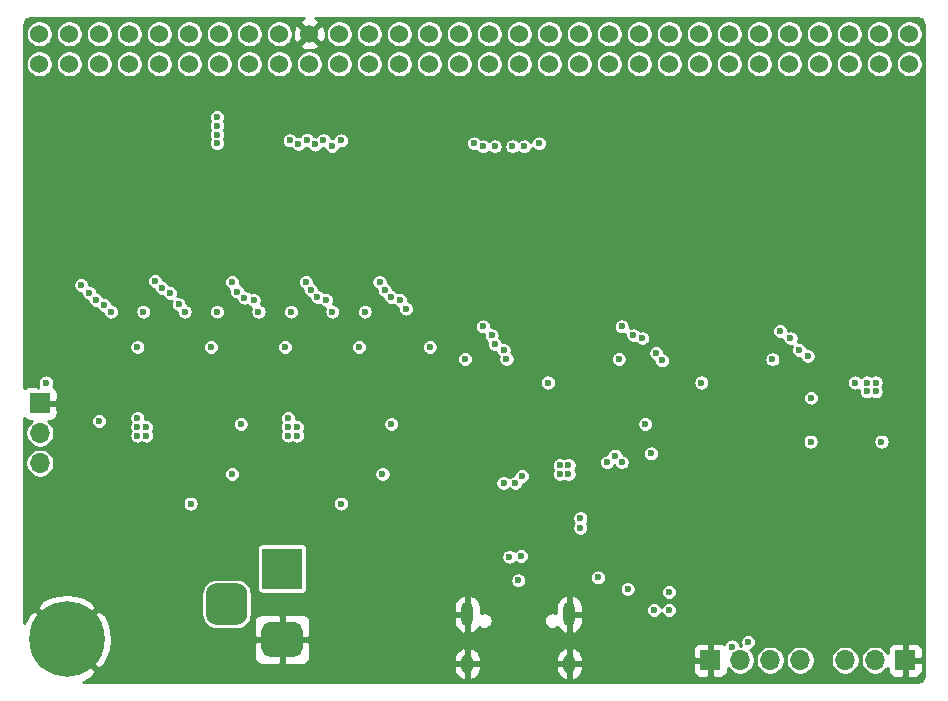
<source format=gbr>
G04 #@! TF.GenerationSoftware,KiCad,Pcbnew,(5.1.9-0-10_14)*
G04 #@! TF.CreationDate,2021-03-16T19:17:09+01:00*
G04 #@! TF.ProjectId,cflipclock_rev_a,63666c69-7063-46c6-9f63-6b5f7265765f,rev?*
G04 #@! TF.SameCoordinates,Original*
G04 #@! TF.FileFunction,Copper,L3,Inr*
G04 #@! TF.FilePolarity,Positive*
%FSLAX46Y46*%
G04 Gerber Fmt 4.6, Leading zero omitted, Abs format (unit mm)*
G04 Created by KiCad (PCBNEW (5.1.9-0-10_14)) date 2021-03-16 19:17:09*
%MOMM*%
%LPD*%
G01*
G04 APERTURE LIST*
G04 #@! TA.AperFunction,ComponentPad*
%ADD10O,1.700000X1.700000*%
G04 #@! TD*
G04 #@! TA.AperFunction,ComponentPad*
%ADD11R,1.700000X1.700000*%
G04 #@! TD*
G04 #@! TA.AperFunction,ComponentPad*
%ADD12R,3.500000X3.500000*%
G04 #@! TD*
G04 #@! TA.AperFunction,ComponentPad*
%ADD13C,0.800000*%
G04 #@! TD*
G04 #@! TA.AperFunction,ComponentPad*
%ADD14C,6.400000*%
G04 #@! TD*
G04 #@! TA.AperFunction,ComponentPad*
%ADD15C,1.524000*%
G04 #@! TD*
G04 #@! TA.AperFunction,ComponentPad*
%ADD16O,1.000000X2.100000*%
G04 #@! TD*
G04 #@! TA.AperFunction,ComponentPad*
%ADD17O,1.000000X1.600000*%
G04 #@! TD*
G04 #@! TA.AperFunction,ViaPad*
%ADD18C,0.624800*%
G04 #@! TD*
G04 #@! TA.AperFunction,ViaPad*
%ADD19C,0.600000*%
G04 #@! TD*
G04 #@! TA.AperFunction,Conductor*
%ADD20C,0.254000*%
G04 #@! TD*
G04 #@! TA.AperFunction,Conductor*
%ADD21C,0.100000*%
G04 #@! TD*
G04 APERTURE END LIST*
D10*
X179670000Y-121750000D03*
X182210000Y-121750000D03*
D11*
X184750000Y-121750000D03*
D10*
X111500000Y-105080000D03*
X111500000Y-102540000D03*
D11*
X111500000Y-100000000D03*
D10*
X175870000Y-121750000D03*
X173330000Y-121750000D03*
X170790000Y-121750000D03*
D11*
X168250000Y-121750000D03*
G04 #@! TA.AperFunction,ComponentPad*
G36*
G01*
X128175000Y-118750000D02*
X126425000Y-118750000D01*
G75*
G02*
X125550000Y-117875000I0J875000D01*
G01*
X125550000Y-116125000D01*
G75*
G02*
X126425000Y-115250000I875000J0D01*
G01*
X128175000Y-115250000D01*
G75*
G02*
X129050000Y-116125000I0J-875000D01*
G01*
X129050000Y-117875000D01*
G75*
G02*
X128175000Y-118750000I-875000J0D01*
G01*
G37*
G04 #@! TD.AperFunction*
G04 #@! TA.AperFunction,ComponentPad*
G36*
G01*
X133000000Y-121500000D02*
X131000000Y-121500000D01*
G75*
G02*
X130250000Y-120750000I0J750000D01*
G01*
X130250000Y-119250000D01*
G75*
G02*
X131000000Y-118500000I750000J0D01*
G01*
X133000000Y-118500000D01*
G75*
G02*
X133750000Y-119250000I0J-750000D01*
G01*
X133750000Y-120750000D01*
G75*
G02*
X133000000Y-121500000I-750000J0D01*
G01*
G37*
G04 #@! TD.AperFunction*
D12*
X132000000Y-114000000D03*
D13*
X115447056Y-118302944D03*
X113750000Y-117600000D03*
X112052944Y-118302944D03*
X111350000Y-120000000D03*
X112052944Y-121697056D03*
X113750000Y-122400000D03*
X115447056Y-121697056D03*
X116150000Y-120000000D03*
D14*
X113750000Y-120000000D03*
D15*
X111441100Y-71273600D03*
X111441100Y-68733600D03*
X113981100Y-71273600D03*
X113981100Y-68733600D03*
X116521100Y-71273600D03*
X116521100Y-68733600D03*
X119061100Y-71273600D03*
X119061100Y-68733600D03*
X121601100Y-71273600D03*
X121601100Y-68733600D03*
X124141100Y-71273600D03*
X124141100Y-68733600D03*
X126681100Y-71273600D03*
X126681100Y-68733600D03*
X129221100Y-71273600D03*
X129221100Y-68733600D03*
X131761100Y-71273600D03*
X131761100Y-68733600D03*
X134301100Y-71273600D03*
X134301100Y-68733600D03*
X136841100Y-71273600D03*
X136841100Y-68733600D03*
X139381100Y-71273600D03*
X139381100Y-68733600D03*
X141921100Y-71273600D03*
X141921100Y-68733600D03*
X144461100Y-71273600D03*
X144461100Y-68733600D03*
X147001100Y-71273600D03*
X147001100Y-68733600D03*
X149541100Y-71273600D03*
X149541100Y-68733600D03*
X152081100Y-71273600D03*
X152081100Y-68733600D03*
X154621100Y-71273600D03*
X154621100Y-68733600D03*
X157161100Y-71273600D03*
X157161100Y-68733600D03*
X159701100Y-71273600D03*
X159701100Y-68733600D03*
X162241100Y-71273600D03*
X162241100Y-68733600D03*
X164781100Y-71273600D03*
X164781100Y-68733600D03*
X167321100Y-71273600D03*
X167321100Y-68733600D03*
X169861100Y-71273600D03*
X169861100Y-68733600D03*
X172401100Y-71273600D03*
X172401100Y-68733600D03*
X174941100Y-71273600D03*
X174941100Y-68733600D03*
X177481100Y-71273600D03*
X177481100Y-68733600D03*
X180021100Y-71273600D03*
X180021100Y-68733600D03*
X182561100Y-71273600D03*
X182561100Y-68733600D03*
X185101100Y-71273600D03*
X185101100Y-68733600D03*
D16*
X156320000Y-117870000D03*
X147680000Y-117870000D03*
D17*
X147680000Y-122050000D03*
X156320000Y-122050000D03*
D18*
X147000000Y-91250000D03*
X159750000Y-91250000D03*
X159750000Y-92000000D03*
X172750000Y-92000000D03*
X156750000Y-78250000D03*
X169750000Y-78250000D03*
X182750000Y-78250000D03*
X181500000Y-92750000D03*
X170500000Y-92750000D03*
X157500000Y-92750000D03*
X125500000Y-75500000D03*
X119250000Y-75250000D03*
X132250000Y-75750000D03*
X138500000Y-77500000D03*
X147500000Y-77500000D03*
X138500000Y-87750000D03*
X132250000Y-87750000D03*
X138250000Y-85500000D03*
X144500000Y-85500000D03*
X132000000Y-85500000D03*
X126000000Y-87750000D03*
X125750000Y-85500000D03*
X113500000Y-87750000D03*
X119500000Y-85500000D03*
X119750000Y-87750000D03*
X142000000Y-95250000D03*
X135750000Y-95250000D03*
X129500000Y-95250000D03*
X123250000Y-95250000D03*
X117000000Y-95250000D03*
D19*
X141750000Y-105000000D03*
X142500000Y-105750000D03*
X141750000Y-105750000D03*
X142500000Y-107500000D03*
X142500000Y-106750000D03*
X143250000Y-106750000D03*
X143250000Y-107500000D03*
X142500000Y-105000000D03*
X141750000Y-104250000D03*
X142500000Y-104250000D03*
X143250000Y-108250000D03*
X142500000Y-108250000D03*
X137000000Y-99250000D03*
X136250000Y-99250000D03*
X135500000Y-99250000D03*
X134750000Y-99250000D03*
X134000000Y-99250000D03*
X139000000Y-100250000D03*
X139000000Y-99500000D03*
X138250000Y-100250000D03*
X138250000Y-99500000D03*
X129000000Y-105750000D03*
X129000000Y-105000000D03*
X129000000Y-104250000D03*
X129750000Y-104250000D03*
X129750000Y-105000000D03*
X129750000Y-105750000D03*
X129750000Y-106750000D03*
X130500000Y-106750000D03*
X129750000Y-107500000D03*
X130500000Y-107500000D03*
X129750000Y-108250000D03*
X130500000Y-108250000D03*
X126250000Y-100250000D03*
X126250000Y-99500000D03*
X125500000Y-99500000D03*
X125500000Y-100250000D03*
X122750000Y-99250000D03*
X123500000Y-99250000D03*
X124250000Y-99250000D03*
X122000000Y-99250000D03*
X121250000Y-99250000D03*
X152000000Y-111000000D03*
X149500000Y-114250000D03*
X154500000Y-114250000D03*
X179500000Y-96500000D03*
D18*
X167500000Y-97250000D03*
X154500000Y-97250000D03*
X172000000Y-98000000D03*
X117750000Y-101500000D03*
X114000000Y-109750000D03*
X114750000Y-109750000D03*
X114000000Y-110500000D03*
X114750000Y-110500000D03*
X186000000Y-105000000D03*
X181000000Y-110250000D03*
D19*
X158000000Y-112750000D03*
X158500000Y-116750000D03*
X159750000Y-121500000D03*
X160500000Y-118750000D03*
X163500000Y-123500000D03*
X165250000Y-123500000D03*
X149750000Y-108750000D03*
D18*
X166215006Y-104285000D03*
D19*
X157253020Y-108934087D03*
X154750000Y-109000000D03*
D18*
X164000000Y-101750000D03*
D19*
X145000000Y-111000000D03*
X145000000Y-110250000D03*
X145000000Y-111750000D03*
X145000000Y-112750000D03*
X145000000Y-113500000D03*
X145000000Y-114250000D03*
D18*
X186000000Y-104000000D03*
X186000000Y-103000000D03*
X186000000Y-106000000D03*
X186000000Y-107000000D03*
X186000000Y-108000000D03*
X186000000Y-109000000D03*
X186000000Y-110000000D03*
X186000000Y-111000000D03*
X186000000Y-112000000D03*
X186000000Y-113000000D03*
X186000000Y-114000000D03*
X186000000Y-115000000D03*
X186000000Y-116000000D03*
X186000000Y-117000000D03*
X186000000Y-100000000D03*
X186000000Y-99000000D03*
X186000000Y-97000000D03*
X186000000Y-96000000D03*
X186000000Y-95000000D03*
X186000000Y-94000000D03*
X186000000Y-93000000D03*
X186000000Y-92000000D03*
X186000000Y-91000000D03*
X186000000Y-90000000D03*
X186000000Y-89000000D03*
X186000000Y-88000000D03*
X186000000Y-87000000D03*
X186000000Y-86000000D03*
X186000000Y-85000000D03*
X186000000Y-84000000D03*
X186000000Y-83000000D03*
X186000000Y-82000000D03*
X186000000Y-81000000D03*
X186000000Y-80000000D03*
X186000000Y-79000000D03*
X186000000Y-78000000D03*
X186000000Y-77000000D03*
X186000000Y-76000000D03*
X172000000Y-96000000D03*
X181000000Y-108000000D03*
X172000000Y-110000000D03*
X172000000Y-108000000D03*
X172000000Y-104000000D03*
X172000000Y-114000000D03*
D19*
X180500000Y-98250000D03*
X141250000Y-101750000D03*
X133250000Y-102000000D03*
X152000000Y-115000000D03*
X167500000Y-98250000D03*
X154500000Y-98250000D03*
X144500000Y-95250000D03*
X138500000Y-95250000D03*
X132250000Y-95250000D03*
X126000000Y-95250000D03*
X119750000Y-95250000D03*
X132500000Y-102000000D03*
X132500000Y-102750000D03*
X133250000Y-102750000D03*
X132500000Y-101250000D03*
X155500000Y-106000000D03*
X156250000Y-106000000D03*
X156250000Y-105250000D03*
X155500000Y-105250000D03*
X161250000Y-115750000D03*
X163500000Y-117500000D03*
X182250000Y-98250000D03*
X182250000Y-99000000D03*
X181500000Y-99000000D03*
X181500000Y-98250000D03*
X162750000Y-101750000D03*
X137000044Y-77750000D03*
X136221692Y-78233333D03*
X135505661Y-77751442D03*
X134782405Y-78093377D03*
X134094234Y-77685406D03*
X133382393Y-78051204D03*
X132641220Y-77750070D03*
X148250000Y-78000000D03*
X149008948Y-78252982D03*
X150000940Y-78250940D03*
X151500000Y-78250000D03*
X152500000Y-78250000D03*
X153750000Y-78000000D03*
X139000000Y-92250000D03*
X136250000Y-92250000D03*
X174152280Y-93899990D03*
X160750000Y-93500000D03*
X149000004Y-93500000D03*
X140250000Y-89750000D03*
X134000000Y-89750000D03*
X115000000Y-90000000D03*
X121250000Y-89649969D03*
X127750000Y-89749984D03*
X147500000Y-96250000D03*
X142500000Y-92000000D03*
X132750000Y-92250000D03*
X130000000Y-92250000D03*
X126500000Y-92250000D03*
X123751198Y-92251491D03*
X164172281Y-96377327D03*
X173518337Y-96286665D03*
X160500000Y-96250000D03*
X151000000Y-96250000D03*
X120250000Y-92250000D03*
X117500000Y-92250000D03*
X137000000Y-108500000D03*
X140500000Y-106000000D03*
X160184313Y-104434313D03*
X163250000Y-104250000D03*
X182750000Y-103250000D03*
X175044453Y-94500000D03*
X161741039Y-94247024D03*
X140678791Y-90427926D03*
X149752986Y-94258958D03*
X134428791Y-90427926D03*
X115684313Y-90684313D03*
X121817998Y-90249979D03*
X128202525Y-90548602D03*
X175750000Y-95500000D03*
X141241052Y-90997018D03*
X150005972Y-95017916D03*
X134991052Y-90997018D03*
X116250000Y-91250000D03*
X122521386Y-90654519D03*
X128815761Y-91062372D03*
X162500000Y-94500021D03*
X176500000Y-96000000D03*
X163679187Y-95747359D03*
X150747018Y-95491052D03*
X142000000Y-91250000D03*
X135750000Y-91250000D03*
X123250000Y-91627937D03*
X116934313Y-91684313D03*
X129587111Y-91274594D03*
X176801615Y-99539470D03*
X176750000Y-103250000D03*
X151250000Y-113000000D03*
X157253142Y-110550006D03*
X152221458Y-112930012D03*
X157259456Y-109734073D03*
X151750000Y-106750000D03*
X150750000Y-106750000D03*
X164750000Y-116000000D03*
X164750000Y-117500000D03*
X127750000Y-106000000D03*
X124250000Y-108500000D03*
X152315687Y-106150000D03*
X126500000Y-78000000D03*
X126500000Y-77250000D03*
X126500000Y-76500000D03*
X126500000Y-75750000D03*
X128500000Y-101750000D03*
X120500000Y-102000000D03*
X119750000Y-102000000D03*
X119750000Y-102750000D03*
X120500000Y-102750000D03*
X119750000Y-101250000D03*
X158750000Y-114750000D03*
X171468629Y-120220735D03*
X170082875Y-120600010D03*
X112000000Y-98250000D03*
X116500002Y-101499998D03*
X159500000Y-105000000D03*
X160750000Y-105000000D03*
D20*
X133698077Y-67465964D02*
X133582120Y-67527944D01*
X133515140Y-67768035D01*
X134301100Y-68553995D01*
X135087060Y-67768035D01*
X135020080Y-67527944D01*
X134771052Y-67410844D01*
X134751528Y-67406000D01*
X185729916Y-67406000D01*
X185864539Y-67419349D01*
X185975115Y-67452867D01*
X186077079Y-67507227D01*
X186166542Y-67580355D01*
X186240096Y-67669466D01*
X186294942Y-67771168D01*
X186328991Y-67881591D01*
X186344000Y-68025920D01*
X186344001Y-122980136D01*
X186330778Y-123114994D01*
X186297379Y-123225615D01*
X186243132Y-123327639D01*
X186170106Y-123417179D01*
X186081072Y-123490834D01*
X185979428Y-123545792D01*
X185869051Y-123579960D01*
X185735472Y-123594000D01*
X115119408Y-123594000D01*
X115202208Y-123569452D01*
X115870670Y-123217555D01*
X115911088Y-123190548D01*
X116271276Y-122700881D01*
X113750000Y-120179605D01*
X113735858Y-120193748D01*
X113556253Y-120014143D01*
X113570395Y-120000000D01*
X113929605Y-120000000D01*
X116450881Y-122521276D01*
X116918916Y-122177000D01*
X146545000Y-122177000D01*
X146545000Y-122477000D01*
X146591585Y-122695987D01*
X146679997Y-122901678D01*
X146806839Y-123086169D01*
X146967236Y-123242369D01*
X147155024Y-123364276D01*
X147378126Y-123444119D01*
X147553000Y-123317954D01*
X147553000Y-122177000D01*
X147807000Y-122177000D01*
X147807000Y-123317954D01*
X147981874Y-123444119D01*
X148204976Y-123364276D01*
X148392764Y-123242369D01*
X148553161Y-123086169D01*
X148680003Y-122901678D01*
X148768415Y-122695987D01*
X148815000Y-122477000D01*
X148815000Y-122177000D01*
X155185000Y-122177000D01*
X155185000Y-122477000D01*
X155231585Y-122695987D01*
X155319997Y-122901678D01*
X155446839Y-123086169D01*
X155607236Y-123242369D01*
X155795024Y-123364276D01*
X156018126Y-123444119D01*
X156193000Y-123317954D01*
X156193000Y-122177000D01*
X156447000Y-122177000D01*
X156447000Y-123317954D01*
X156621874Y-123444119D01*
X156844976Y-123364276D01*
X157032764Y-123242369D01*
X157193161Y-123086169D01*
X157320003Y-122901678D01*
X157408415Y-122695987D01*
X157428834Y-122600000D01*
X166761928Y-122600000D01*
X166774188Y-122724482D01*
X166810498Y-122844180D01*
X166869463Y-122954494D01*
X166948815Y-123051185D01*
X167045506Y-123130537D01*
X167155820Y-123189502D01*
X167275518Y-123225812D01*
X167400000Y-123238072D01*
X167964250Y-123235000D01*
X168123000Y-123076250D01*
X168123000Y-121877000D01*
X166923750Y-121877000D01*
X166765000Y-122035750D01*
X166761928Y-122600000D01*
X157428834Y-122600000D01*
X157455000Y-122477000D01*
X157455000Y-122177000D01*
X156447000Y-122177000D01*
X156193000Y-122177000D01*
X155185000Y-122177000D01*
X148815000Y-122177000D01*
X147807000Y-122177000D01*
X147553000Y-122177000D01*
X146545000Y-122177000D01*
X116918916Y-122177000D01*
X116940548Y-122161088D01*
X117299285Y-121500000D01*
X129611928Y-121500000D01*
X129624188Y-121624482D01*
X129660498Y-121744180D01*
X129719463Y-121854494D01*
X129798815Y-121951185D01*
X129895506Y-122030537D01*
X130005820Y-122089502D01*
X130125518Y-122125812D01*
X130250000Y-122138072D01*
X131714250Y-122135000D01*
X131873000Y-121976250D01*
X131873000Y-120127000D01*
X132127000Y-120127000D01*
X132127000Y-121976250D01*
X132285750Y-122135000D01*
X133750000Y-122138072D01*
X133874482Y-122125812D01*
X133994180Y-122089502D01*
X134104494Y-122030537D01*
X134201185Y-121951185D01*
X134280537Y-121854494D01*
X134339502Y-121744180D01*
X134375812Y-121624482D01*
X134375957Y-121623000D01*
X146545000Y-121623000D01*
X146545000Y-121923000D01*
X147553000Y-121923000D01*
X147553000Y-120782046D01*
X147807000Y-120782046D01*
X147807000Y-121923000D01*
X148815000Y-121923000D01*
X148815000Y-121623000D01*
X155185000Y-121623000D01*
X155185000Y-121923000D01*
X156193000Y-121923000D01*
X156193000Y-120782046D01*
X156447000Y-120782046D01*
X156447000Y-121923000D01*
X157455000Y-121923000D01*
X157455000Y-121623000D01*
X157408415Y-121404013D01*
X157320003Y-121198322D01*
X157193161Y-121013831D01*
X157076272Y-120900000D01*
X166761928Y-120900000D01*
X166765000Y-121464250D01*
X166923750Y-121623000D01*
X168123000Y-121623000D01*
X168123000Y-120423750D01*
X168377000Y-120423750D01*
X168377000Y-121623000D01*
X168397000Y-121623000D01*
X168397000Y-121877000D01*
X168377000Y-121877000D01*
X168377000Y-123076250D01*
X168535750Y-123235000D01*
X169100000Y-123238072D01*
X169224482Y-123225812D01*
X169344180Y-123189502D01*
X169454494Y-123130537D01*
X169551185Y-123051185D01*
X169630537Y-122954494D01*
X169689502Y-122844180D01*
X169725812Y-122724482D01*
X169738072Y-122600000D01*
X169736927Y-122389706D01*
X169833820Y-122534717D01*
X170005283Y-122706180D01*
X170206903Y-122840898D01*
X170430931Y-122933693D01*
X170668757Y-122981000D01*
X170911243Y-122981000D01*
X171149069Y-122933693D01*
X171373097Y-122840898D01*
X171574717Y-122706180D01*
X171746180Y-122534717D01*
X171880898Y-122333097D01*
X171973693Y-122109069D01*
X172021000Y-121871243D01*
X172021000Y-121628757D01*
X172099000Y-121628757D01*
X172099000Y-121871243D01*
X172146307Y-122109069D01*
X172239102Y-122333097D01*
X172373820Y-122534717D01*
X172545283Y-122706180D01*
X172746903Y-122840898D01*
X172970931Y-122933693D01*
X173208757Y-122981000D01*
X173451243Y-122981000D01*
X173689069Y-122933693D01*
X173913097Y-122840898D01*
X174114717Y-122706180D01*
X174286180Y-122534717D01*
X174420898Y-122333097D01*
X174513693Y-122109069D01*
X174561000Y-121871243D01*
X174561000Y-121628757D01*
X174639000Y-121628757D01*
X174639000Y-121871243D01*
X174686307Y-122109069D01*
X174779102Y-122333097D01*
X174913820Y-122534717D01*
X175085283Y-122706180D01*
X175286903Y-122840898D01*
X175510931Y-122933693D01*
X175748757Y-122981000D01*
X175991243Y-122981000D01*
X176229069Y-122933693D01*
X176453097Y-122840898D01*
X176654717Y-122706180D01*
X176826180Y-122534717D01*
X176960898Y-122333097D01*
X177053693Y-122109069D01*
X177101000Y-121871243D01*
X177101000Y-121628757D01*
X178439000Y-121628757D01*
X178439000Y-121871243D01*
X178486307Y-122109069D01*
X178579102Y-122333097D01*
X178713820Y-122534717D01*
X178885283Y-122706180D01*
X179086903Y-122840898D01*
X179310931Y-122933693D01*
X179548757Y-122981000D01*
X179791243Y-122981000D01*
X180029069Y-122933693D01*
X180253097Y-122840898D01*
X180454717Y-122706180D01*
X180626180Y-122534717D01*
X180760898Y-122333097D01*
X180853693Y-122109069D01*
X180901000Y-121871243D01*
X180901000Y-121628757D01*
X180979000Y-121628757D01*
X180979000Y-121871243D01*
X181026307Y-122109069D01*
X181119102Y-122333097D01*
X181253820Y-122534717D01*
X181425283Y-122706180D01*
X181626903Y-122840898D01*
X181850931Y-122933693D01*
X182088757Y-122981000D01*
X182331243Y-122981000D01*
X182569069Y-122933693D01*
X182793097Y-122840898D01*
X182994717Y-122706180D01*
X183166180Y-122534717D01*
X183263073Y-122389706D01*
X183261928Y-122600000D01*
X183274188Y-122724482D01*
X183310498Y-122844180D01*
X183369463Y-122954494D01*
X183448815Y-123051185D01*
X183545506Y-123130537D01*
X183655820Y-123189502D01*
X183775518Y-123225812D01*
X183900000Y-123238072D01*
X184464250Y-123235000D01*
X184623000Y-123076250D01*
X184623000Y-121877000D01*
X184877000Y-121877000D01*
X184877000Y-123076250D01*
X185035750Y-123235000D01*
X185600000Y-123238072D01*
X185724482Y-123225812D01*
X185844180Y-123189502D01*
X185954494Y-123130537D01*
X186051185Y-123051185D01*
X186130537Y-122954494D01*
X186189502Y-122844180D01*
X186225812Y-122724482D01*
X186238072Y-122600000D01*
X186235000Y-122035750D01*
X186076250Y-121877000D01*
X184877000Y-121877000D01*
X184623000Y-121877000D01*
X184603000Y-121877000D01*
X184603000Y-121623000D01*
X184623000Y-121623000D01*
X184623000Y-120423750D01*
X184877000Y-120423750D01*
X184877000Y-121623000D01*
X186076250Y-121623000D01*
X186235000Y-121464250D01*
X186238072Y-120900000D01*
X186225812Y-120775518D01*
X186189502Y-120655820D01*
X186130537Y-120545506D01*
X186051185Y-120448815D01*
X185954494Y-120369463D01*
X185844180Y-120310498D01*
X185724482Y-120274188D01*
X185600000Y-120261928D01*
X185035750Y-120265000D01*
X184877000Y-120423750D01*
X184623000Y-120423750D01*
X184464250Y-120265000D01*
X183900000Y-120261928D01*
X183775518Y-120274188D01*
X183655820Y-120310498D01*
X183545506Y-120369463D01*
X183448815Y-120448815D01*
X183369463Y-120545506D01*
X183310498Y-120655820D01*
X183274188Y-120775518D01*
X183261928Y-120900000D01*
X183263073Y-121110294D01*
X183166180Y-120965283D01*
X182994717Y-120793820D01*
X182793097Y-120659102D01*
X182569069Y-120566307D01*
X182331243Y-120519000D01*
X182088757Y-120519000D01*
X181850931Y-120566307D01*
X181626903Y-120659102D01*
X181425283Y-120793820D01*
X181253820Y-120965283D01*
X181119102Y-121166903D01*
X181026307Y-121390931D01*
X180979000Y-121628757D01*
X180901000Y-121628757D01*
X180853693Y-121390931D01*
X180760898Y-121166903D01*
X180626180Y-120965283D01*
X180454717Y-120793820D01*
X180253097Y-120659102D01*
X180029069Y-120566307D01*
X179791243Y-120519000D01*
X179548757Y-120519000D01*
X179310931Y-120566307D01*
X179086903Y-120659102D01*
X178885283Y-120793820D01*
X178713820Y-120965283D01*
X178579102Y-121166903D01*
X178486307Y-121390931D01*
X178439000Y-121628757D01*
X177101000Y-121628757D01*
X177053693Y-121390931D01*
X176960898Y-121166903D01*
X176826180Y-120965283D01*
X176654717Y-120793820D01*
X176453097Y-120659102D01*
X176229069Y-120566307D01*
X175991243Y-120519000D01*
X175748757Y-120519000D01*
X175510931Y-120566307D01*
X175286903Y-120659102D01*
X175085283Y-120793820D01*
X174913820Y-120965283D01*
X174779102Y-121166903D01*
X174686307Y-121390931D01*
X174639000Y-121628757D01*
X174561000Y-121628757D01*
X174513693Y-121390931D01*
X174420898Y-121166903D01*
X174286180Y-120965283D01*
X174114717Y-120793820D01*
X173913097Y-120659102D01*
X173689069Y-120566307D01*
X173451243Y-120519000D01*
X173208757Y-120519000D01*
X172970931Y-120566307D01*
X172746903Y-120659102D01*
X172545283Y-120793820D01*
X172373820Y-120965283D01*
X172239102Y-121166903D01*
X172146307Y-121390931D01*
X172099000Y-121628757D01*
X172021000Y-121628757D01*
X171973693Y-121390931D01*
X171880898Y-121166903D01*
X171746180Y-120965283D01*
X171658254Y-120877357D01*
X171667269Y-120875564D01*
X171791203Y-120824229D01*
X171902741Y-120749702D01*
X171997596Y-120654847D01*
X172072123Y-120543309D01*
X172123458Y-120419375D01*
X172149629Y-120287808D01*
X172149629Y-120153662D01*
X172123458Y-120022095D01*
X172072123Y-119898161D01*
X171997596Y-119786623D01*
X171902741Y-119691768D01*
X171791203Y-119617241D01*
X171667269Y-119565906D01*
X171535702Y-119539735D01*
X171401556Y-119539735D01*
X171269989Y-119565906D01*
X171146055Y-119617241D01*
X171034517Y-119691768D01*
X170939662Y-119786623D01*
X170865135Y-119898161D01*
X170813800Y-120022095D01*
X170787629Y-120153662D01*
X170787629Y-120287808D01*
X170813800Y-120419375D01*
X170855066Y-120519000D01*
X170761103Y-120519000D01*
X170737704Y-120401370D01*
X170686369Y-120277436D01*
X170611842Y-120165898D01*
X170516987Y-120071043D01*
X170405449Y-119996516D01*
X170281515Y-119945181D01*
X170149948Y-119919010D01*
X170015802Y-119919010D01*
X169884235Y-119945181D01*
X169760301Y-119996516D01*
X169648763Y-120071043D01*
X169553908Y-120165898D01*
X169479381Y-120277436D01*
X169443661Y-120363672D01*
X169344180Y-120310498D01*
X169224482Y-120274188D01*
X169100000Y-120261928D01*
X168535750Y-120265000D01*
X168377000Y-120423750D01*
X168123000Y-120423750D01*
X167964250Y-120265000D01*
X167400000Y-120261928D01*
X167275518Y-120274188D01*
X167155820Y-120310498D01*
X167045506Y-120369463D01*
X166948815Y-120448815D01*
X166869463Y-120545506D01*
X166810498Y-120655820D01*
X166774188Y-120775518D01*
X166761928Y-120900000D01*
X157076272Y-120900000D01*
X157032764Y-120857631D01*
X156844976Y-120735724D01*
X156621874Y-120655881D01*
X156447000Y-120782046D01*
X156193000Y-120782046D01*
X156018126Y-120655881D01*
X155795024Y-120735724D01*
X155607236Y-120857631D01*
X155446839Y-121013831D01*
X155319997Y-121198322D01*
X155231585Y-121404013D01*
X155185000Y-121623000D01*
X148815000Y-121623000D01*
X148768415Y-121404013D01*
X148680003Y-121198322D01*
X148553161Y-121013831D01*
X148392764Y-120857631D01*
X148204976Y-120735724D01*
X147981874Y-120655881D01*
X147807000Y-120782046D01*
X147553000Y-120782046D01*
X147378126Y-120655881D01*
X147155024Y-120735724D01*
X146967236Y-120857631D01*
X146806839Y-121013831D01*
X146679997Y-121198322D01*
X146591585Y-121404013D01*
X146545000Y-121623000D01*
X134375957Y-121623000D01*
X134388072Y-121500000D01*
X134385000Y-120285750D01*
X134226250Y-120127000D01*
X132127000Y-120127000D01*
X131873000Y-120127000D01*
X129773750Y-120127000D01*
X129615000Y-120285750D01*
X129611928Y-121500000D01*
X117299285Y-121500000D01*
X117300849Y-121497118D01*
X117524694Y-120775615D01*
X117603480Y-120024305D01*
X117534178Y-119272062D01*
X117319452Y-118547792D01*
X116967555Y-117879330D01*
X116940548Y-117838912D01*
X116450881Y-117478724D01*
X113929605Y-120000000D01*
X113570395Y-120000000D01*
X111049119Y-117478724D01*
X110559452Y-117838912D01*
X110199151Y-118502882D01*
X110156000Y-118641967D01*
X110156000Y-117299119D01*
X111228724Y-117299119D01*
X113750000Y-119820395D01*
X116271276Y-117299119D01*
X115911088Y-116809452D01*
X115247118Y-116449151D01*
X114525615Y-116225306D01*
X113774305Y-116146520D01*
X113022062Y-116215822D01*
X112297792Y-116430548D01*
X111629330Y-116782445D01*
X111588912Y-116809452D01*
X111228724Y-117299119D01*
X110156000Y-117299119D01*
X110156000Y-116125000D01*
X125167157Y-116125000D01*
X125167157Y-117875000D01*
X125191326Y-118120393D01*
X125262905Y-118356356D01*
X125379142Y-118573820D01*
X125535571Y-118764429D01*
X125726180Y-118920858D01*
X125943644Y-119037095D01*
X126179607Y-119108674D01*
X126425000Y-119132843D01*
X128175000Y-119132843D01*
X128420393Y-119108674D01*
X128656356Y-119037095D01*
X128873820Y-118920858D01*
X129064429Y-118764429D01*
X129220858Y-118573820D01*
X129260315Y-118500000D01*
X129611928Y-118500000D01*
X129615000Y-119714250D01*
X129773750Y-119873000D01*
X131873000Y-119873000D01*
X131873000Y-118023750D01*
X132127000Y-118023750D01*
X132127000Y-119873000D01*
X134226250Y-119873000D01*
X134385000Y-119714250D01*
X134388072Y-118500000D01*
X134375812Y-118375518D01*
X134339502Y-118255820D01*
X134280537Y-118145506D01*
X134201185Y-118048815D01*
X134138049Y-117997000D01*
X146545000Y-117997000D01*
X146545000Y-118547000D01*
X146591585Y-118765987D01*
X146679997Y-118971678D01*
X146806839Y-119156169D01*
X146967236Y-119312369D01*
X147155024Y-119434276D01*
X147378126Y-119514119D01*
X147553000Y-119387954D01*
X147553000Y-117997000D01*
X146545000Y-117997000D01*
X134138049Y-117997000D01*
X134104494Y-117969463D01*
X133994180Y-117910498D01*
X133874482Y-117874188D01*
X133750000Y-117861928D01*
X132285750Y-117865000D01*
X132127000Y-118023750D01*
X131873000Y-118023750D01*
X131714250Y-117865000D01*
X130250000Y-117861928D01*
X130125518Y-117874188D01*
X130005820Y-117910498D01*
X129895506Y-117969463D01*
X129798815Y-118048815D01*
X129719463Y-118145506D01*
X129660498Y-118255820D01*
X129624188Y-118375518D01*
X129611928Y-118500000D01*
X129260315Y-118500000D01*
X129337095Y-118356356D01*
X129408674Y-118120393D01*
X129432843Y-117875000D01*
X129432843Y-117193000D01*
X146545000Y-117193000D01*
X146545000Y-117743000D01*
X147553000Y-117743000D01*
X147553000Y-116352046D01*
X147807000Y-116352046D01*
X147807000Y-117743000D01*
X147827000Y-117743000D01*
X147827000Y-117997000D01*
X147807000Y-117997000D01*
X147807000Y-119387954D01*
X147981874Y-119514119D01*
X148204976Y-119434276D01*
X148392764Y-119312369D01*
X148553161Y-119156169D01*
X148680003Y-118971678D01*
X148683307Y-118963992D01*
X148775584Y-119025649D01*
X148904067Y-119078869D01*
X149040465Y-119106000D01*
X149179535Y-119106000D01*
X149315933Y-119078869D01*
X149444416Y-119025649D01*
X149560049Y-118948386D01*
X149658386Y-118850049D01*
X149735649Y-118734416D01*
X149788869Y-118605933D01*
X149816000Y-118469535D01*
X149816000Y-118330465D01*
X154184000Y-118330465D01*
X154184000Y-118469535D01*
X154211131Y-118605933D01*
X154264351Y-118734416D01*
X154341614Y-118850049D01*
X154439951Y-118948386D01*
X154555584Y-119025649D01*
X154684067Y-119078869D01*
X154820465Y-119106000D01*
X154959535Y-119106000D01*
X155095933Y-119078869D01*
X155224416Y-119025649D01*
X155316693Y-118963992D01*
X155319997Y-118971678D01*
X155446839Y-119156169D01*
X155607236Y-119312369D01*
X155795024Y-119434276D01*
X156018126Y-119514119D01*
X156193000Y-119387954D01*
X156193000Y-117997000D01*
X156447000Y-117997000D01*
X156447000Y-119387954D01*
X156621874Y-119514119D01*
X156844976Y-119434276D01*
X157032764Y-119312369D01*
X157193161Y-119156169D01*
X157320003Y-118971678D01*
X157408415Y-118765987D01*
X157455000Y-118547000D01*
X157455000Y-117997000D01*
X156447000Y-117997000D01*
X156193000Y-117997000D01*
X156173000Y-117997000D01*
X156173000Y-117743000D01*
X156193000Y-117743000D01*
X156193000Y-116352046D01*
X156447000Y-116352046D01*
X156447000Y-117743000D01*
X157455000Y-117743000D01*
X157455000Y-117432927D01*
X162819000Y-117432927D01*
X162819000Y-117567073D01*
X162845171Y-117698640D01*
X162896506Y-117822574D01*
X162971033Y-117934112D01*
X163065888Y-118028967D01*
X163177426Y-118103494D01*
X163301360Y-118154829D01*
X163432927Y-118181000D01*
X163567073Y-118181000D01*
X163698640Y-118154829D01*
X163822574Y-118103494D01*
X163934112Y-118028967D01*
X164028967Y-117934112D01*
X164103494Y-117822574D01*
X164125000Y-117770654D01*
X164146506Y-117822574D01*
X164221033Y-117934112D01*
X164315888Y-118028967D01*
X164427426Y-118103494D01*
X164551360Y-118154829D01*
X164682927Y-118181000D01*
X164817073Y-118181000D01*
X164948640Y-118154829D01*
X165072574Y-118103494D01*
X165184112Y-118028967D01*
X165278967Y-117934112D01*
X165353494Y-117822574D01*
X165404829Y-117698640D01*
X165431000Y-117567073D01*
X165431000Y-117432927D01*
X165404829Y-117301360D01*
X165353494Y-117177426D01*
X165278967Y-117065888D01*
X165184112Y-116971033D01*
X165072574Y-116896506D01*
X164948640Y-116845171D01*
X164817073Y-116819000D01*
X164682927Y-116819000D01*
X164551360Y-116845171D01*
X164427426Y-116896506D01*
X164315888Y-116971033D01*
X164221033Y-117065888D01*
X164146506Y-117177426D01*
X164125000Y-117229346D01*
X164103494Y-117177426D01*
X164028967Y-117065888D01*
X163934112Y-116971033D01*
X163822574Y-116896506D01*
X163698640Y-116845171D01*
X163567073Y-116819000D01*
X163432927Y-116819000D01*
X163301360Y-116845171D01*
X163177426Y-116896506D01*
X163065888Y-116971033D01*
X162971033Y-117065888D01*
X162896506Y-117177426D01*
X162845171Y-117301360D01*
X162819000Y-117432927D01*
X157455000Y-117432927D01*
X157455000Y-117193000D01*
X157408415Y-116974013D01*
X157320003Y-116768322D01*
X157193161Y-116583831D01*
X157032764Y-116427631D01*
X156844976Y-116305724D01*
X156621874Y-116225881D01*
X156447000Y-116352046D01*
X156193000Y-116352046D01*
X156018126Y-116225881D01*
X155795024Y-116305724D01*
X155607236Y-116427631D01*
X155446839Y-116583831D01*
X155319997Y-116768322D01*
X155231585Y-116974013D01*
X155185000Y-117193000D01*
X155185000Y-117758024D01*
X155095933Y-117721131D01*
X154959535Y-117694000D01*
X154820465Y-117694000D01*
X154684067Y-117721131D01*
X154555584Y-117774351D01*
X154439951Y-117851614D01*
X154341614Y-117949951D01*
X154264351Y-118065584D01*
X154211131Y-118194067D01*
X154184000Y-118330465D01*
X149816000Y-118330465D01*
X149788869Y-118194067D01*
X149735649Y-118065584D01*
X149658386Y-117949951D01*
X149560049Y-117851614D01*
X149444416Y-117774351D01*
X149315933Y-117721131D01*
X149179535Y-117694000D01*
X149040465Y-117694000D01*
X148904067Y-117721131D01*
X148815000Y-117758024D01*
X148815000Y-117193000D01*
X148768415Y-116974013D01*
X148680003Y-116768322D01*
X148553161Y-116583831D01*
X148392764Y-116427631D01*
X148204976Y-116305724D01*
X147981874Y-116225881D01*
X147807000Y-116352046D01*
X147553000Y-116352046D01*
X147378126Y-116225881D01*
X147155024Y-116305724D01*
X146967236Y-116427631D01*
X146806839Y-116583831D01*
X146679997Y-116768322D01*
X146591585Y-116974013D01*
X146545000Y-117193000D01*
X129432843Y-117193000D01*
X129432843Y-116125000D01*
X129408674Y-115879607D01*
X129337095Y-115643644D01*
X129220858Y-115426180D01*
X129064429Y-115235571D01*
X128873820Y-115079142D01*
X128656356Y-114962905D01*
X128420393Y-114891326D01*
X128175000Y-114867157D01*
X126425000Y-114867157D01*
X126179607Y-114891326D01*
X125943644Y-114962905D01*
X125726180Y-115079142D01*
X125535571Y-115235571D01*
X125379142Y-115426180D01*
X125262905Y-115643644D01*
X125191326Y-115879607D01*
X125167157Y-116125000D01*
X110156000Y-116125000D01*
X110156000Y-112250000D01*
X129867157Y-112250000D01*
X129867157Y-115750000D01*
X129874513Y-115824689D01*
X129896299Y-115896508D01*
X129931678Y-115962696D01*
X129979289Y-116020711D01*
X130037304Y-116068322D01*
X130103492Y-116103701D01*
X130175311Y-116125487D01*
X130250000Y-116132843D01*
X133750000Y-116132843D01*
X133824689Y-116125487D01*
X133896508Y-116103701D01*
X133962696Y-116068322D01*
X134020711Y-116020711D01*
X134068322Y-115962696D01*
X134103701Y-115896508D01*
X134125487Y-115824689D01*
X134132843Y-115750000D01*
X134132843Y-115682927D01*
X160569000Y-115682927D01*
X160569000Y-115817073D01*
X160595171Y-115948640D01*
X160646506Y-116072574D01*
X160721033Y-116184112D01*
X160815888Y-116278967D01*
X160927426Y-116353494D01*
X161051360Y-116404829D01*
X161182927Y-116431000D01*
X161317073Y-116431000D01*
X161448640Y-116404829D01*
X161572574Y-116353494D01*
X161684112Y-116278967D01*
X161778967Y-116184112D01*
X161853494Y-116072574D01*
X161904829Y-115948640D01*
X161907954Y-115932927D01*
X164069000Y-115932927D01*
X164069000Y-116067073D01*
X164095171Y-116198640D01*
X164146506Y-116322574D01*
X164221033Y-116434112D01*
X164315888Y-116528967D01*
X164427426Y-116603494D01*
X164551360Y-116654829D01*
X164682927Y-116681000D01*
X164817073Y-116681000D01*
X164948640Y-116654829D01*
X165072574Y-116603494D01*
X165184112Y-116528967D01*
X165278967Y-116434112D01*
X165353494Y-116322574D01*
X165404829Y-116198640D01*
X165431000Y-116067073D01*
X165431000Y-115932927D01*
X165404829Y-115801360D01*
X165353494Y-115677426D01*
X165278967Y-115565888D01*
X165184112Y-115471033D01*
X165072574Y-115396506D01*
X164948640Y-115345171D01*
X164817073Y-115319000D01*
X164682927Y-115319000D01*
X164551360Y-115345171D01*
X164427426Y-115396506D01*
X164315888Y-115471033D01*
X164221033Y-115565888D01*
X164146506Y-115677426D01*
X164095171Y-115801360D01*
X164069000Y-115932927D01*
X161907954Y-115932927D01*
X161931000Y-115817073D01*
X161931000Y-115682927D01*
X161904829Y-115551360D01*
X161853494Y-115427426D01*
X161778967Y-115315888D01*
X161684112Y-115221033D01*
X161572574Y-115146506D01*
X161448640Y-115095171D01*
X161317073Y-115069000D01*
X161182927Y-115069000D01*
X161051360Y-115095171D01*
X160927426Y-115146506D01*
X160815888Y-115221033D01*
X160721033Y-115315888D01*
X160646506Y-115427426D01*
X160595171Y-115551360D01*
X160569000Y-115682927D01*
X134132843Y-115682927D01*
X134132843Y-114932927D01*
X151319000Y-114932927D01*
X151319000Y-115067073D01*
X151345171Y-115198640D01*
X151396506Y-115322574D01*
X151471033Y-115434112D01*
X151565888Y-115528967D01*
X151677426Y-115603494D01*
X151801360Y-115654829D01*
X151932927Y-115681000D01*
X152067073Y-115681000D01*
X152198640Y-115654829D01*
X152322574Y-115603494D01*
X152434112Y-115528967D01*
X152528967Y-115434112D01*
X152603494Y-115322574D01*
X152654829Y-115198640D01*
X152681000Y-115067073D01*
X152681000Y-114932927D01*
X152654829Y-114801360D01*
X152605773Y-114682927D01*
X158069000Y-114682927D01*
X158069000Y-114817073D01*
X158095171Y-114948640D01*
X158146506Y-115072574D01*
X158221033Y-115184112D01*
X158315888Y-115278967D01*
X158427426Y-115353494D01*
X158551360Y-115404829D01*
X158682927Y-115431000D01*
X158817073Y-115431000D01*
X158948640Y-115404829D01*
X159072574Y-115353494D01*
X159184112Y-115278967D01*
X159278967Y-115184112D01*
X159353494Y-115072574D01*
X159404829Y-114948640D01*
X159431000Y-114817073D01*
X159431000Y-114682927D01*
X159404829Y-114551360D01*
X159353494Y-114427426D01*
X159278967Y-114315888D01*
X159184112Y-114221033D01*
X159072574Y-114146506D01*
X158948640Y-114095171D01*
X158817073Y-114069000D01*
X158682927Y-114069000D01*
X158551360Y-114095171D01*
X158427426Y-114146506D01*
X158315888Y-114221033D01*
X158221033Y-114315888D01*
X158146506Y-114427426D01*
X158095171Y-114551360D01*
X158069000Y-114682927D01*
X152605773Y-114682927D01*
X152603494Y-114677426D01*
X152528967Y-114565888D01*
X152434112Y-114471033D01*
X152322574Y-114396506D01*
X152198640Y-114345171D01*
X152067073Y-114319000D01*
X151932927Y-114319000D01*
X151801360Y-114345171D01*
X151677426Y-114396506D01*
X151565888Y-114471033D01*
X151471033Y-114565888D01*
X151396506Y-114677426D01*
X151345171Y-114801360D01*
X151319000Y-114932927D01*
X134132843Y-114932927D01*
X134132843Y-112932927D01*
X150569000Y-112932927D01*
X150569000Y-113067073D01*
X150595171Y-113198640D01*
X150646506Y-113322574D01*
X150721033Y-113434112D01*
X150815888Y-113528967D01*
X150927426Y-113603494D01*
X151051360Y-113654829D01*
X151182927Y-113681000D01*
X151317073Y-113681000D01*
X151448640Y-113654829D01*
X151572574Y-113603494D01*
X151684112Y-113528967D01*
X151770723Y-113442356D01*
X151787346Y-113458979D01*
X151898884Y-113533506D01*
X152022818Y-113584841D01*
X152154385Y-113611012D01*
X152288531Y-113611012D01*
X152420098Y-113584841D01*
X152544032Y-113533506D01*
X152655570Y-113458979D01*
X152750425Y-113364124D01*
X152824952Y-113252586D01*
X152876287Y-113128652D01*
X152902458Y-112997085D01*
X152902458Y-112862939D01*
X152876287Y-112731372D01*
X152824952Y-112607438D01*
X152750425Y-112495900D01*
X152655570Y-112401045D01*
X152544032Y-112326518D01*
X152420098Y-112275183D01*
X152288531Y-112249012D01*
X152154385Y-112249012D01*
X152022818Y-112275183D01*
X151898884Y-112326518D01*
X151787346Y-112401045D01*
X151700735Y-112487656D01*
X151684112Y-112471033D01*
X151572574Y-112396506D01*
X151448640Y-112345171D01*
X151317073Y-112319000D01*
X151182927Y-112319000D01*
X151051360Y-112345171D01*
X150927426Y-112396506D01*
X150815888Y-112471033D01*
X150721033Y-112565888D01*
X150646506Y-112677426D01*
X150595171Y-112801360D01*
X150569000Y-112932927D01*
X134132843Y-112932927D01*
X134132843Y-112250000D01*
X134125487Y-112175311D01*
X134103701Y-112103492D01*
X134068322Y-112037304D01*
X134020711Y-111979289D01*
X133962696Y-111931678D01*
X133896508Y-111896299D01*
X133824689Y-111874513D01*
X133750000Y-111867157D01*
X130250000Y-111867157D01*
X130175311Y-111874513D01*
X130103492Y-111896299D01*
X130037304Y-111931678D01*
X129979289Y-111979289D01*
X129931678Y-112037304D01*
X129896299Y-112103492D01*
X129874513Y-112175311D01*
X129867157Y-112250000D01*
X110156000Y-112250000D01*
X110156000Y-110482933D01*
X156572142Y-110482933D01*
X156572142Y-110617079D01*
X156598313Y-110748646D01*
X156649648Y-110872580D01*
X156724175Y-110984118D01*
X156819030Y-111078973D01*
X156930568Y-111153500D01*
X157054502Y-111204835D01*
X157186069Y-111231006D01*
X157320215Y-111231006D01*
X157451782Y-111204835D01*
X157575716Y-111153500D01*
X157687254Y-111078973D01*
X157782109Y-110984118D01*
X157856636Y-110872580D01*
X157907971Y-110748646D01*
X157934142Y-110617079D01*
X157934142Y-110482933D01*
X157907971Y-110351366D01*
X157856636Y-110227432D01*
X157802736Y-110146764D01*
X157862950Y-110056647D01*
X157914285Y-109932713D01*
X157940456Y-109801146D01*
X157940456Y-109667000D01*
X157914285Y-109535433D01*
X157862950Y-109411499D01*
X157788423Y-109299961D01*
X157693568Y-109205106D01*
X157582030Y-109130579D01*
X157458096Y-109079244D01*
X157326529Y-109053073D01*
X157192383Y-109053073D01*
X157060816Y-109079244D01*
X156936882Y-109130579D01*
X156825344Y-109205106D01*
X156730489Y-109299961D01*
X156655962Y-109411499D01*
X156604627Y-109535433D01*
X156578456Y-109667000D01*
X156578456Y-109801146D01*
X156604627Y-109932713D01*
X156655962Y-110056647D01*
X156709862Y-110137315D01*
X156649648Y-110227432D01*
X156598313Y-110351366D01*
X156572142Y-110482933D01*
X110156000Y-110482933D01*
X110156000Y-108432927D01*
X123569000Y-108432927D01*
X123569000Y-108567073D01*
X123595171Y-108698640D01*
X123646506Y-108822574D01*
X123721033Y-108934112D01*
X123815888Y-109028967D01*
X123927426Y-109103494D01*
X124051360Y-109154829D01*
X124182927Y-109181000D01*
X124317073Y-109181000D01*
X124448640Y-109154829D01*
X124572574Y-109103494D01*
X124684112Y-109028967D01*
X124778967Y-108934112D01*
X124853494Y-108822574D01*
X124904829Y-108698640D01*
X124931000Y-108567073D01*
X124931000Y-108432927D01*
X136319000Y-108432927D01*
X136319000Y-108567073D01*
X136345171Y-108698640D01*
X136396506Y-108822574D01*
X136471033Y-108934112D01*
X136565888Y-109028967D01*
X136677426Y-109103494D01*
X136801360Y-109154829D01*
X136932927Y-109181000D01*
X137067073Y-109181000D01*
X137198640Y-109154829D01*
X137322574Y-109103494D01*
X137434112Y-109028967D01*
X137528967Y-108934112D01*
X137603494Y-108822574D01*
X137654829Y-108698640D01*
X137681000Y-108567073D01*
X137681000Y-108432927D01*
X137654829Y-108301360D01*
X137603494Y-108177426D01*
X137528967Y-108065888D01*
X137434112Y-107971033D01*
X137322574Y-107896506D01*
X137198640Y-107845171D01*
X137067073Y-107819000D01*
X136932927Y-107819000D01*
X136801360Y-107845171D01*
X136677426Y-107896506D01*
X136565888Y-107971033D01*
X136471033Y-108065888D01*
X136396506Y-108177426D01*
X136345171Y-108301360D01*
X136319000Y-108432927D01*
X124931000Y-108432927D01*
X124904829Y-108301360D01*
X124853494Y-108177426D01*
X124778967Y-108065888D01*
X124684112Y-107971033D01*
X124572574Y-107896506D01*
X124448640Y-107845171D01*
X124317073Y-107819000D01*
X124182927Y-107819000D01*
X124051360Y-107845171D01*
X123927426Y-107896506D01*
X123815888Y-107971033D01*
X123721033Y-108065888D01*
X123646506Y-108177426D01*
X123595171Y-108301360D01*
X123569000Y-108432927D01*
X110156000Y-108432927D01*
X110156000Y-106682927D01*
X150069000Y-106682927D01*
X150069000Y-106817073D01*
X150095171Y-106948640D01*
X150146506Y-107072574D01*
X150221033Y-107184112D01*
X150315888Y-107278967D01*
X150427426Y-107353494D01*
X150551360Y-107404829D01*
X150682927Y-107431000D01*
X150817073Y-107431000D01*
X150948640Y-107404829D01*
X151072574Y-107353494D01*
X151184112Y-107278967D01*
X151250000Y-107213079D01*
X151315888Y-107278967D01*
X151427426Y-107353494D01*
X151551360Y-107404829D01*
X151682927Y-107431000D01*
X151817073Y-107431000D01*
X151948640Y-107404829D01*
X152072574Y-107353494D01*
X152184112Y-107278967D01*
X152278967Y-107184112D01*
X152353494Y-107072574D01*
X152404829Y-106948640D01*
X152430103Y-106821583D01*
X152514327Y-106804829D01*
X152638261Y-106753494D01*
X152749799Y-106678967D01*
X152844654Y-106584112D01*
X152919181Y-106472574D01*
X152970516Y-106348640D01*
X152996687Y-106217073D01*
X152996687Y-106082927D01*
X152970516Y-105951360D01*
X152919181Y-105827426D01*
X152844654Y-105715888D01*
X152749799Y-105621033D01*
X152638261Y-105546506D01*
X152514327Y-105495171D01*
X152382760Y-105469000D01*
X152248614Y-105469000D01*
X152117047Y-105495171D01*
X151993113Y-105546506D01*
X151881575Y-105621033D01*
X151786720Y-105715888D01*
X151712193Y-105827426D01*
X151660858Y-105951360D01*
X151635584Y-106078417D01*
X151551360Y-106095171D01*
X151427426Y-106146506D01*
X151315888Y-106221033D01*
X151250000Y-106286921D01*
X151184112Y-106221033D01*
X151072574Y-106146506D01*
X150948640Y-106095171D01*
X150817073Y-106069000D01*
X150682927Y-106069000D01*
X150551360Y-106095171D01*
X150427426Y-106146506D01*
X150315888Y-106221033D01*
X150221033Y-106315888D01*
X150146506Y-106427426D01*
X150095171Y-106551360D01*
X150069000Y-106682927D01*
X110156000Y-106682927D01*
X110156000Y-104958757D01*
X110269000Y-104958757D01*
X110269000Y-105201243D01*
X110316307Y-105439069D01*
X110409102Y-105663097D01*
X110543820Y-105864717D01*
X110715283Y-106036180D01*
X110916903Y-106170898D01*
X111140931Y-106263693D01*
X111378757Y-106311000D01*
X111621243Y-106311000D01*
X111859069Y-106263693D01*
X112083097Y-106170898D01*
X112284717Y-106036180D01*
X112387970Y-105932927D01*
X127069000Y-105932927D01*
X127069000Y-106067073D01*
X127095171Y-106198640D01*
X127146506Y-106322574D01*
X127221033Y-106434112D01*
X127315888Y-106528967D01*
X127427426Y-106603494D01*
X127551360Y-106654829D01*
X127682927Y-106681000D01*
X127817073Y-106681000D01*
X127948640Y-106654829D01*
X128072574Y-106603494D01*
X128184112Y-106528967D01*
X128278967Y-106434112D01*
X128353494Y-106322574D01*
X128404829Y-106198640D01*
X128431000Y-106067073D01*
X128431000Y-105932927D01*
X139819000Y-105932927D01*
X139819000Y-106067073D01*
X139845171Y-106198640D01*
X139896506Y-106322574D01*
X139971033Y-106434112D01*
X140065888Y-106528967D01*
X140177426Y-106603494D01*
X140301360Y-106654829D01*
X140432927Y-106681000D01*
X140567073Y-106681000D01*
X140698640Y-106654829D01*
X140822574Y-106603494D01*
X140934112Y-106528967D01*
X141028967Y-106434112D01*
X141103494Y-106322574D01*
X141154829Y-106198640D01*
X141181000Y-106067073D01*
X141181000Y-105932927D01*
X141154829Y-105801360D01*
X141103494Y-105677426D01*
X141028967Y-105565888D01*
X140934112Y-105471033D01*
X140822574Y-105396506D01*
X140698640Y-105345171D01*
X140567073Y-105319000D01*
X140432927Y-105319000D01*
X140301360Y-105345171D01*
X140177426Y-105396506D01*
X140065888Y-105471033D01*
X139971033Y-105565888D01*
X139896506Y-105677426D01*
X139845171Y-105801360D01*
X139819000Y-105932927D01*
X128431000Y-105932927D01*
X128404829Y-105801360D01*
X128353494Y-105677426D01*
X128278967Y-105565888D01*
X128184112Y-105471033D01*
X128072574Y-105396506D01*
X127948640Y-105345171D01*
X127817073Y-105319000D01*
X127682927Y-105319000D01*
X127551360Y-105345171D01*
X127427426Y-105396506D01*
X127315888Y-105471033D01*
X127221033Y-105565888D01*
X127146506Y-105677426D01*
X127095171Y-105801360D01*
X127069000Y-105932927D01*
X112387970Y-105932927D01*
X112456180Y-105864717D01*
X112590898Y-105663097D01*
X112683693Y-105439069D01*
X112731000Y-105201243D01*
X112731000Y-105182927D01*
X154819000Y-105182927D01*
X154819000Y-105317073D01*
X154845171Y-105448640D01*
X154896506Y-105572574D01*
X154931536Y-105625000D01*
X154896506Y-105677426D01*
X154845171Y-105801360D01*
X154819000Y-105932927D01*
X154819000Y-106067073D01*
X154845171Y-106198640D01*
X154896506Y-106322574D01*
X154971033Y-106434112D01*
X155065888Y-106528967D01*
X155177426Y-106603494D01*
X155301360Y-106654829D01*
X155432927Y-106681000D01*
X155567073Y-106681000D01*
X155698640Y-106654829D01*
X155822574Y-106603494D01*
X155875000Y-106568464D01*
X155927426Y-106603494D01*
X156051360Y-106654829D01*
X156182927Y-106681000D01*
X156317073Y-106681000D01*
X156448640Y-106654829D01*
X156572574Y-106603494D01*
X156684112Y-106528967D01*
X156778967Y-106434112D01*
X156853494Y-106322574D01*
X156904829Y-106198640D01*
X156931000Y-106067073D01*
X156931000Y-105932927D01*
X156904829Y-105801360D01*
X156853494Y-105677426D01*
X156818464Y-105625000D01*
X156853494Y-105572574D01*
X156904829Y-105448640D01*
X156931000Y-105317073D01*
X156931000Y-105182927D01*
X156904829Y-105051360D01*
X156855773Y-104932927D01*
X158819000Y-104932927D01*
X158819000Y-105067073D01*
X158845171Y-105198640D01*
X158896506Y-105322574D01*
X158971033Y-105434112D01*
X159065888Y-105528967D01*
X159177426Y-105603494D01*
X159301360Y-105654829D01*
X159432927Y-105681000D01*
X159567073Y-105681000D01*
X159698640Y-105654829D01*
X159822574Y-105603494D01*
X159934112Y-105528967D01*
X160028967Y-105434112D01*
X160103494Y-105322574D01*
X160125000Y-105270654D01*
X160146506Y-105322574D01*
X160221033Y-105434112D01*
X160315888Y-105528967D01*
X160427426Y-105603494D01*
X160551360Y-105654829D01*
X160682927Y-105681000D01*
X160817073Y-105681000D01*
X160948640Y-105654829D01*
X161072574Y-105603494D01*
X161184112Y-105528967D01*
X161278967Y-105434112D01*
X161353494Y-105322574D01*
X161404829Y-105198640D01*
X161431000Y-105067073D01*
X161431000Y-104932927D01*
X161404829Y-104801360D01*
X161353494Y-104677426D01*
X161278967Y-104565888D01*
X161184112Y-104471033D01*
X161072574Y-104396506D01*
X160948640Y-104345171D01*
X160857309Y-104327004D01*
X160839142Y-104235673D01*
X160817294Y-104182927D01*
X162569000Y-104182927D01*
X162569000Y-104317073D01*
X162595171Y-104448640D01*
X162646506Y-104572574D01*
X162721033Y-104684112D01*
X162815888Y-104778967D01*
X162927426Y-104853494D01*
X163051360Y-104904829D01*
X163182927Y-104931000D01*
X163317073Y-104931000D01*
X163448640Y-104904829D01*
X163572574Y-104853494D01*
X163684112Y-104778967D01*
X163778967Y-104684112D01*
X163853494Y-104572574D01*
X163904829Y-104448640D01*
X163931000Y-104317073D01*
X163931000Y-104182927D01*
X163904829Y-104051360D01*
X163853494Y-103927426D01*
X163778967Y-103815888D01*
X163684112Y-103721033D01*
X163572574Y-103646506D01*
X163448640Y-103595171D01*
X163317073Y-103569000D01*
X163182927Y-103569000D01*
X163051360Y-103595171D01*
X162927426Y-103646506D01*
X162815888Y-103721033D01*
X162721033Y-103815888D01*
X162646506Y-103927426D01*
X162595171Y-104051360D01*
X162569000Y-104182927D01*
X160817294Y-104182927D01*
X160787807Y-104111739D01*
X160713280Y-104000201D01*
X160618425Y-103905346D01*
X160506887Y-103830819D01*
X160382953Y-103779484D01*
X160251386Y-103753313D01*
X160117240Y-103753313D01*
X159985673Y-103779484D01*
X159861739Y-103830819D01*
X159750201Y-103905346D01*
X159655346Y-104000201D01*
X159580819Y-104111739D01*
X159529484Y-104235673D01*
X159512909Y-104319000D01*
X159432927Y-104319000D01*
X159301360Y-104345171D01*
X159177426Y-104396506D01*
X159065888Y-104471033D01*
X158971033Y-104565888D01*
X158896506Y-104677426D01*
X158845171Y-104801360D01*
X158819000Y-104932927D01*
X156855773Y-104932927D01*
X156853494Y-104927426D01*
X156778967Y-104815888D01*
X156684112Y-104721033D01*
X156572574Y-104646506D01*
X156448640Y-104595171D01*
X156317073Y-104569000D01*
X156182927Y-104569000D01*
X156051360Y-104595171D01*
X155927426Y-104646506D01*
X155875000Y-104681536D01*
X155822574Y-104646506D01*
X155698640Y-104595171D01*
X155567073Y-104569000D01*
X155432927Y-104569000D01*
X155301360Y-104595171D01*
X155177426Y-104646506D01*
X155065888Y-104721033D01*
X154971033Y-104815888D01*
X154896506Y-104927426D01*
X154845171Y-105051360D01*
X154819000Y-105182927D01*
X112731000Y-105182927D01*
X112731000Y-104958757D01*
X112683693Y-104720931D01*
X112590898Y-104496903D01*
X112456180Y-104295283D01*
X112284717Y-104123820D01*
X112083097Y-103989102D01*
X111859069Y-103896307D01*
X111621243Y-103849000D01*
X111378757Y-103849000D01*
X111140931Y-103896307D01*
X110916903Y-103989102D01*
X110715283Y-104123820D01*
X110543820Y-104295283D01*
X110409102Y-104496903D01*
X110316307Y-104720931D01*
X110269000Y-104958757D01*
X110156000Y-104958757D01*
X110156000Y-101249015D01*
X110198815Y-101301185D01*
X110295506Y-101380537D01*
X110405820Y-101439502D01*
X110525518Y-101475812D01*
X110650000Y-101488072D01*
X110860294Y-101486927D01*
X110715283Y-101583820D01*
X110543820Y-101755283D01*
X110409102Y-101956903D01*
X110316307Y-102180931D01*
X110269000Y-102418757D01*
X110269000Y-102661243D01*
X110316307Y-102899069D01*
X110409102Y-103123097D01*
X110543820Y-103324717D01*
X110715283Y-103496180D01*
X110916903Y-103630898D01*
X111140931Y-103723693D01*
X111378757Y-103771000D01*
X111621243Y-103771000D01*
X111859069Y-103723693D01*
X112083097Y-103630898D01*
X112284717Y-103496180D01*
X112456180Y-103324717D01*
X112590898Y-103123097D01*
X112683693Y-102899069D01*
X112731000Y-102661243D01*
X112731000Y-102418757D01*
X112683693Y-102180931D01*
X112590898Y-101956903D01*
X112456180Y-101755283D01*
X112284717Y-101583820D01*
X112139706Y-101486927D01*
X112350000Y-101488072D01*
X112474482Y-101475812D01*
X112594180Y-101439502D01*
X112606484Y-101432925D01*
X115819002Y-101432925D01*
X115819002Y-101567071D01*
X115845173Y-101698638D01*
X115896508Y-101822572D01*
X115971035Y-101934110D01*
X116065890Y-102028965D01*
X116177428Y-102103492D01*
X116301362Y-102154827D01*
X116432929Y-102180998D01*
X116567075Y-102180998D01*
X116698642Y-102154827D01*
X116822576Y-102103492D01*
X116934114Y-102028965D01*
X117028969Y-101934110D01*
X117103496Y-101822572D01*
X117154831Y-101698638D01*
X117181002Y-101567071D01*
X117181002Y-101432925D01*
X117154831Y-101301358D01*
X117105776Y-101182927D01*
X119069000Y-101182927D01*
X119069000Y-101317073D01*
X119095171Y-101448640D01*
X119146506Y-101572574D01*
X119181536Y-101625000D01*
X119146506Y-101677426D01*
X119095171Y-101801360D01*
X119069000Y-101932927D01*
X119069000Y-102067073D01*
X119095171Y-102198640D01*
X119146506Y-102322574D01*
X119181536Y-102375000D01*
X119146506Y-102427426D01*
X119095171Y-102551360D01*
X119069000Y-102682927D01*
X119069000Y-102817073D01*
X119095171Y-102948640D01*
X119146506Y-103072574D01*
X119221033Y-103184112D01*
X119315888Y-103278967D01*
X119427426Y-103353494D01*
X119551360Y-103404829D01*
X119682927Y-103431000D01*
X119817073Y-103431000D01*
X119948640Y-103404829D01*
X120072574Y-103353494D01*
X120125000Y-103318464D01*
X120177426Y-103353494D01*
X120301360Y-103404829D01*
X120432927Y-103431000D01*
X120567073Y-103431000D01*
X120698640Y-103404829D01*
X120822574Y-103353494D01*
X120934112Y-103278967D01*
X121028967Y-103184112D01*
X121103494Y-103072574D01*
X121154829Y-102948640D01*
X121181000Y-102817073D01*
X121181000Y-102682927D01*
X121154829Y-102551360D01*
X121103494Y-102427426D01*
X121068464Y-102375000D01*
X121103494Y-102322574D01*
X121154829Y-102198640D01*
X121181000Y-102067073D01*
X121181000Y-101932927D01*
X121154829Y-101801360D01*
X121105773Y-101682927D01*
X127819000Y-101682927D01*
X127819000Y-101817073D01*
X127845171Y-101948640D01*
X127896506Y-102072574D01*
X127971033Y-102184112D01*
X128065888Y-102278967D01*
X128177426Y-102353494D01*
X128301360Y-102404829D01*
X128432927Y-102431000D01*
X128567073Y-102431000D01*
X128698640Y-102404829D01*
X128822574Y-102353494D01*
X128934112Y-102278967D01*
X129028967Y-102184112D01*
X129103494Y-102072574D01*
X129154829Y-101948640D01*
X129181000Y-101817073D01*
X129181000Y-101682927D01*
X129154829Y-101551360D01*
X129103494Y-101427426D01*
X129028967Y-101315888D01*
X128934112Y-101221033D01*
X128877083Y-101182927D01*
X131819000Y-101182927D01*
X131819000Y-101317073D01*
X131845171Y-101448640D01*
X131896506Y-101572574D01*
X131931536Y-101625000D01*
X131896506Y-101677426D01*
X131845171Y-101801360D01*
X131819000Y-101932927D01*
X131819000Y-102067073D01*
X131845171Y-102198640D01*
X131896506Y-102322574D01*
X131931536Y-102375000D01*
X131896506Y-102427426D01*
X131845171Y-102551360D01*
X131819000Y-102682927D01*
X131819000Y-102817073D01*
X131845171Y-102948640D01*
X131896506Y-103072574D01*
X131971033Y-103184112D01*
X132065888Y-103278967D01*
X132177426Y-103353494D01*
X132301360Y-103404829D01*
X132432927Y-103431000D01*
X132567073Y-103431000D01*
X132698640Y-103404829D01*
X132822574Y-103353494D01*
X132875000Y-103318464D01*
X132927426Y-103353494D01*
X133051360Y-103404829D01*
X133182927Y-103431000D01*
X133317073Y-103431000D01*
X133448640Y-103404829D01*
X133572574Y-103353494D01*
X133684112Y-103278967D01*
X133778967Y-103184112D01*
X133779758Y-103182927D01*
X176069000Y-103182927D01*
X176069000Y-103317073D01*
X176095171Y-103448640D01*
X176146506Y-103572574D01*
X176221033Y-103684112D01*
X176315888Y-103778967D01*
X176427426Y-103853494D01*
X176551360Y-103904829D01*
X176682927Y-103931000D01*
X176817073Y-103931000D01*
X176948640Y-103904829D01*
X177072574Y-103853494D01*
X177184112Y-103778967D01*
X177278967Y-103684112D01*
X177353494Y-103572574D01*
X177404829Y-103448640D01*
X177431000Y-103317073D01*
X177431000Y-103182927D01*
X182069000Y-103182927D01*
X182069000Y-103317073D01*
X182095171Y-103448640D01*
X182146506Y-103572574D01*
X182221033Y-103684112D01*
X182315888Y-103778967D01*
X182427426Y-103853494D01*
X182551360Y-103904829D01*
X182682927Y-103931000D01*
X182817073Y-103931000D01*
X182948640Y-103904829D01*
X183072574Y-103853494D01*
X183184112Y-103778967D01*
X183278967Y-103684112D01*
X183353494Y-103572574D01*
X183404829Y-103448640D01*
X183431000Y-103317073D01*
X183431000Y-103182927D01*
X183404829Y-103051360D01*
X183353494Y-102927426D01*
X183278967Y-102815888D01*
X183184112Y-102721033D01*
X183072574Y-102646506D01*
X182948640Y-102595171D01*
X182817073Y-102569000D01*
X182682927Y-102569000D01*
X182551360Y-102595171D01*
X182427426Y-102646506D01*
X182315888Y-102721033D01*
X182221033Y-102815888D01*
X182146506Y-102927426D01*
X182095171Y-103051360D01*
X182069000Y-103182927D01*
X177431000Y-103182927D01*
X177404829Y-103051360D01*
X177353494Y-102927426D01*
X177278967Y-102815888D01*
X177184112Y-102721033D01*
X177072574Y-102646506D01*
X176948640Y-102595171D01*
X176817073Y-102569000D01*
X176682927Y-102569000D01*
X176551360Y-102595171D01*
X176427426Y-102646506D01*
X176315888Y-102721033D01*
X176221033Y-102815888D01*
X176146506Y-102927426D01*
X176095171Y-103051360D01*
X176069000Y-103182927D01*
X133779758Y-103182927D01*
X133853494Y-103072574D01*
X133904829Y-102948640D01*
X133931000Y-102817073D01*
X133931000Y-102682927D01*
X133904829Y-102551360D01*
X133853494Y-102427426D01*
X133818464Y-102375000D01*
X133853494Y-102322574D01*
X133904829Y-102198640D01*
X133931000Y-102067073D01*
X133931000Y-101932927D01*
X133904829Y-101801360D01*
X133855773Y-101682927D01*
X140569000Y-101682927D01*
X140569000Y-101817073D01*
X140595171Y-101948640D01*
X140646506Y-102072574D01*
X140721033Y-102184112D01*
X140815888Y-102278967D01*
X140927426Y-102353494D01*
X141051360Y-102404829D01*
X141182927Y-102431000D01*
X141317073Y-102431000D01*
X141448640Y-102404829D01*
X141572574Y-102353494D01*
X141684112Y-102278967D01*
X141778967Y-102184112D01*
X141853494Y-102072574D01*
X141904829Y-101948640D01*
X141931000Y-101817073D01*
X141931000Y-101682927D01*
X162069000Y-101682927D01*
X162069000Y-101817073D01*
X162095171Y-101948640D01*
X162146506Y-102072574D01*
X162221033Y-102184112D01*
X162315888Y-102278967D01*
X162427426Y-102353494D01*
X162551360Y-102404829D01*
X162682927Y-102431000D01*
X162817073Y-102431000D01*
X162948640Y-102404829D01*
X163072574Y-102353494D01*
X163184112Y-102278967D01*
X163278967Y-102184112D01*
X163353494Y-102072574D01*
X163404829Y-101948640D01*
X163431000Y-101817073D01*
X163431000Y-101682927D01*
X163404829Y-101551360D01*
X163353494Y-101427426D01*
X163278967Y-101315888D01*
X163184112Y-101221033D01*
X163072574Y-101146506D01*
X162948640Y-101095171D01*
X162817073Y-101069000D01*
X162682927Y-101069000D01*
X162551360Y-101095171D01*
X162427426Y-101146506D01*
X162315888Y-101221033D01*
X162221033Y-101315888D01*
X162146506Y-101427426D01*
X162095171Y-101551360D01*
X162069000Y-101682927D01*
X141931000Y-101682927D01*
X141904829Y-101551360D01*
X141853494Y-101427426D01*
X141778967Y-101315888D01*
X141684112Y-101221033D01*
X141572574Y-101146506D01*
X141448640Y-101095171D01*
X141317073Y-101069000D01*
X141182927Y-101069000D01*
X141051360Y-101095171D01*
X140927426Y-101146506D01*
X140815888Y-101221033D01*
X140721033Y-101315888D01*
X140646506Y-101427426D01*
X140595171Y-101551360D01*
X140569000Y-101682927D01*
X133855773Y-101682927D01*
X133853494Y-101677426D01*
X133778967Y-101565888D01*
X133684112Y-101471033D01*
X133572574Y-101396506D01*
X133448640Y-101345171D01*
X133317073Y-101319000D01*
X133182927Y-101319000D01*
X133180522Y-101319478D01*
X133181000Y-101317073D01*
X133181000Y-101182927D01*
X133154829Y-101051360D01*
X133103494Y-100927426D01*
X133028967Y-100815888D01*
X132934112Y-100721033D01*
X132822574Y-100646506D01*
X132698640Y-100595171D01*
X132567073Y-100569000D01*
X132432927Y-100569000D01*
X132301360Y-100595171D01*
X132177426Y-100646506D01*
X132065888Y-100721033D01*
X131971033Y-100815888D01*
X131896506Y-100927426D01*
X131845171Y-101051360D01*
X131819000Y-101182927D01*
X128877083Y-101182927D01*
X128822574Y-101146506D01*
X128698640Y-101095171D01*
X128567073Y-101069000D01*
X128432927Y-101069000D01*
X128301360Y-101095171D01*
X128177426Y-101146506D01*
X128065888Y-101221033D01*
X127971033Y-101315888D01*
X127896506Y-101427426D01*
X127845171Y-101551360D01*
X127819000Y-101682927D01*
X121105773Y-101682927D01*
X121103494Y-101677426D01*
X121028967Y-101565888D01*
X120934112Y-101471033D01*
X120822574Y-101396506D01*
X120698640Y-101345171D01*
X120567073Y-101319000D01*
X120432927Y-101319000D01*
X120430522Y-101319478D01*
X120431000Y-101317073D01*
X120431000Y-101182927D01*
X120404829Y-101051360D01*
X120353494Y-100927426D01*
X120278967Y-100815888D01*
X120184112Y-100721033D01*
X120072574Y-100646506D01*
X119948640Y-100595171D01*
X119817073Y-100569000D01*
X119682927Y-100569000D01*
X119551360Y-100595171D01*
X119427426Y-100646506D01*
X119315888Y-100721033D01*
X119221033Y-100815888D01*
X119146506Y-100927426D01*
X119095171Y-101051360D01*
X119069000Y-101182927D01*
X117105776Y-101182927D01*
X117103496Y-101177424D01*
X117028969Y-101065886D01*
X116934114Y-100971031D01*
X116822576Y-100896504D01*
X116698642Y-100845169D01*
X116567075Y-100818998D01*
X116432929Y-100818998D01*
X116301362Y-100845169D01*
X116177428Y-100896504D01*
X116065890Y-100971031D01*
X115971035Y-101065886D01*
X115896508Y-101177424D01*
X115845173Y-101301358D01*
X115819002Y-101432925D01*
X112606484Y-101432925D01*
X112704494Y-101380537D01*
X112801185Y-101301185D01*
X112880537Y-101204494D01*
X112939502Y-101094180D01*
X112975812Y-100974482D01*
X112988072Y-100850000D01*
X112985000Y-100285750D01*
X112826250Y-100127000D01*
X111627000Y-100127000D01*
X111627000Y-100147000D01*
X111373000Y-100147000D01*
X111373000Y-100127000D01*
X111353000Y-100127000D01*
X111353000Y-99873000D01*
X111373000Y-99873000D01*
X111373000Y-99853000D01*
X111627000Y-99853000D01*
X111627000Y-99873000D01*
X112826250Y-99873000D01*
X112985000Y-99714250D01*
X112986316Y-99472397D01*
X176120615Y-99472397D01*
X176120615Y-99606543D01*
X176146786Y-99738110D01*
X176198121Y-99862044D01*
X176272648Y-99973582D01*
X176367503Y-100068437D01*
X176479041Y-100142964D01*
X176602975Y-100194299D01*
X176734542Y-100220470D01*
X176868688Y-100220470D01*
X177000255Y-100194299D01*
X177124189Y-100142964D01*
X177235727Y-100068437D01*
X177330582Y-99973582D01*
X177405109Y-99862044D01*
X177456444Y-99738110D01*
X177482615Y-99606543D01*
X177482615Y-99472397D01*
X177456444Y-99340830D01*
X177405109Y-99216896D01*
X177330582Y-99105358D01*
X177235727Y-99010503D01*
X177124189Y-98935976D01*
X177000255Y-98884641D01*
X176868688Y-98858470D01*
X176734542Y-98858470D01*
X176602975Y-98884641D01*
X176479041Y-98935976D01*
X176367503Y-99010503D01*
X176272648Y-99105358D01*
X176198121Y-99216896D01*
X176146786Y-99340830D01*
X176120615Y-99472397D01*
X112986316Y-99472397D01*
X112988072Y-99150000D01*
X112975812Y-99025518D01*
X112939502Y-98905820D01*
X112880537Y-98795506D01*
X112801185Y-98698815D01*
X112704494Y-98619463D01*
X112605901Y-98566763D01*
X112654829Y-98448640D01*
X112681000Y-98317073D01*
X112681000Y-98182927D01*
X153819000Y-98182927D01*
X153819000Y-98317073D01*
X153845171Y-98448640D01*
X153896506Y-98572574D01*
X153971033Y-98684112D01*
X154065888Y-98778967D01*
X154177426Y-98853494D01*
X154301360Y-98904829D01*
X154432927Y-98931000D01*
X154567073Y-98931000D01*
X154698640Y-98904829D01*
X154822574Y-98853494D01*
X154934112Y-98778967D01*
X155028967Y-98684112D01*
X155103494Y-98572574D01*
X155154829Y-98448640D01*
X155181000Y-98317073D01*
X155181000Y-98182927D01*
X166819000Y-98182927D01*
X166819000Y-98317073D01*
X166845171Y-98448640D01*
X166896506Y-98572574D01*
X166971033Y-98684112D01*
X167065888Y-98778967D01*
X167177426Y-98853494D01*
X167301360Y-98904829D01*
X167432927Y-98931000D01*
X167567073Y-98931000D01*
X167698640Y-98904829D01*
X167822574Y-98853494D01*
X167934112Y-98778967D01*
X168028967Y-98684112D01*
X168103494Y-98572574D01*
X168154829Y-98448640D01*
X168181000Y-98317073D01*
X168181000Y-98182927D01*
X179819000Y-98182927D01*
X179819000Y-98317073D01*
X179845171Y-98448640D01*
X179896506Y-98572574D01*
X179971033Y-98684112D01*
X180065888Y-98778967D01*
X180177426Y-98853494D01*
X180301360Y-98904829D01*
X180432927Y-98931000D01*
X180567073Y-98931000D01*
X180698640Y-98904829D01*
X180822574Y-98853494D01*
X180836675Y-98844072D01*
X180819000Y-98932927D01*
X180819000Y-99067073D01*
X180845171Y-99198640D01*
X180896506Y-99322574D01*
X180971033Y-99434112D01*
X181065888Y-99528967D01*
X181177426Y-99603494D01*
X181301360Y-99654829D01*
X181432927Y-99681000D01*
X181567073Y-99681000D01*
X181698640Y-99654829D01*
X181822574Y-99603494D01*
X181875000Y-99568464D01*
X181927426Y-99603494D01*
X182051360Y-99654829D01*
X182182927Y-99681000D01*
X182317073Y-99681000D01*
X182448640Y-99654829D01*
X182572574Y-99603494D01*
X182684112Y-99528967D01*
X182778967Y-99434112D01*
X182853494Y-99322574D01*
X182904829Y-99198640D01*
X182931000Y-99067073D01*
X182931000Y-98932927D01*
X182904829Y-98801360D01*
X182853494Y-98677426D01*
X182818464Y-98625000D01*
X182853494Y-98572574D01*
X182904829Y-98448640D01*
X182931000Y-98317073D01*
X182931000Y-98182927D01*
X182904829Y-98051360D01*
X182853494Y-97927426D01*
X182778967Y-97815888D01*
X182684112Y-97721033D01*
X182572574Y-97646506D01*
X182448640Y-97595171D01*
X182317073Y-97569000D01*
X182182927Y-97569000D01*
X182051360Y-97595171D01*
X181927426Y-97646506D01*
X181875000Y-97681536D01*
X181822574Y-97646506D01*
X181698640Y-97595171D01*
X181567073Y-97569000D01*
X181432927Y-97569000D01*
X181301360Y-97595171D01*
X181177426Y-97646506D01*
X181065888Y-97721033D01*
X181000000Y-97786921D01*
X180934112Y-97721033D01*
X180822574Y-97646506D01*
X180698640Y-97595171D01*
X180567073Y-97569000D01*
X180432927Y-97569000D01*
X180301360Y-97595171D01*
X180177426Y-97646506D01*
X180065888Y-97721033D01*
X179971033Y-97815888D01*
X179896506Y-97927426D01*
X179845171Y-98051360D01*
X179819000Y-98182927D01*
X168181000Y-98182927D01*
X168154829Y-98051360D01*
X168103494Y-97927426D01*
X168028967Y-97815888D01*
X167934112Y-97721033D01*
X167822574Y-97646506D01*
X167698640Y-97595171D01*
X167567073Y-97569000D01*
X167432927Y-97569000D01*
X167301360Y-97595171D01*
X167177426Y-97646506D01*
X167065888Y-97721033D01*
X166971033Y-97815888D01*
X166896506Y-97927426D01*
X166845171Y-98051360D01*
X166819000Y-98182927D01*
X155181000Y-98182927D01*
X155154829Y-98051360D01*
X155103494Y-97927426D01*
X155028967Y-97815888D01*
X154934112Y-97721033D01*
X154822574Y-97646506D01*
X154698640Y-97595171D01*
X154567073Y-97569000D01*
X154432927Y-97569000D01*
X154301360Y-97595171D01*
X154177426Y-97646506D01*
X154065888Y-97721033D01*
X153971033Y-97815888D01*
X153896506Y-97927426D01*
X153845171Y-98051360D01*
X153819000Y-98182927D01*
X112681000Y-98182927D01*
X112654829Y-98051360D01*
X112603494Y-97927426D01*
X112528967Y-97815888D01*
X112434112Y-97721033D01*
X112322574Y-97646506D01*
X112198640Y-97595171D01*
X112067073Y-97569000D01*
X111932927Y-97569000D01*
X111801360Y-97595171D01*
X111677426Y-97646506D01*
X111565888Y-97721033D01*
X111471033Y-97815888D01*
X111396506Y-97927426D01*
X111345171Y-98051360D01*
X111319000Y-98182927D01*
X111319000Y-98317073D01*
X111345171Y-98448640D01*
X111372998Y-98515821D01*
X111372998Y-98673748D01*
X111214250Y-98515000D01*
X110650000Y-98511928D01*
X110525518Y-98524188D01*
X110405820Y-98560498D01*
X110295506Y-98619463D01*
X110198815Y-98698815D01*
X110156000Y-98750985D01*
X110156000Y-96182927D01*
X146819000Y-96182927D01*
X146819000Y-96317073D01*
X146845171Y-96448640D01*
X146896506Y-96572574D01*
X146971033Y-96684112D01*
X147065888Y-96778967D01*
X147177426Y-96853494D01*
X147301360Y-96904829D01*
X147432927Y-96931000D01*
X147567073Y-96931000D01*
X147698640Y-96904829D01*
X147822574Y-96853494D01*
X147934112Y-96778967D01*
X148028967Y-96684112D01*
X148103494Y-96572574D01*
X148154829Y-96448640D01*
X148181000Y-96317073D01*
X148181000Y-96182927D01*
X148154829Y-96051360D01*
X148103494Y-95927426D01*
X148028967Y-95815888D01*
X147934112Y-95721033D01*
X147822574Y-95646506D01*
X147698640Y-95595171D01*
X147567073Y-95569000D01*
X147432927Y-95569000D01*
X147301360Y-95595171D01*
X147177426Y-95646506D01*
X147065888Y-95721033D01*
X146971033Y-95815888D01*
X146896506Y-95927426D01*
X146845171Y-96051360D01*
X146819000Y-96182927D01*
X110156000Y-96182927D01*
X110156000Y-95182927D01*
X119069000Y-95182927D01*
X119069000Y-95317073D01*
X119095171Y-95448640D01*
X119146506Y-95572574D01*
X119221033Y-95684112D01*
X119315888Y-95778967D01*
X119427426Y-95853494D01*
X119551360Y-95904829D01*
X119682927Y-95931000D01*
X119817073Y-95931000D01*
X119948640Y-95904829D01*
X120072574Y-95853494D01*
X120184112Y-95778967D01*
X120278967Y-95684112D01*
X120353494Y-95572574D01*
X120404829Y-95448640D01*
X120431000Y-95317073D01*
X120431000Y-95182927D01*
X125319000Y-95182927D01*
X125319000Y-95317073D01*
X125345171Y-95448640D01*
X125396506Y-95572574D01*
X125471033Y-95684112D01*
X125565888Y-95778967D01*
X125677426Y-95853494D01*
X125801360Y-95904829D01*
X125932927Y-95931000D01*
X126067073Y-95931000D01*
X126198640Y-95904829D01*
X126322574Y-95853494D01*
X126434112Y-95778967D01*
X126528967Y-95684112D01*
X126603494Y-95572574D01*
X126654829Y-95448640D01*
X126681000Y-95317073D01*
X126681000Y-95182927D01*
X131569000Y-95182927D01*
X131569000Y-95317073D01*
X131595171Y-95448640D01*
X131646506Y-95572574D01*
X131721033Y-95684112D01*
X131815888Y-95778967D01*
X131927426Y-95853494D01*
X132051360Y-95904829D01*
X132182927Y-95931000D01*
X132317073Y-95931000D01*
X132448640Y-95904829D01*
X132572574Y-95853494D01*
X132684112Y-95778967D01*
X132778967Y-95684112D01*
X132853494Y-95572574D01*
X132904829Y-95448640D01*
X132931000Y-95317073D01*
X132931000Y-95182927D01*
X137819000Y-95182927D01*
X137819000Y-95317073D01*
X137845171Y-95448640D01*
X137896506Y-95572574D01*
X137971033Y-95684112D01*
X138065888Y-95778967D01*
X138177426Y-95853494D01*
X138301360Y-95904829D01*
X138432927Y-95931000D01*
X138567073Y-95931000D01*
X138698640Y-95904829D01*
X138822574Y-95853494D01*
X138934112Y-95778967D01*
X139028967Y-95684112D01*
X139103494Y-95572574D01*
X139154829Y-95448640D01*
X139181000Y-95317073D01*
X139181000Y-95182927D01*
X143819000Y-95182927D01*
X143819000Y-95317073D01*
X143845171Y-95448640D01*
X143896506Y-95572574D01*
X143971033Y-95684112D01*
X144065888Y-95778967D01*
X144177426Y-95853494D01*
X144301360Y-95904829D01*
X144432927Y-95931000D01*
X144567073Y-95931000D01*
X144698640Y-95904829D01*
X144822574Y-95853494D01*
X144934112Y-95778967D01*
X145028967Y-95684112D01*
X145103494Y-95572574D01*
X145154829Y-95448640D01*
X145181000Y-95317073D01*
X145181000Y-95182927D01*
X145154829Y-95051360D01*
X145103494Y-94927426D01*
X145028967Y-94815888D01*
X144934112Y-94721033D01*
X144822574Y-94646506D01*
X144698640Y-94595171D01*
X144567073Y-94569000D01*
X144432927Y-94569000D01*
X144301360Y-94595171D01*
X144177426Y-94646506D01*
X144065888Y-94721033D01*
X143971033Y-94815888D01*
X143896506Y-94927426D01*
X143845171Y-95051360D01*
X143819000Y-95182927D01*
X139181000Y-95182927D01*
X139154829Y-95051360D01*
X139103494Y-94927426D01*
X139028967Y-94815888D01*
X138934112Y-94721033D01*
X138822574Y-94646506D01*
X138698640Y-94595171D01*
X138567073Y-94569000D01*
X138432927Y-94569000D01*
X138301360Y-94595171D01*
X138177426Y-94646506D01*
X138065888Y-94721033D01*
X137971033Y-94815888D01*
X137896506Y-94927426D01*
X137845171Y-95051360D01*
X137819000Y-95182927D01*
X132931000Y-95182927D01*
X132904829Y-95051360D01*
X132853494Y-94927426D01*
X132778967Y-94815888D01*
X132684112Y-94721033D01*
X132572574Y-94646506D01*
X132448640Y-94595171D01*
X132317073Y-94569000D01*
X132182927Y-94569000D01*
X132051360Y-94595171D01*
X131927426Y-94646506D01*
X131815888Y-94721033D01*
X131721033Y-94815888D01*
X131646506Y-94927426D01*
X131595171Y-95051360D01*
X131569000Y-95182927D01*
X126681000Y-95182927D01*
X126654829Y-95051360D01*
X126603494Y-94927426D01*
X126528967Y-94815888D01*
X126434112Y-94721033D01*
X126322574Y-94646506D01*
X126198640Y-94595171D01*
X126067073Y-94569000D01*
X125932927Y-94569000D01*
X125801360Y-94595171D01*
X125677426Y-94646506D01*
X125565888Y-94721033D01*
X125471033Y-94815888D01*
X125396506Y-94927426D01*
X125345171Y-95051360D01*
X125319000Y-95182927D01*
X120431000Y-95182927D01*
X120404829Y-95051360D01*
X120353494Y-94927426D01*
X120278967Y-94815888D01*
X120184112Y-94721033D01*
X120072574Y-94646506D01*
X119948640Y-94595171D01*
X119817073Y-94569000D01*
X119682927Y-94569000D01*
X119551360Y-94595171D01*
X119427426Y-94646506D01*
X119315888Y-94721033D01*
X119221033Y-94815888D01*
X119146506Y-94927426D01*
X119095171Y-95051360D01*
X119069000Y-95182927D01*
X110156000Y-95182927D01*
X110156000Y-93432927D01*
X148319004Y-93432927D01*
X148319004Y-93567073D01*
X148345175Y-93698640D01*
X148396510Y-93822574D01*
X148471037Y-93934112D01*
X148565892Y-94028967D01*
X148677430Y-94103494D01*
X148801364Y-94154829D01*
X148932931Y-94181000D01*
X149067077Y-94181000D01*
X149074443Y-94179535D01*
X149071986Y-94191885D01*
X149071986Y-94326031D01*
X149098157Y-94457598D01*
X149149492Y-94581532D01*
X149224019Y-94693070D01*
X149318874Y-94787925D01*
X149354319Y-94811608D01*
X149351143Y-94819276D01*
X149324972Y-94950843D01*
X149324972Y-95084989D01*
X149351143Y-95216556D01*
X149402478Y-95340490D01*
X149477005Y-95452028D01*
X149571860Y-95546883D01*
X149683398Y-95621410D01*
X149807332Y-95672745D01*
X149938899Y-95698916D01*
X150073045Y-95698916D01*
X150094262Y-95694696D01*
X150143524Y-95813626D01*
X150218051Y-95925164D01*
X150312906Y-96020019D01*
X150348345Y-96043698D01*
X150345171Y-96051360D01*
X150319000Y-96182927D01*
X150319000Y-96317073D01*
X150345171Y-96448640D01*
X150396506Y-96572574D01*
X150471033Y-96684112D01*
X150565888Y-96778967D01*
X150677426Y-96853494D01*
X150801360Y-96904829D01*
X150932927Y-96931000D01*
X151067073Y-96931000D01*
X151198640Y-96904829D01*
X151322574Y-96853494D01*
X151434112Y-96778967D01*
X151528967Y-96684112D01*
X151603494Y-96572574D01*
X151654829Y-96448640D01*
X151681000Y-96317073D01*
X151681000Y-96182927D01*
X159819000Y-96182927D01*
X159819000Y-96317073D01*
X159845171Y-96448640D01*
X159896506Y-96572574D01*
X159971033Y-96684112D01*
X160065888Y-96778967D01*
X160177426Y-96853494D01*
X160301360Y-96904829D01*
X160432927Y-96931000D01*
X160567073Y-96931000D01*
X160698640Y-96904829D01*
X160822574Y-96853494D01*
X160934112Y-96778967D01*
X161028967Y-96684112D01*
X161103494Y-96572574D01*
X161154829Y-96448640D01*
X161181000Y-96317073D01*
X161181000Y-96182927D01*
X161154829Y-96051360D01*
X161103494Y-95927426D01*
X161028967Y-95815888D01*
X160934112Y-95721033D01*
X160873130Y-95680286D01*
X162998187Y-95680286D01*
X162998187Y-95814432D01*
X163024358Y-95945999D01*
X163075693Y-96069933D01*
X163150220Y-96181471D01*
X163245075Y-96276326D01*
X163356613Y-96350853D01*
X163480547Y-96402188D01*
X163491281Y-96404323D01*
X163491281Y-96444400D01*
X163517452Y-96575967D01*
X163568787Y-96699901D01*
X163643314Y-96811439D01*
X163738169Y-96906294D01*
X163849707Y-96980821D01*
X163973641Y-97032156D01*
X164105208Y-97058327D01*
X164239354Y-97058327D01*
X164370921Y-97032156D01*
X164494855Y-96980821D01*
X164606393Y-96906294D01*
X164701248Y-96811439D01*
X164775775Y-96699901D01*
X164827110Y-96575967D01*
X164853281Y-96444400D01*
X164853281Y-96310254D01*
X164835247Y-96219592D01*
X172837337Y-96219592D01*
X172837337Y-96353738D01*
X172863508Y-96485305D01*
X172914843Y-96609239D01*
X172989370Y-96720777D01*
X173084225Y-96815632D01*
X173195763Y-96890159D01*
X173319697Y-96941494D01*
X173451264Y-96967665D01*
X173585410Y-96967665D01*
X173716977Y-96941494D01*
X173840911Y-96890159D01*
X173952449Y-96815632D01*
X174047304Y-96720777D01*
X174121831Y-96609239D01*
X174173166Y-96485305D01*
X174199337Y-96353738D01*
X174199337Y-96219592D01*
X174173166Y-96088025D01*
X174121831Y-95964091D01*
X174047304Y-95852553D01*
X173952449Y-95757698D01*
X173840911Y-95683171D01*
X173716977Y-95631836D01*
X173585410Y-95605665D01*
X173451264Y-95605665D01*
X173319697Y-95631836D01*
X173195763Y-95683171D01*
X173084225Y-95757698D01*
X172989370Y-95852553D01*
X172914843Y-95964091D01*
X172863508Y-96088025D01*
X172837337Y-96219592D01*
X164835247Y-96219592D01*
X164827110Y-96178687D01*
X164775775Y-96054753D01*
X164701248Y-95943215D01*
X164606393Y-95848360D01*
X164494855Y-95773833D01*
X164370921Y-95722498D01*
X164360187Y-95720363D01*
X164360187Y-95680286D01*
X164334016Y-95548719D01*
X164282681Y-95424785D01*
X164208154Y-95313247D01*
X164113299Y-95218392D01*
X164001761Y-95143865D01*
X163877827Y-95092530D01*
X163746260Y-95066359D01*
X163612114Y-95066359D01*
X163480547Y-95092530D01*
X163356613Y-95143865D01*
X163245075Y-95218392D01*
X163150220Y-95313247D01*
X163075693Y-95424785D01*
X163024358Y-95548719D01*
X162998187Y-95680286D01*
X160873130Y-95680286D01*
X160822574Y-95646506D01*
X160698640Y-95595171D01*
X160567073Y-95569000D01*
X160432927Y-95569000D01*
X160301360Y-95595171D01*
X160177426Y-95646506D01*
X160065888Y-95721033D01*
X159971033Y-95815888D01*
X159896506Y-95927426D01*
X159845171Y-96051360D01*
X159819000Y-96182927D01*
X151681000Y-96182927D01*
X151654829Y-96051360D01*
X151603494Y-95927426D01*
X151528967Y-95815888D01*
X151434112Y-95721033D01*
X151398673Y-95697354D01*
X151401847Y-95689692D01*
X151428018Y-95558125D01*
X151428018Y-95423979D01*
X151401847Y-95292412D01*
X151350512Y-95168478D01*
X151275985Y-95056940D01*
X151181130Y-94962085D01*
X151069592Y-94887558D01*
X150945658Y-94836223D01*
X150814091Y-94810052D01*
X150679945Y-94810052D01*
X150658728Y-94814272D01*
X150609466Y-94695342D01*
X150534939Y-94583804D01*
X150440084Y-94488949D01*
X150404639Y-94465266D01*
X150407815Y-94457598D01*
X150433986Y-94326031D01*
X150433986Y-94191885D01*
X150407815Y-94060318D01*
X150356480Y-93936384D01*
X150281953Y-93824846D01*
X150187098Y-93729991D01*
X150075560Y-93655464D01*
X149951626Y-93604129D01*
X149820059Y-93577958D01*
X149685913Y-93577958D01*
X149678547Y-93579423D01*
X149681004Y-93567073D01*
X149681004Y-93432927D01*
X160069000Y-93432927D01*
X160069000Y-93567073D01*
X160095171Y-93698640D01*
X160146506Y-93822574D01*
X160221033Y-93934112D01*
X160315888Y-94028967D01*
X160427426Y-94103494D01*
X160551360Y-94154829D01*
X160682927Y-94181000D01*
X160817073Y-94181000D01*
X160948640Y-94154829D01*
X161072574Y-94103494D01*
X161075657Y-94101434D01*
X161060039Y-94179951D01*
X161060039Y-94314097D01*
X161086210Y-94445664D01*
X161137545Y-94569598D01*
X161212072Y-94681136D01*
X161306927Y-94775991D01*
X161418465Y-94850518D01*
X161542399Y-94901853D01*
X161673966Y-94928024D01*
X161808112Y-94928024D01*
X161939679Y-94901853D01*
X161947343Y-94898678D01*
X161971033Y-94934133D01*
X162065888Y-95028988D01*
X162177426Y-95103515D01*
X162301360Y-95154850D01*
X162432927Y-95181021D01*
X162567073Y-95181021D01*
X162698640Y-95154850D01*
X162822574Y-95103515D01*
X162934112Y-95028988D01*
X163028967Y-94934133D01*
X163103494Y-94822595D01*
X163154829Y-94698661D01*
X163181000Y-94567094D01*
X163181000Y-94432948D01*
X163154829Y-94301381D01*
X163103494Y-94177447D01*
X163028967Y-94065909D01*
X162934112Y-93971054D01*
X162822574Y-93896527D01*
X162698640Y-93845192D01*
X162636932Y-93832917D01*
X173471280Y-93832917D01*
X173471280Y-93967063D01*
X173497451Y-94098630D01*
X173548786Y-94222564D01*
X173623313Y-94334102D01*
X173718168Y-94428957D01*
X173829706Y-94503484D01*
X173953640Y-94554819D01*
X174085207Y-94580990D01*
X174219353Y-94580990D01*
X174350920Y-94554819D01*
X174363453Y-94549628D01*
X174363453Y-94567073D01*
X174389624Y-94698640D01*
X174440959Y-94822574D01*
X174515486Y-94934112D01*
X174610341Y-95028967D01*
X174721879Y-95103494D01*
X174845813Y-95154829D01*
X174977380Y-95181000D01*
X175111526Y-95181000D01*
X175149114Y-95173523D01*
X175146506Y-95177426D01*
X175095171Y-95301360D01*
X175069000Y-95432927D01*
X175069000Y-95567073D01*
X175095171Y-95698640D01*
X175146506Y-95822574D01*
X175221033Y-95934112D01*
X175315888Y-96028967D01*
X175427426Y-96103494D01*
X175551360Y-96154829D01*
X175682927Y-96181000D01*
X175817073Y-96181000D01*
X175840726Y-96176295D01*
X175845171Y-96198640D01*
X175896506Y-96322574D01*
X175971033Y-96434112D01*
X176065888Y-96528967D01*
X176177426Y-96603494D01*
X176301360Y-96654829D01*
X176432927Y-96681000D01*
X176567073Y-96681000D01*
X176698640Y-96654829D01*
X176822574Y-96603494D01*
X176934112Y-96528967D01*
X177028967Y-96434112D01*
X177103494Y-96322574D01*
X177154829Y-96198640D01*
X177181000Y-96067073D01*
X177181000Y-95932927D01*
X177154829Y-95801360D01*
X177103494Y-95677426D01*
X177028967Y-95565888D01*
X176934112Y-95471033D01*
X176822574Y-95396506D01*
X176698640Y-95345171D01*
X176567073Y-95319000D01*
X176432927Y-95319000D01*
X176409274Y-95323705D01*
X176404829Y-95301360D01*
X176353494Y-95177426D01*
X176278967Y-95065888D01*
X176184112Y-94971033D01*
X176072574Y-94896506D01*
X175948640Y-94845171D01*
X175817073Y-94819000D01*
X175682927Y-94819000D01*
X175645339Y-94826477D01*
X175647947Y-94822574D01*
X175699282Y-94698640D01*
X175725453Y-94567073D01*
X175725453Y-94432927D01*
X175699282Y-94301360D01*
X175647947Y-94177426D01*
X175573420Y-94065888D01*
X175478565Y-93971033D01*
X175367027Y-93896506D01*
X175243093Y-93845171D01*
X175111526Y-93819000D01*
X174977380Y-93819000D01*
X174845813Y-93845171D01*
X174833280Y-93850362D01*
X174833280Y-93832917D01*
X174807109Y-93701350D01*
X174755774Y-93577416D01*
X174681247Y-93465878D01*
X174586392Y-93371023D01*
X174474854Y-93296496D01*
X174350920Y-93245161D01*
X174219353Y-93218990D01*
X174085207Y-93218990D01*
X173953640Y-93245161D01*
X173829706Y-93296496D01*
X173718168Y-93371023D01*
X173623313Y-93465878D01*
X173548786Y-93577416D01*
X173497451Y-93701350D01*
X173471280Y-93832917D01*
X162636932Y-93832917D01*
X162567073Y-93819021D01*
X162432927Y-93819021D01*
X162301360Y-93845192D01*
X162293696Y-93848367D01*
X162270006Y-93812912D01*
X162175151Y-93718057D01*
X162063613Y-93643530D01*
X161939679Y-93592195D01*
X161808112Y-93566024D01*
X161673966Y-93566024D01*
X161542399Y-93592195D01*
X161418465Y-93643530D01*
X161415382Y-93645590D01*
X161431000Y-93567073D01*
X161431000Y-93432927D01*
X161404829Y-93301360D01*
X161353494Y-93177426D01*
X161278967Y-93065888D01*
X161184112Y-92971033D01*
X161072574Y-92896506D01*
X160948640Y-92845171D01*
X160817073Y-92819000D01*
X160682927Y-92819000D01*
X160551360Y-92845171D01*
X160427426Y-92896506D01*
X160315888Y-92971033D01*
X160221033Y-93065888D01*
X160146506Y-93177426D01*
X160095171Y-93301360D01*
X160069000Y-93432927D01*
X149681004Y-93432927D01*
X149654833Y-93301360D01*
X149603498Y-93177426D01*
X149528971Y-93065888D01*
X149434116Y-92971033D01*
X149322578Y-92896506D01*
X149198644Y-92845171D01*
X149067077Y-92819000D01*
X148932931Y-92819000D01*
X148801364Y-92845171D01*
X148677430Y-92896506D01*
X148565892Y-92971033D01*
X148471037Y-93065888D01*
X148396510Y-93177426D01*
X148345175Y-93301360D01*
X148319004Y-93432927D01*
X110156000Y-93432927D01*
X110156000Y-89932927D01*
X114319000Y-89932927D01*
X114319000Y-90067073D01*
X114345171Y-90198640D01*
X114396506Y-90322574D01*
X114471033Y-90434112D01*
X114565888Y-90528967D01*
X114677426Y-90603494D01*
X114801360Y-90654829D01*
X114932927Y-90681000D01*
X115003313Y-90681000D01*
X115003313Y-90751386D01*
X115029484Y-90882953D01*
X115080819Y-91006887D01*
X115155346Y-91118425D01*
X115250201Y-91213280D01*
X115361739Y-91287807D01*
X115485673Y-91339142D01*
X115577004Y-91357309D01*
X115595171Y-91448640D01*
X115646506Y-91572574D01*
X115721033Y-91684112D01*
X115815888Y-91778967D01*
X115927426Y-91853494D01*
X116051360Y-91904829D01*
X116182927Y-91931000D01*
X116299386Y-91931000D01*
X116330819Y-92006887D01*
X116405346Y-92118425D01*
X116500201Y-92213280D01*
X116611739Y-92287807D01*
X116735673Y-92339142D01*
X116827004Y-92357309D01*
X116845171Y-92448640D01*
X116896506Y-92572574D01*
X116971033Y-92684112D01*
X117065888Y-92778967D01*
X117177426Y-92853494D01*
X117301360Y-92904829D01*
X117432927Y-92931000D01*
X117567073Y-92931000D01*
X117698640Y-92904829D01*
X117822574Y-92853494D01*
X117934112Y-92778967D01*
X118028967Y-92684112D01*
X118103494Y-92572574D01*
X118154829Y-92448640D01*
X118181000Y-92317073D01*
X118181000Y-92182927D01*
X119569000Y-92182927D01*
X119569000Y-92317073D01*
X119595171Y-92448640D01*
X119646506Y-92572574D01*
X119721033Y-92684112D01*
X119815888Y-92778967D01*
X119927426Y-92853494D01*
X120051360Y-92904829D01*
X120182927Y-92931000D01*
X120317073Y-92931000D01*
X120448640Y-92904829D01*
X120572574Y-92853494D01*
X120684112Y-92778967D01*
X120778967Y-92684112D01*
X120853494Y-92572574D01*
X120904829Y-92448640D01*
X120931000Y-92317073D01*
X120931000Y-92182927D01*
X120904829Y-92051360D01*
X120853494Y-91927426D01*
X120778967Y-91815888D01*
X120684112Y-91721033D01*
X120572574Y-91646506D01*
X120448640Y-91595171D01*
X120317073Y-91569000D01*
X120182927Y-91569000D01*
X120051360Y-91595171D01*
X119927426Y-91646506D01*
X119815888Y-91721033D01*
X119721033Y-91815888D01*
X119646506Y-91927426D01*
X119595171Y-92051360D01*
X119569000Y-92182927D01*
X118181000Y-92182927D01*
X118154829Y-92051360D01*
X118103494Y-91927426D01*
X118028967Y-91815888D01*
X117934112Y-91721033D01*
X117822574Y-91646506D01*
X117698640Y-91595171D01*
X117607309Y-91577004D01*
X117589142Y-91485673D01*
X117537807Y-91361739D01*
X117463280Y-91250201D01*
X117368425Y-91155346D01*
X117256887Y-91080819D01*
X117132953Y-91029484D01*
X117001386Y-91003313D01*
X116884927Y-91003313D01*
X116853494Y-90927426D01*
X116778967Y-90815888D01*
X116684112Y-90721033D01*
X116572574Y-90646506D01*
X116448640Y-90595171D01*
X116357309Y-90577004D01*
X116339142Y-90485673D01*
X116287807Y-90361739D01*
X116213280Y-90250201D01*
X116118425Y-90155346D01*
X116006887Y-90080819D01*
X115882953Y-90029484D01*
X115751386Y-90003313D01*
X115681000Y-90003313D01*
X115681000Y-89932927D01*
X115654829Y-89801360D01*
X115603494Y-89677426D01*
X115540332Y-89582896D01*
X120569000Y-89582896D01*
X120569000Y-89717042D01*
X120595171Y-89848609D01*
X120646506Y-89972543D01*
X120721033Y-90084081D01*
X120815888Y-90178936D01*
X120927426Y-90253463D01*
X121051360Y-90304798D01*
X121137988Y-90322030D01*
X121163169Y-90448619D01*
X121214504Y-90572553D01*
X121289031Y-90684091D01*
X121383886Y-90778946D01*
X121495424Y-90853473D01*
X121619358Y-90904808D01*
X121750925Y-90930979D01*
X121885071Y-90930979D01*
X121897747Y-90928458D01*
X121917892Y-90977093D01*
X121992419Y-91088631D01*
X122087274Y-91183486D01*
X122198812Y-91258013D01*
X122322746Y-91309348D01*
X122454313Y-91335519D01*
X122588459Y-91335519D01*
X122638106Y-91325643D01*
X122595171Y-91429297D01*
X122569000Y-91560864D01*
X122569000Y-91695010D01*
X122595171Y-91826577D01*
X122646506Y-91950511D01*
X122721033Y-92062049D01*
X122815888Y-92156904D01*
X122927426Y-92231431D01*
X123051360Y-92282766D01*
X123070198Y-92286513D01*
X123070198Y-92318564D01*
X123096369Y-92450131D01*
X123147704Y-92574065D01*
X123222231Y-92685603D01*
X123317086Y-92780458D01*
X123428624Y-92854985D01*
X123552558Y-92906320D01*
X123684125Y-92932491D01*
X123818271Y-92932491D01*
X123949838Y-92906320D01*
X124073772Y-92854985D01*
X124185310Y-92780458D01*
X124280165Y-92685603D01*
X124354692Y-92574065D01*
X124406027Y-92450131D01*
X124432198Y-92318564D01*
X124432198Y-92184418D01*
X124431902Y-92182927D01*
X125819000Y-92182927D01*
X125819000Y-92317073D01*
X125845171Y-92448640D01*
X125896506Y-92572574D01*
X125971033Y-92684112D01*
X126065888Y-92778967D01*
X126177426Y-92853494D01*
X126301360Y-92904829D01*
X126432927Y-92931000D01*
X126567073Y-92931000D01*
X126698640Y-92904829D01*
X126822574Y-92853494D01*
X126934112Y-92778967D01*
X127028967Y-92684112D01*
X127103494Y-92572574D01*
X127154829Y-92448640D01*
X127181000Y-92317073D01*
X127181000Y-92182927D01*
X127154829Y-92051360D01*
X127103494Y-91927426D01*
X127028967Y-91815888D01*
X126934112Y-91721033D01*
X126822574Y-91646506D01*
X126698640Y-91595171D01*
X126567073Y-91569000D01*
X126432927Y-91569000D01*
X126301360Y-91595171D01*
X126177426Y-91646506D01*
X126065888Y-91721033D01*
X125971033Y-91815888D01*
X125896506Y-91927426D01*
X125845171Y-92051360D01*
X125819000Y-92182927D01*
X124431902Y-92182927D01*
X124406027Y-92052851D01*
X124354692Y-91928917D01*
X124280165Y-91817379D01*
X124185310Y-91722524D01*
X124073772Y-91647997D01*
X123949838Y-91596662D01*
X123931000Y-91592915D01*
X123931000Y-91560864D01*
X123904829Y-91429297D01*
X123853494Y-91305363D01*
X123778967Y-91193825D01*
X123684112Y-91098970D01*
X123572574Y-91024443D01*
X123448640Y-90973108D01*
X123317073Y-90946937D01*
X123182927Y-90946937D01*
X123133280Y-90956813D01*
X123176215Y-90853159D01*
X123202386Y-90721592D01*
X123202386Y-90587446D01*
X123176215Y-90455879D01*
X123124880Y-90331945D01*
X123050353Y-90220407D01*
X122955498Y-90125552D01*
X122843960Y-90051025D01*
X122720026Y-89999690D01*
X122588459Y-89973519D01*
X122454313Y-89973519D01*
X122441637Y-89976040D01*
X122421492Y-89927405D01*
X122346965Y-89815867D01*
X122252110Y-89721012D01*
X122195088Y-89682911D01*
X127069000Y-89682911D01*
X127069000Y-89817057D01*
X127095171Y-89948624D01*
X127146506Y-90072558D01*
X127221033Y-90184096D01*
X127315888Y-90278951D01*
X127427426Y-90353478D01*
X127537895Y-90399235D01*
X127521525Y-90481529D01*
X127521525Y-90615675D01*
X127547696Y-90747242D01*
X127599031Y-90871176D01*
X127673558Y-90982714D01*
X127768413Y-91077569D01*
X127879951Y-91152096D01*
X128003885Y-91203431D01*
X128135452Y-91229602D01*
X128154684Y-91229602D01*
X128160932Y-91261012D01*
X128212267Y-91384946D01*
X128286794Y-91496484D01*
X128381649Y-91591339D01*
X128493187Y-91665866D01*
X128617121Y-91717201D01*
X128748688Y-91743372D01*
X128882834Y-91743372D01*
X129014401Y-91717201D01*
X129053107Y-91701168D01*
X129058144Y-91708706D01*
X129152999Y-91803561D01*
X129264537Y-91878088D01*
X129388471Y-91929423D01*
X129395130Y-91930748D01*
X129345171Y-92051360D01*
X129319000Y-92182927D01*
X129319000Y-92317073D01*
X129345171Y-92448640D01*
X129396506Y-92572574D01*
X129471033Y-92684112D01*
X129565888Y-92778967D01*
X129677426Y-92853494D01*
X129801360Y-92904829D01*
X129932927Y-92931000D01*
X130067073Y-92931000D01*
X130198640Y-92904829D01*
X130322574Y-92853494D01*
X130434112Y-92778967D01*
X130528967Y-92684112D01*
X130603494Y-92572574D01*
X130654829Y-92448640D01*
X130681000Y-92317073D01*
X130681000Y-92182927D01*
X132069000Y-92182927D01*
X132069000Y-92317073D01*
X132095171Y-92448640D01*
X132146506Y-92572574D01*
X132221033Y-92684112D01*
X132315888Y-92778967D01*
X132427426Y-92853494D01*
X132551360Y-92904829D01*
X132682927Y-92931000D01*
X132817073Y-92931000D01*
X132948640Y-92904829D01*
X133072574Y-92853494D01*
X133184112Y-92778967D01*
X133278967Y-92684112D01*
X133353494Y-92572574D01*
X133404829Y-92448640D01*
X133431000Y-92317073D01*
X133431000Y-92182927D01*
X133404829Y-92051360D01*
X133353494Y-91927426D01*
X133278967Y-91815888D01*
X133184112Y-91721033D01*
X133072574Y-91646506D01*
X132948640Y-91595171D01*
X132817073Y-91569000D01*
X132682927Y-91569000D01*
X132551360Y-91595171D01*
X132427426Y-91646506D01*
X132315888Y-91721033D01*
X132221033Y-91815888D01*
X132146506Y-91927426D01*
X132095171Y-92051360D01*
X132069000Y-92182927D01*
X130681000Y-92182927D01*
X130654829Y-92051360D01*
X130603494Y-91927426D01*
X130528967Y-91815888D01*
X130434112Y-91721033D01*
X130322574Y-91646506D01*
X130198640Y-91595171D01*
X130191981Y-91593846D01*
X130241940Y-91473234D01*
X130268111Y-91341667D01*
X130268111Y-91207521D01*
X130241940Y-91075954D01*
X130190605Y-90952020D01*
X130116078Y-90840482D01*
X130021223Y-90745627D01*
X129909685Y-90671100D01*
X129785751Y-90619765D01*
X129654184Y-90593594D01*
X129520038Y-90593594D01*
X129388471Y-90619765D01*
X129349765Y-90635798D01*
X129344728Y-90628260D01*
X129249873Y-90533405D01*
X129138335Y-90458878D01*
X129014401Y-90407543D01*
X128882834Y-90381372D01*
X128863602Y-90381372D01*
X128857354Y-90349962D01*
X128806019Y-90226028D01*
X128731492Y-90114490D01*
X128636637Y-90019635D01*
X128525099Y-89945108D01*
X128414630Y-89899351D01*
X128431000Y-89817057D01*
X128431000Y-89682927D01*
X133319000Y-89682927D01*
X133319000Y-89817073D01*
X133345171Y-89948640D01*
X133396506Y-90072574D01*
X133471033Y-90184112D01*
X133565888Y-90278967D01*
X133677426Y-90353494D01*
X133747791Y-90382640D01*
X133747791Y-90494999D01*
X133773962Y-90626566D01*
X133825297Y-90750500D01*
X133899824Y-90862038D01*
X133994679Y-90956893D01*
X134106217Y-91031420D01*
X134230151Y-91082755D01*
X134317209Y-91100072D01*
X134336223Y-91195658D01*
X134387558Y-91319592D01*
X134462085Y-91431130D01*
X134556940Y-91525985D01*
X134668478Y-91600512D01*
X134792412Y-91651847D01*
X134923979Y-91678018D01*
X135058125Y-91678018D01*
X135189692Y-91651847D01*
X135197354Y-91648673D01*
X135221033Y-91684112D01*
X135315888Y-91778967D01*
X135427426Y-91853494D01*
X135551360Y-91904829D01*
X135648671Y-91924186D01*
X135646506Y-91927426D01*
X135595171Y-92051360D01*
X135569000Y-92182927D01*
X135569000Y-92317073D01*
X135595171Y-92448640D01*
X135646506Y-92572574D01*
X135721033Y-92684112D01*
X135815888Y-92778967D01*
X135927426Y-92853494D01*
X136051360Y-92904829D01*
X136182927Y-92931000D01*
X136317073Y-92931000D01*
X136448640Y-92904829D01*
X136572574Y-92853494D01*
X136684112Y-92778967D01*
X136778967Y-92684112D01*
X136853494Y-92572574D01*
X136904829Y-92448640D01*
X136931000Y-92317073D01*
X136931000Y-92182927D01*
X138319000Y-92182927D01*
X138319000Y-92317073D01*
X138345171Y-92448640D01*
X138396506Y-92572574D01*
X138471033Y-92684112D01*
X138565888Y-92778967D01*
X138677426Y-92853494D01*
X138801360Y-92904829D01*
X138932927Y-92931000D01*
X139067073Y-92931000D01*
X139198640Y-92904829D01*
X139322574Y-92853494D01*
X139434112Y-92778967D01*
X139528967Y-92684112D01*
X139603494Y-92572574D01*
X139654829Y-92448640D01*
X139681000Y-92317073D01*
X139681000Y-92182927D01*
X139654829Y-92051360D01*
X139603494Y-91927426D01*
X139528967Y-91815888D01*
X139434112Y-91721033D01*
X139322574Y-91646506D01*
X139198640Y-91595171D01*
X139067073Y-91569000D01*
X138932927Y-91569000D01*
X138801360Y-91595171D01*
X138677426Y-91646506D01*
X138565888Y-91721033D01*
X138471033Y-91815888D01*
X138396506Y-91927426D01*
X138345171Y-92051360D01*
X138319000Y-92182927D01*
X136931000Y-92182927D01*
X136904829Y-92051360D01*
X136853494Y-91927426D01*
X136778967Y-91815888D01*
X136684112Y-91721033D01*
X136572574Y-91646506D01*
X136448640Y-91595171D01*
X136351329Y-91575814D01*
X136353494Y-91572574D01*
X136404829Y-91448640D01*
X136431000Y-91317073D01*
X136431000Y-91182927D01*
X136404829Y-91051360D01*
X136353494Y-90927426D01*
X136278967Y-90815888D01*
X136184112Y-90721033D01*
X136072574Y-90646506D01*
X135948640Y-90595171D01*
X135817073Y-90569000D01*
X135682927Y-90569000D01*
X135551360Y-90595171D01*
X135543698Y-90598345D01*
X135520019Y-90562906D01*
X135425164Y-90468051D01*
X135313626Y-90393524D01*
X135189692Y-90342189D01*
X135102634Y-90324872D01*
X135083620Y-90229286D01*
X135032285Y-90105352D01*
X134957758Y-89993814D01*
X134862903Y-89898959D01*
X134751365Y-89824432D01*
X134681000Y-89795286D01*
X134681000Y-89682927D01*
X139569000Y-89682927D01*
X139569000Y-89817073D01*
X139595171Y-89948640D01*
X139646506Y-90072574D01*
X139721033Y-90184112D01*
X139815888Y-90278967D01*
X139927426Y-90353494D01*
X139997791Y-90382640D01*
X139997791Y-90494999D01*
X140023962Y-90626566D01*
X140075297Y-90750500D01*
X140149824Y-90862038D01*
X140244679Y-90956893D01*
X140356217Y-91031420D01*
X140480151Y-91082755D01*
X140567209Y-91100072D01*
X140586223Y-91195658D01*
X140637558Y-91319592D01*
X140712085Y-91431130D01*
X140806940Y-91525985D01*
X140918478Y-91600512D01*
X141042412Y-91651847D01*
X141173979Y-91678018D01*
X141308125Y-91678018D01*
X141439692Y-91651847D01*
X141447354Y-91648673D01*
X141471033Y-91684112D01*
X141565888Y-91778967D01*
X141677426Y-91853494D01*
X141801360Y-91904829D01*
X141823705Y-91909274D01*
X141819000Y-91932927D01*
X141819000Y-92067073D01*
X141845171Y-92198640D01*
X141896506Y-92322574D01*
X141971033Y-92434112D01*
X142065888Y-92528967D01*
X142177426Y-92603494D01*
X142301360Y-92654829D01*
X142432927Y-92681000D01*
X142567073Y-92681000D01*
X142698640Y-92654829D01*
X142822574Y-92603494D01*
X142934112Y-92528967D01*
X143028967Y-92434112D01*
X143103494Y-92322574D01*
X143154829Y-92198640D01*
X143181000Y-92067073D01*
X143181000Y-91932927D01*
X143154829Y-91801360D01*
X143103494Y-91677426D01*
X143028967Y-91565888D01*
X142934112Y-91471033D01*
X142822574Y-91396506D01*
X142698640Y-91345171D01*
X142676295Y-91340726D01*
X142681000Y-91317073D01*
X142681000Y-91182927D01*
X142654829Y-91051360D01*
X142603494Y-90927426D01*
X142528967Y-90815888D01*
X142434112Y-90721033D01*
X142322574Y-90646506D01*
X142198640Y-90595171D01*
X142067073Y-90569000D01*
X141932927Y-90569000D01*
X141801360Y-90595171D01*
X141793698Y-90598345D01*
X141770019Y-90562906D01*
X141675164Y-90468051D01*
X141563626Y-90393524D01*
X141439692Y-90342189D01*
X141352634Y-90324872D01*
X141333620Y-90229286D01*
X141282285Y-90105352D01*
X141207758Y-89993814D01*
X141112903Y-89898959D01*
X141001365Y-89824432D01*
X140931000Y-89795286D01*
X140931000Y-89682927D01*
X140904829Y-89551360D01*
X140853494Y-89427426D01*
X140778967Y-89315888D01*
X140684112Y-89221033D01*
X140572574Y-89146506D01*
X140448640Y-89095171D01*
X140317073Y-89069000D01*
X140182927Y-89069000D01*
X140051360Y-89095171D01*
X139927426Y-89146506D01*
X139815888Y-89221033D01*
X139721033Y-89315888D01*
X139646506Y-89427426D01*
X139595171Y-89551360D01*
X139569000Y-89682927D01*
X134681000Y-89682927D01*
X134654829Y-89551360D01*
X134603494Y-89427426D01*
X134528967Y-89315888D01*
X134434112Y-89221033D01*
X134322574Y-89146506D01*
X134198640Y-89095171D01*
X134067073Y-89069000D01*
X133932927Y-89069000D01*
X133801360Y-89095171D01*
X133677426Y-89146506D01*
X133565888Y-89221033D01*
X133471033Y-89315888D01*
X133396506Y-89427426D01*
X133345171Y-89551360D01*
X133319000Y-89682927D01*
X128431000Y-89682927D01*
X128431000Y-89682911D01*
X128404829Y-89551344D01*
X128353494Y-89427410D01*
X128278967Y-89315872D01*
X128184112Y-89221017D01*
X128072574Y-89146490D01*
X127948640Y-89095155D01*
X127817073Y-89068984D01*
X127682927Y-89068984D01*
X127551360Y-89095155D01*
X127427426Y-89146490D01*
X127315888Y-89221017D01*
X127221033Y-89315872D01*
X127146506Y-89427410D01*
X127095171Y-89551344D01*
X127069000Y-89682911D01*
X122195088Y-89682911D01*
X122140572Y-89646485D01*
X122016638Y-89595150D01*
X121930010Y-89577918D01*
X121904829Y-89451329D01*
X121853494Y-89327395D01*
X121778967Y-89215857D01*
X121684112Y-89121002D01*
X121572574Y-89046475D01*
X121448640Y-88995140D01*
X121317073Y-88968969D01*
X121182927Y-88968969D01*
X121051360Y-88995140D01*
X120927426Y-89046475D01*
X120815888Y-89121002D01*
X120721033Y-89215857D01*
X120646506Y-89327395D01*
X120595171Y-89451329D01*
X120569000Y-89582896D01*
X115540332Y-89582896D01*
X115528967Y-89565888D01*
X115434112Y-89471033D01*
X115322574Y-89396506D01*
X115198640Y-89345171D01*
X115067073Y-89319000D01*
X114932927Y-89319000D01*
X114801360Y-89345171D01*
X114677426Y-89396506D01*
X114565888Y-89471033D01*
X114471033Y-89565888D01*
X114396506Y-89677426D01*
X114345171Y-89801360D01*
X114319000Y-89932927D01*
X110156000Y-89932927D01*
X110156000Y-75682927D01*
X125819000Y-75682927D01*
X125819000Y-75817073D01*
X125845171Y-75948640D01*
X125896506Y-76072574D01*
X125931536Y-76125000D01*
X125896506Y-76177426D01*
X125845171Y-76301360D01*
X125819000Y-76432927D01*
X125819000Y-76567073D01*
X125845171Y-76698640D01*
X125896506Y-76822574D01*
X125931536Y-76875000D01*
X125896506Y-76927426D01*
X125845171Y-77051360D01*
X125819000Y-77182927D01*
X125819000Y-77317073D01*
X125845171Y-77448640D01*
X125896506Y-77572574D01*
X125931536Y-77625000D01*
X125896506Y-77677426D01*
X125845171Y-77801360D01*
X125819000Y-77932927D01*
X125819000Y-78067073D01*
X125845171Y-78198640D01*
X125896506Y-78322574D01*
X125971033Y-78434112D01*
X126065888Y-78528967D01*
X126177426Y-78603494D01*
X126301360Y-78654829D01*
X126432927Y-78681000D01*
X126567073Y-78681000D01*
X126698640Y-78654829D01*
X126822574Y-78603494D01*
X126934112Y-78528967D01*
X127028967Y-78434112D01*
X127103494Y-78322574D01*
X127154829Y-78198640D01*
X127181000Y-78067073D01*
X127181000Y-77932927D01*
X127154829Y-77801360D01*
X127105802Y-77682997D01*
X131960220Y-77682997D01*
X131960220Y-77817143D01*
X131986391Y-77948710D01*
X132037726Y-78072644D01*
X132112253Y-78184182D01*
X132207108Y-78279037D01*
X132318646Y-78353564D01*
X132442580Y-78404899D01*
X132574147Y-78431070D01*
X132708293Y-78431070D01*
X132804406Y-78411952D01*
X132853426Y-78485316D01*
X132948281Y-78580171D01*
X133059819Y-78654698D01*
X133183753Y-78706033D01*
X133315320Y-78732204D01*
X133449466Y-78732204D01*
X133581033Y-78706033D01*
X133704967Y-78654698D01*
X133816505Y-78580171D01*
X133911360Y-78485316D01*
X133985887Y-78373778D01*
X133991850Y-78359382D01*
X134027161Y-78366406D01*
X134158389Y-78366406D01*
X134178911Y-78415951D01*
X134253438Y-78527489D01*
X134348293Y-78622344D01*
X134459831Y-78696871D01*
X134583765Y-78748206D01*
X134715332Y-78774377D01*
X134849478Y-78774377D01*
X134981045Y-78748206D01*
X135104979Y-78696871D01*
X135216517Y-78622344D01*
X135311372Y-78527489D01*
X135382354Y-78421256D01*
X135438588Y-78432442D01*
X135567057Y-78432442D01*
X135618198Y-78555907D01*
X135692725Y-78667445D01*
X135787580Y-78762300D01*
X135899118Y-78836827D01*
X136023052Y-78888162D01*
X136154619Y-78914333D01*
X136288765Y-78914333D01*
X136420332Y-78888162D01*
X136544266Y-78836827D01*
X136655804Y-78762300D01*
X136750659Y-78667445D01*
X136825186Y-78555907D01*
X136876521Y-78431973D01*
X136878856Y-78420236D01*
X136932971Y-78431000D01*
X137067117Y-78431000D01*
X137198684Y-78404829D01*
X137322618Y-78353494D01*
X137434156Y-78278967D01*
X137529011Y-78184112D01*
X137603538Y-78072574D01*
X137654873Y-77948640D01*
X137657998Y-77932927D01*
X147569000Y-77932927D01*
X147569000Y-78067073D01*
X147595171Y-78198640D01*
X147646506Y-78322574D01*
X147721033Y-78434112D01*
X147815888Y-78528967D01*
X147927426Y-78603494D01*
X148051360Y-78654829D01*
X148182927Y-78681000D01*
X148317073Y-78681000D01*
X148448640Y-78654829D01*
X148456302Y-78651655D01*
X148479981Y-78687094D01*
X148574836Y-78781949D01*
X148686374Y-78856476D01*
X148810308Y-78907811D01*
X148941875Y-78933982D01*
X149076021Y-78933982D01*
X149207588Y-78907811D01*
X149331522Y-78856476D01*
X149443060Y-78781949D01*
X149505965Y-78719044D01*
X149566828Y-78779907D01*
X149678366Y-78854434D01*
X149802300Y-78905769D01*
X149933867Y-78931940D01*
X150068013Y-78931940D01*
X150199580Y-78905769D01*
X150323514Y-78854434D01*
X150435052Y-78779907D01*
X150529907Y-78685052D01*
X150604434Y-78573514D01*
X150655769Y-78449580D01*
X150681940Y-78318013D01*
X150681940Y-78183867D01*
X150681754Y-78182927D01*
X150819000Y-78182927D01*
X150819000Y-78317073D01*
X150845171Y-78448640D01*
X150896506Y-78572574D01*
X150971033Y-78684112D01*
X151065888Y-78778967D01*
X151177426Y-78853494D01*
X151301360Y-78904829D01*
X151432927Y-78931000D01*
X151567073Y-78931000D01*
X151698640Y-78904829D01*
X151822574Y-78853494D01*
X151934112Y-78778967D01*
X152000000Y-78713079D01*
X152065888Y-78778967D01*
X152177426Y-78853494D01*
X152301360Y-78904829D01*
X152432927Y-78931000D01*
X152567073Y-78931000D01*
X152698640Y-78904829D01*
X152822574Y-78853494D01*
X152934112Y-78778967D01*
X153028967Y-78684112D01*
X153103494Y-78572574D01*
X153154829Y-78448640D01*
X153172244Y-78361093D01*
X153221033Y-78434112D01*
X153315888Y-78528967D01*
X153427426Y-78603494D01*
X153551360Y-78654829D01*
X153682927Y-78681000D01*
X153817073Y-78681000D01*
X153948640Y-78654829D01*
X154072574Y-78603494D01*
X154184112Y-78528967D01*
X154278967Y-78434112D01*
X154353494Y-78322574D01*
X154404829Y-78198640D01*
X154431000Y-78067073D01*
X154431000Y-77932927D01*
X154404829Y-77801360D01*
X154353494Y-77677426D01*
X154278967Y-77565888D01*
X154184112Y-77471033D01*
X154072574Y-77396506D01*
X153948640Y-77345171D01*
X153817073Y-77319000D01*
X153682927Y-77319000D01*
X153551360Y-77345171D01*
X153427426Y-77396506D01*
X153315888Y-77471033D01*
X153221033Y-77565888D01*
X153146506Y-77677426D01*
X153095171Y-77801360D01*
X153077756Y-77888907D01*
X153028967Y-77815888D01*
X152934112Y-77721033D01*
X152822574Y-77646506D01*
X152698640Y-77595171D01*
X152567073Y-77569000D01*
X152432927Y-77569000D01*
X152301360Y-77595171D01*
X152177426Y-77646506D01*
X152065888Y-77721033D01*
X152000000Y-77786921D01*
X151934112Y-77721033D01*
X151822574Y-77646506D01*
X151698640Y-77595171D01*
X151567073Y-77569000D01*
X151432927Y-77569000D01*
X151301360Y-77595171D01*
X151177426Y-77646506D01*
X151065888Y-77721033D01*
X150971033Y-77815888D01*
X150896506Y-77927426D01*
X150845171Y-78051360D01*
X150819000Y-78182927D01*
X150681754Y-78182927D01*
X150655769Y-78052300D01*
X150604434Y-77928366D01*
X150529907Y-77816828D01*
X150435052Y-77721973D01*
X150323514Y-77647446D01*
X150199580Y-77596111D01*
X150068013Y-77569940D01*
X149933867Y-77569940D01*
X149802300Y-77596111D01*
X149678366Y-77647446D01*
X149566828Y-77721973D01*
X149503923Y-77784878D01*
X149443060Y-77724015D01*
X149331522Y-77649488D01*
X149207588Y-77598153D01*
X149076021Y-77571982D01*
X148941875Y-77571982D01*
X148810308Y-77598153D01*
X148802646Y-77601327D01*
X148778967Y-77565888D01*
X148684112Y-77471033D01*
X148572574Y-77396506D01*
X148448640Y-77345171D01*
X148317073Y-77319000D01*
X148182927Y-77319000D01*
X148051360Y-77345171D01*
X147927426Y-77396506D01*
X147815888Y-77471033D01*
X147721033Y-77565888D01*
X147646506Y-77677426D01*
X147595171Y-77801360D01*
X147569000Y-77932927D01*
X137657998Y-77932927D01*
X137681044Y-77817073D01*
X137681044Y-77682927D01*
X137654873Y-77551360D01*
X137603538Y-77427426D01*
X137529011Y-77315888D01*
X137434156Y-77221033D01*
X137322618Y-77146506D01*
X137198684Y-77095171D01*
X137067117Y-77069000D01*
X136932971Y-77069000D01*
X136801404Y-77095171D01*
X136677470Y-77146506D01*
X136565932Y-77221033D01*
X136471077Y-77315888D01*
X136396550Y-77427426D01*
X136345215Y-77551360D01*
X136342880Y-77563097D01*
X136288765Y-77552333D01*
X136160296Y-77552333D01*
X136109155Y-77428868D01*
X136034628Y-77317330D01*
X135939773Y-77222475D01*
X135828235Y-77147948D01*
X135704301Y-77096613D01*
X135572734Y-77070442D01*
X135438588Y-77070442D01*
X135307021Y-77096613D01*
X135183087Y-77147948D01*
X135071549Y-77222475D01*
X134976694Y-77317330D01*
X134905712Y-77423563D01*
X134849478Y-77412377D01*
X134718250Y-77412377D01*
X134697728Y-77362832D01*
X134623201Y-77251294D01*
X134528346Y-77156439D01*
X134416808Y-77081912D01*
X134292874Y-77030577D01*
X134161307Y-77004406D01*
X134027161Y-77004406D01*
X133895594Y-77030577D01*
X133771660Y-77081912D01*
X133660122Y-77156439D01*
X133565267Y-77251294D01*
X133490740Y-77362832D01*
X133484777Y-77377228D01*
X133449466Y-77370204D01*
X133315320Y-77370204D01*
X133219207Y-77389322D01*
X133170187Y-77315958D01*
X133075332Y-77221103D01*
X132963794Y-77146576D01*
X132839860Y-77095241D01*
X132708293Y-77069070D01*
X132574147Y-77069070D01*
X132442580Y-77095241D01*
X132318646Y-77146576D01*
X132207108Y-77221103D01*
X132112253Y-77315958D01*
X132037726Y-77427496D01*
X131986391Y-77551430D01*
X131960220Y-77682997D01*
X127105802Y-77682997D01*
X127103494Y-77677426D01*
X127068464Y-77625000D01*
X127103494Y-77572574D01*
X127154829Y-77448640D01*
X127181000Y-77317073D01*
X127181000Y-77182927D01*
X127154829Y-77051360D01*
X127103494Y-76927426D01*
X127068464Y-76875000D01*
X127103494Y-76822574D01*
X127154829Y-76698640D01*
X127181000Y-76567073D01*
X127181000Y-76432927D01*
X127154829Y-76301360D01*
X127103494Y-76177426D01*
X127068464Y-76125000D01*
X127103494Y-76072574D01*
X127154829Y-75948640D01*
X127181000Y-75817073D01*
X127181000Y-75682927D01*
X127154829Y-75551360D01*
X127103494Y-75427426D01*
X127028967Y-75315888D01*
X126934112Y-75221033D01*
X126822574Y-75146506D01*
X126698640Y-75095171D01*
X126567073Y-75069000D01*
X126432927Y-75069000D01*
X126301360Y-75095171D01*
X126177426Y-75146506D01*
X126065888Y-75221033D01*
X125971033Y-75315888D01*
X125896506Y-75427426D01*
X125845171Y-75551360D01*
X125819000Y-75682927D01*
X110156000Y-75682927D01*
X110156000Y-71161024D01*
X110298100Y-71161024D01*
X110298100Y-71386176D01*
X110342025Y-71607001D01*
X110428187Y-71815013D01*
X110553274Y-72002220D01*
X110712480Y-72161426D01*
X110899687Y-72286513D01*
X111107699Y-72372675D01*
X111328524Y-72416600D01*
X111553676Y-72416600D01*
X111774501Y-72372675D01*
X111982513Y-72286513D01*
X112169720Y-72161426D01*
X112328926Y-72002220D01*
X112454013Y-71815013D01*
X112540175Y-71607001D01*
X112584100Y-71386176D01*
X112584100Y-71161024D01*
X112838100Y-71161024D01*
X112838100Y-71386176D01*
X112882025Y-71607001D01*
X112968187Y-71815013D01*
X113093274Y-72002220D01*
X113252480Y-72161426D01*
X113439687Y-72286513D01*
X113647699Y-72372675D01*
X113868524Y-72416600D01*
X114093676Y-72416600D01*
X114314501Y-72372675D01*
X114522513Y-72286513D01*
X114709720Y-72161426D01*
X114868926Y-72002220D01*
X114994013Y-71815013D01*
X115080175Y-71607001D01*
X115124100Y-71386176D01*
X115124100Y-71161024D01*
X115378100Y-71161024D01*
X115378100Y-71386176D01*
X115422025Y-71607001D01*
X115508187Y-71815013D01*
X115633274Y-72002220D01*
X115792480Y-72161426D01*
X115979687Y-72286513D01*
X116187699Y-72372675D01*
X116408524Y-72416600D01*
X116633676Y-72416600D01*
X116854501Y-72372675D01*
X117062513Y-72286513D01*
X117249720Y-72161426D01*
X117408926Y-72002220D01*
X117534013Y-71815013D01*
X117620175Y-71607001D01*
X117664100Y-71386176D01*
X117664100Y-71161024D01*
X117918100Y-71161024D01*
X117918100Y-71386176D01*
X117962025Y-71607001D01*
X118048187Y-71815013D01*
X118173274Y-72002220D01*
X118332480Y-72161426D01*
X118519687Y-72286513D01*
X118727699Y-72372675D01*
X118948524Y-72416600D01*
X119173676Y-72416600D01*
X119394501Y-72372675D01*
X119602513Y-72286513D01*
X119789720Y-72161426D01*
X119948926Y-72002220D01*
X120074013Y-71815013D01*
X120160175Y-71607001D01*
X120204100Y-71386176D01*
X120204100Y-71161024D01*
X120458100Y-71161024D01*
X120458100Y-71386176D01*
X120502025Y-71607001D01*
X120588187Y-71815013D01*
X120713274Y-72002220D01*
X120872480Y-72161426D01*
X121059687Y-72286513D01*
X121267699Y-72372675D01*
X121488524Y-72416600D01*
X121713676Y-72416600D01*
X121934501Y-72372675D01*
X122142513Y-72286513D01*
X122329720Y-72161426D01*
X122488926Y-72002220D01*
X122614013Y-71815013D01*
X122700175Y-71607001D01*
X122744100Y-71386176D01*
X122744100Y-71161024D01*
X122998100Y-71161024D01*
X122998100Y-71386176D01*
X123042025Y-71607001D01*
X123128187Y-71815013D01*
X123253274Y-72002220D01*
X123412480Y-72161426D01*
X123599687Y-72286513D01*
X123807699Y-72372675D01*
X124028524Y-72416600D01*
X124253676Y-72416600D01*
X124474501Y-72372675D01*
X124682513Y-72286513D01*
X124869720Y-72161426D01*
X125028926Y-72002220D01*
X125154013Y-71815013D01*
X125240175Y-71607001D01*
X125284100Y-71386176D01*
X125284100Y-71161024D01*
X125538100Y-71161024D01*
X125538100Y-71386176D01*
X125582025Y-71607001D01*
X125668187Y-71815013D01*
X125793274Y-72002220D01*
X125952480Y-72161426D01*
X126139687Y-72286513D01*
X126347699Y-72372675D01*
X126568524Y-72416600D01*
X126793676Y-72416600D01*
X127014501Y-72372675D01*
X127222513Y-72286513D01*
X127409720Y-72161426D01*
X127568926Y-72002220D01*
X127694013Y-71815013D01*
X127780175Y-71607001D01*
X127824100Y-71386176D01*
X127824100Y-71161024D01*
X128078100Y-71161024D01*
X128078100Y-71386176D01*
X128122025Y-71607001D01*
X128208187Y-71815013D01*
X128333274Y-72002220D01*
X128492480Y-72161426D01*
X128679687Y-72286513D01*
X128887699Y-72372675D01*
X129108524Y-72416600D01*
X129333676Y-72416600D01*
X129554501Y-72372675D01*
X129762513Y-72286513D01*
X129949720Y-72161426D01*
X130108926Y-72002220D01*
X130234013Y-71815013D01*
X130320175Y-71607001D01*
X130364100Y-71386176D01*
X130364100Y-71161024D01*
X130618100Y-71161024D01*
X130618100Y-71386176D01*
X130662025Y-71607001D01*
X130748187Y-71815013D01*
X130873274Y-72002220D01*
X131032480Y-72161426D01*
X131219687Y-72286513D01*
X131427699Y-72372675D01*
X131648524Y-72416600D01*
X131873676Y-72416600D01*
X132094501Y-72372675D01*
X132302513Y-72286513D01*
X132489720Y-72161426D01*
X132648926Y-72002220D01*
X132774013Y-71815013D01*
X132860175Y-71607001D01*
X132904100Y-71386176D01*
X132904100Y-71161024D01*
X133158100Y-71161024D01*
X133158100Y-71386176D01*
X133202025Y-71607001D01*
X133288187Y-71815013D01*
X133413274Y-72002220D01*
X133572480Y-72161426D01*
X133759687Y-72286513D01*
X133967699Y-72372675D01*
X134188524Y-72416600D01*
X134413676Y-72416600D01*
X134634501Y-72372675D01*
X134842513Y-72286513D01*
X135029720Y-72161426D01*
X135188926Y-72002220D01*
X135314013Y-71815013D01*
X135400175Y-71607001D01*
X135444100Y-71386176D01*
X135444100Y-71161024D01*
X135698100Y-71161024D01*
X135698100Y-71386176D01*
X135742025Y-71607001D01*
X135828187Y-71815013D01*
X135953274Y-72002220D01*
X136112480Y-72161426D01*
X136299687Y-72286513D01*
X136507699Y-72372675D01*
X136728524Y-72416600D01*
X136953676Y-72416600D01*
X137174501Y-72372675D01*
X137382513Y-72286513D01*
X137569720Y-72161426D01*
X137728926Y-72002220D01*
X137854013Y-71815013D01*
X137940175Y-71607001D01*
X137984100Y-71386176D01*
X137984100Y-71161024D01*
X138238100Y-71161024D01*
X138238100Y-71386176D01*
X138282025Y-71607001D01*
X138368187Y-71815013D01*
X138493274Y-72002220D01*
X138652480Y-72161426D01*
X138839687Y-72286513D01*
X139047699Y-72372675D01*
X139268524Y-72416600D01*
X139493676Y-72416600D01*
X139714501Y-72372675D01*
X139922513Y-72286513D01*
X140109720Y-72161426D01*
X140268926Y-72002220D01*
X140394013Y-71815013D01*
X140480175Y-71607001D01*
X140524100Y-71386176D01*
X140524100Y-71161024D01*
X140778100Y-71161024D01*
X140778100Y-71386176D01*
X140822025Y-71607001D01*
X140908187Y-71815013D01*
X141033274Y-72002220D01*
X141192480Y-72161426D01*
X141379687Y-72286513D01*
X141587699Y-72372675D01*
X141808524Y-72416600D01*
X142033676Y-72416600D01*
X142254501Y-72372675D01*
X142462513Y-72286513D01*
X142649720Y-72161426D01*
X142808926Y-72002220D01*
X142934013Y-71815013D01*
X143020175Y-71607001D01*
X143064100Y-71386176D01*
X143064100Y-71161024D01*
X143318100Y-71161024D01*
X143318100Y-71386176D01*
X143362025Y-71607001D01*
X143448187Y-71815013D01*
X143573274Y-72002220D01*
X143732480Y-72161426D01*
X143919687Y-72286513D01*
X144127699Y-72372675D01*
X144348524Y-72416600D01*
X144573676Y-72416600D01*
X144794501Y-72372675D01*
X145002513Y-72286513D01*
X145189720Y-72161426D01*
X145348926Y-72002220D01*
X145474013Y-71815013D01*
X145560175Y-71607001D01*
X145604100Y-71386176D01*
X145604100Y-71161024D01*
X145858100Y-71161024D01*
X145858100Y-71386176D01*
X145902025Y-71607001D01*
X145988187Y-71815013D01*
X146113274Y-72002220D01*
X146272480Y-72161426D01*
X146459687Y-72286513D01*
X146667699Y-72372675D01*
X146888524Y-72416600D01*
X147113676Y-72416600D01*
X147334501Y-72372675D01*
X147542513Y-72286513D01*
X147729720Y-72161426D01*
X147888926Y-72002220D01*
X148014013Y-71815013D01*
X148100175Y-71607001D01*
X148144100Y-71386176D01*
X148144100Y-71161024D01*
X148398100Y-71161024D01*
X148398100Y-71386176D01*
X148442025Y-71607001D01*
X148528187Y-71815013D01*
X148653274Y-72002220D01*
X148812480Y-72161426D01*
X148999687Y-72286513D01*
X149207699Y-72372675D01*
X149428524Y-72416600D01*
X149653676Y-72416600D01*
X149874501Y-72372675D01*
X150082513Y-72286513D01*
X150269720Y-72161426D01*
X150428926Y-72002220D01*
X150554013Y-71815013D01*
X150640175Y-71607001D01*
X150684100Y-71386176D01*
X150684100Y-71161024D01*
X150938100Y-71161024D01*
X150938100Y-71386176D01*
X150982025Y-71607001D01*
X151068187Y-71815013D01*
X151193274Y-72002220D01*
X151352480Y-72161426D01*
X151539687Y-72286513D01*
X151747699Y-72372675D01*
X151968524Y-72416600D01*
X152193676Y-72416600D01*
X152414501Y-72372675D01*
X152622513Y-72286513D01*
X152809720Y-72161426D01*
X152968926Y-72002220D01*
X153094013Y-71815013D01*
X153180175Y-71607001D01*
X153224100Y-71386176D01*
X153224100Y-71161024D01*
X153478100Y-71161024D01*
X153478100Y-71386176D01*
X153522025Y-71607001D01*
X153608187Y-71815013D01*
X153733274Y-72002220D01*
X153892480Y-72161426D01*
X154079687Y-72286513D01*
X154287699Y-72372675D01*
X154508524Y-72416600D01*
X154733676Y-72416600D01*
X154954501Y-72372675D01*
X155162513Y-72286513D01*
X155349720Y-72161426D01*
X155508926Y-72002220D01*
X155634013Y-71815013D01*
X155720175Y-71607001D01*
X155764100Y-71386176D01*
X155764100Y-71161024D01*
X156018100Y-71161024D01*
X156018100Y-71386176D01*
X156062025Y-71607001D01*
X156148187Y-71815013D01*
X156273274Y-72002220D01*
X156432480Y-72161426D01*
X156619687Y-72286513D01*
X156827699Y-72372675D01*
X157048524Y-72416600D01*
X157273676Y-72416600D01*
X157494501Y-72372675D01*
X157702513Y-72286513D01*
X157889720Y-72161426D01*
X158048926Y-72002220D01*
X158174013Y-71815013D01*
X158260175Y-71607001D01*
X158304100Y-71386176D01*
X158304100Y-71161024D01*
X158558100Y-71161024D01*
X158558100Y-71386176D01*
X158602025Y-71607001D01*
X158688187Y-71815013D01*
X158813274Y-72002220D01*
X158972480Y-72161426D01*
X159159687Y-72286513D01*
X159367699Y-72372675D01*
X159588524Y-72416600D01*
X159813676Y-72416600D01*
X160034501Y-72372675D01*
X160242513Y-72286513D01*
X160429720Y-72161426D01*
X160588926Y-72002220D01*
X160714013Y-71815013D01*
X160800175Y-71607001D01*
X160844100Y-71386176D01*
X160844100Y-71161024D01*
X161098100Y-71161024D01*
X161098100Y-71386176D01*
X161142025Y-71607001D01*
X161228187Y-71815013D01*
X161353274Y-72002220D01*
X161512480Y-72161426D01*
X161699687Y-72286513D01*
X161907699Y-72372675D01*
X162128524Y-72416600D01*
X162353676Y-72416600D01*
X162574501Y-72372675D01*
X162782513Y-72286513D01*
X162969720Y-72161426D01*
X163128926Y-72002220D01*
X163254013Y-71815013D01*
X163340175Y-71607001D01*
X163384100Y-71386176D01*
X163384100Y-71161024D01*
X163638100Y-71161024D01*
X163638100Y-71386176D01*
X163682025Y-71607001D01*
X163768187Y-71815013D01*
X163893274Y-72002220D01*
X164052480Y-72161426D01*
X164239687Y-72286513D01*
X164447699Y-72372675D01*
X164668524Y-72416600D01*
X164893676Y-72416600D01*
X165114501Y-72372675D01*
X165322513Y-72286513D01*
X165509720Y-72161426D01*
X165668926Y-72002220D01*
X165794013Y-71815013D01*
X165880175Y-71607001D01*
X165924100Y-71386176D01*
X165924100Y-71161024D01*
X166178100Y-71161024D01*
X166178100Y-71386176D01*
X166222025Y-71607001D01*
X166308187Y-71815013D01*
X166433274Y-72002220D01*
X166592480Y-72161426D01*
X166779687Y-72286513D01*
X166987699Y-72372675D01*
X167208524Y-72416600D01*
X167433676Y-72416600D01*
X167654501Y-72372675D01*
X167862513Y-72286513D01*
X168049720Y-72161426D01*
X168208926Y-72002220D01*
X168334013Y-71815013D01*
X168420175Y-71607001D01*
X168464100Y-71386176D01*
X168464100Y-71161024D01*
X168718100Y-71161024D01*
X168718100Y-71386176D01*
X168762025Y-71607001D01*
X168848187Y-71815013D01*
X168973274Y-72002220D01*
X169132480Y-72161426D01*
X169319687Y-72286513D01*
X169527699Y-72372675D01*
X169748524Y-72416600D01*
X169973676Y-72416600D01*
X170194501Y-72372675D01*
X170402513Y-72286513D01*
X170589720Y-72161426D01*
X170748926Y-72002220D01*
X170874013Y-71815013D01*
X170960175Y-71607001D01*
X171004100Y-71386176D01*
X171004100Y-71161024D01*
X171258100Y-71161024D01*
X171258100Y-71386176D01*
X171302025Y-71607001D01*
X171388187Y-71815013D01*
X171513274Y-72002220D01*
X171672480Y-72161426D01*
X171859687Y-72286513D01*
X172067699Y-72372675D01*
X172288524Y-72416600D01*
X172513676Y-72416600D01*
X172734501Y-72372675D01*
X172942513Y-72286513D01*
X173129720Y-72161426D01*
X173288926Y-72002220D01*
X173414013Y-71815013D01*
X173500175Y-71607001D01*
X173544100Y-71386176D01*
X173544100Y-71161024D01*
X173798100Y-71161024D01*
X173798100Y-71386176D01*
X173842025Y-71607001D01*
X173928187Y-71815013D01*
X174053274Y-72002220D01*
X174212480Y-72161426D01*
X174399687Y-72286513D01*
X174607699Y-72372675D01*
X174828524Y-72416600D01*
X175053676Y-72416600D01*
X175274501Y-72372675D01*
X175482513Y-72286513D01*
X175669720Y-72161426D01*
X175828926Y-72002220D01*
X175954013Y-71815013D01*
X176040175Y-71607001D01*
X176084100Y-71386176D01*
X176084100Y-71161024D01*
X176338100Y-71161024D01*
X176338100Y-71386176D01*
X176382025Y-71607001D01*
X176468187Y-71815013D01*
X176593274Y-72002220D01*
X176752480Y-72161426D01*
X176939687Y-72286513D01*
X177147699Y-72372675D01*
X177368524Y-72416600D01*
X177593676Y-72416600D01*
X177814501Y-72372675D01*
X178022513Y-72286513D01*
X178209720Y-72161426D01*
X178368926Y-72002220D01*
X178494013Y-71815013D01*
X178580175Y-71607001D01*
X178624100Y-71386176D01*
X178624100Y-71161024D01*
X178878100Y-71161024D01*
X178878100Y-71386176D01*
X178922025Y-71607001D01*
X179008187Y-71815013D01*
X179133274Y-72002220D01*
X179292480Y-72161426D01*
X179479687Y-72286513D01*
X179687699Y-72372675D01*
X179908524Y-72416600D01*
X180133676Y-72416600D01*
X180354501Y-72372675D01*
X180562513Y-72286513D01*
X180749720Y-72161426D01*
X180908926Y-72002220D01*
X181034013Y-71815013D01*
X181120175Y-71607001D01*
X181164100Y-71386176D01*
X181164100Y-71161024D01*
X181418100Y-71161024D01*
X181418100Y-71386176D01*
X181462025Y-71607001D01*
X181548187Y-71815013D01*
X181673274Y-72002220D01*
X181832480Y-72161426D01*
X182019687Y-72286513D01*
X182227699Y-72372675D01*
X182448524Y-72416600D01*
X182673676Y-72416600D01*
X182894501Y-72372675D01*
X183102513Y-72286513D01*
X183289720Y-72161426D01*
X183448926Y-72002220D01*
X183574013Y-71815013D01*
X183660175Y-71607001D01*
X183704100Y-71386176D01*
X183704100Y-71161024D01*
X183958100Y-71161024D01*
X183958100Y-71386176D01*
X184002025Y-71607001D01*
X184088187Y-71815013D01*
X184213274Y-72002220D01*
X184372480Y-72161426D01*
X184559687Y-72286513D01*
X184767699Y-72372675D01*
X184988524Y-72416600D01*
X185213676Y-72416600D01*
X185434501Y-72372675D01*
X185642513Y-72286513D01*
X185829720Y-72161426D01*
X185988926Y-72002220D01*
X186114013Y-71815013D01*
X186200175Y-71607001D01*
X186244100Y-71386176D01*
X186244100Y-71161024D01*
X186200175Y-70940199D01*
X186114013Y-70732187D01*
X185988926Y-70544980D01*
X185829720Y-70385774D01*
X185642513Y-70260687D01*
X185434501Y-70174525D01*
X185213676Y-70130600D01*
X184988524Y-70130600D01*
X184767699Y-70174525D01*
X184559687Y-70260687D01*
X184372480Y-70385774D01*
X184213274Y-70544980D01*
X184088187Y-70732187D01*
X184002025Y-70940199D01*
X183958100Y-71161024D01*
X183704100Y-71161024D01*
X183660175Y-70940199D01*
X183574013Y-70732187D01*
X183448926Y-70544980D01*
X183289720Y-70385774D01*
X183102513Y-70260687D01*
X182894501Y-70174525D01*
X182673676Y-70130600D01*
X182448524Y-70130600D01*
X182227699Y-70174525D01*
X182019687Y-70260687D01*
X181832480Y-70385774D01*
X181673274Y-70544980D01*
X181548187Y-70732187D01*
X181462025Y-70940199D01*
X181418100Y-71161024D01*
X181164100Y-71161024D01*
X181120175Y-70940199D01*
X181034013Y-70732187D01*
X180908926Y-70544980D01*
X180749720Y-70385774D01*
X180562513Y-70260687D01*
X180354501Y-70174525D01*
X180133676Y-70130600D01*
X179908524Y-70130600D01*
X179687699Y-70174525D01*
X179479687Y-70260687D01*
X179292480Y-70385774D01*
X179133274Y-70544980D01*
X179008187Y-70732187D01*
X178922025Y-70940199D01*
X178878100Y-71161024D01*
X178624100Y-71161024D01*
X178580175Y-70940199D01*
X178494013Y-70732187D01*
X178368926Y-70544980D01*
X178209720Y-70385774D01*
X178022513Y-70260687D01*
X177814501Y-70174525D01*
X177593676Y-70130600D01*
X177368524Y-70130600D01*
X177147699Y-70174525D01*
X176939687Y-70260687D01*
X176752480Y-70385774D01*
X176593274Y-70544980D01*
X176468187Y-70732187D01*
X176382025Y-70940199D01*
X176338100Y-71161024D01*
X176084100Y-71161024D01*
X176040175Y-70940199D01*
X175954013Y-70732187D01*
X175828926Y-70544980D01*
X175669720Y-70385774D01*
X175482513Y-70260687D01*
X175274501Y-70174525D01*
X175053676Y-70130600D01*
X174828524Y-70130600D01*
X174607699Y-70174525D01*
X174399687Y-70260687D01*
X174212480Y-70385774D01*
X174053274Y-70544980D01*
X173928187Y-70732187D01*
X173842025Y-70940199D01*
X173798100Y-71161024D01*
X173544100Y-71161024D01*
X173500175Y-70940199D01*
X173414013Y-70732187D01*
X173288926Y-70544980D01*
X173129720Y-70385774D01*
X172942513Y-70260687D01*
X172734501Y-70174525D01*
X172513676Y-70130600D01*
X172288524Y-70130600D01*
X172067699Y-70174525D01*
X171859687Y-70260687D01*
X171672480Y-70385774D01*
X171513274Y-70544980D01*
X171388187Y-70732187D01*
X171302025Y-70940199D01*
X171258100Y-71161024D01*
X171004100Y-71161024D01*
X170960175Y-70940199D01*
X170874013Y-70732187D01*
X170748926Y-70544980D01*
X170589720Y-70385774D01*
X170402513Y-70260687D01*
X170194501Y-70174525D01*
X169973676Y-70130600D01*
X169748524Y-70130600D01*
X169527699Y-70174525D01*
X169319687Y-70260687D01*
X169132480Y-70385774D01*
X168973274Y-70544980D01*
X168848187Y-70732187D01*
X168762025Y-70940199D01*
X168718100Y-71161024D01*
X168464100Y-71161024D01*
X168420175Y-70940199D01*
X168334013Y-70732187D01*
X168208926Y-70544980D01*
X168049720Y-70385774D01*
X167862513Y-70260687D01*
X167654501Y-70174525D01*
X167433676Y-70130600D01*
X167208524Y-70130600D01*
X166987699Y-70174525D01*
X166779687Y-70260687D01*
X166592480Y-70385774D01*
X166433274Y-70544980D01*
X166308187Y-70732187D01*
X166222025Y-70940199D01*
X166178100Y-71161024D01*
X165924100Y-71161024D01*
X165880175Y-70940199D01*
X165794013Y-70732187D01*
X165668926Y-70544980D01*
X165509720Y-70385774D01*
X165322513Y-70260687D01*
X165114501Y-70174525D01*
X164893676Y-70130600D01*
X164668524Y-70130600D01*
X164447699Y-70174525D01*
X164239687Y-70260687D01*
X164052480Y-70385774D01*
X163893274Y-70544980D01*
X163768187Y-70732187D01*
X163682025Y-70940199D01*
X163638100Y-71161024D01*
X163384100Y-71161024D01*
X163340175Y-70940199D01*
X163254013Y-70732187D01*
X163128926Y-70544980D01*
X162969720Y-70385774D01*
X162782513Y-70260687D01*
X162574501Y-70174525D01*
X162353676Y-70130600D01*
X162128524Y-70130600D01*
X161907699Y-70174525D01*
X161699687Y-70260687D01*
X161512480Y-70385774D01*
X161353274Y-70544980D01*
X161228187Y-70732187D01*
X161142025Y-70940199D01*
X161098100Y-71161024D01*
X160844100Y-71161024D01*
X160800175Y-70940199D01*
X160714013Y-70732187D01*
X160588926Y-70544980D01*
X160429720Y-70385774D01*
X160242513Y-70260687D01*
X160034501Y-70174525D01*
X159813676Y-70130600D01*
X159588524Y-70130600D01*
X159367699Y-70174525D01*
X159159687Y-70260687D01*
X158972480Y-70385774D01*
X158813274Y-70544980D01*
X158688187Y-70732187D01*
X158602025Y-70940199D01*
X158558100Y-71161024D01*
X158304100Y-71161024D01*
X158260175Y-70940199D01*
X158174013Y-70732187D01*
X158048926Y-70544980D01*
X157889720Y-70385774D01*
X157702513Y-70260687D01*
X157494501Y-70174525D01*
X157273676Y-70130600D01*
X157048524Y-70130600D01*
X156827699Y-70174525D01*
X156619687Y-70260687D01*
X156432480Y-70385774D01*
X156273274Y-70544980D01*
X156148187Y-70732187D01*
X156062025Y-70940199D01*
X156018100Y-71161024D01*
X155764100Y-71161024D01*
X155720175Y-70940199D01*
X155634013Y-70732187D01*
X155508926Y-70544980D01*
X155349720Y-70385774D01*
X155162513Y-70260687D01*
X154954501Y-70174525D01*
X154733676Y-70130600D01*
X154508524Y-70130600D01*
X154287699Y-70174525D01*
X154079687Y-70260687D01*
X153892480Y-70385774D01*
X153733274Y-70544980D01*
X153608187Y-70732187D01*
X153522025Y-70940199D01*
X153478100Y-71161024D01*
X153224100Y-71161024D01*
X153180175Y-70940199D01*
X153094013Y-70732187D01*
X152968926Y-70544980D01*
X152809720Y-70385774D01*
X152622513Y-70260687D01*
X152414501Y-70174525D01*
X152193676Y-70130600D01*
X151968524Y-70130600D01*
X151747699Y-70174525D01*
X151539687Y-70260687D01*
X151352480Y-70385774D01*
X151193274Y-70544980D01*
X151068187Y-70732187D01*
X150982025Y-70940199D01*
X150938100Y-71161024D01*
X150684100Y-71161024D01*
X150640175Y-70940199D01*
X150554013Y-70732187D01*
X150428926Y-70544980D01*
X150269720Y-70385774D01*
X150082513Y-70260687D01*
X149874501Y-70174525D01*
X149653676Y-70130600D01*
X149428524Y-70130600D01*
X149207699Y-70174525D01*
X148999687Y-70260687D01*
X148812480Y-70385774D01*
X148653274Y-70544980D01*
X148528187Y-70732187D01*
X148442025Y-70940199D01*
X148398100Y-71161024D01*
X148144100Y-71161024D01*
X148100175Y-70940199D01*
X148014013Y-70732187D01*
X147888926Y-70544980D01*
X147729720Y-70385774D01*
X147542513Y-70260687D01*
X147334501Y-70174525D01*
X147113676Y-70130600D01*
X146888524Y-70130600D01*
X146667699Y-70174525D01*
X146459687Y-70260687D01*
X146272480Y-70385774D01*
X146113274Y-70544980D01*
X145988187Y-70732187D01*
X145902025Y-70940199D01*
X145858100Y-71161024D01*
X145604100Y-71161024D01*
X145560175Y-70940199D01*
X145474013Y-70732187D01*
X145348926Y-70544980D01*
X145189720Y-70385774D01*
X145002513Y-70260687D01*
X144794501Y-70174525D01*
X144573676Y-70130600D01*
X144348524Y-70130600D01*
X144127699Y-70174525D01*
X143919687Y-70260687D01*
X143732480Y-70385774D01*
X143573274Y-70544980D01*
X143448187Y-70732187D01*
X143362025Y-70940199D01*
X143318100Y-71161024D01*
X143064100Y-71161024D01*
X143020175Y-70940199D01*
X142934013Y-70732187D01*
X142808926Y-70544980D01*
X142649720Y-70385774D01*
X142462513Y-70260687D01*
X142254501Y-70174525D01*
X142033676Y-70130600D01*
X141808524Y-70130600D01*
X141587699Y-70174525D01*
X141379687Y-70260687D01*
X141192480Y-70385774D01*
X141033274Y-70544980D01*
X140908187Y-70732187D01*
X140822025Y-70940199D01*
X140778100Y-71161024D01*
X140524100Y-71161024D01*
X140480175Y-70940199D01*
X140394013Y-70732187D01*
X140268926Y-70544980D01*
X140109720Y-70385774D01*
X139922513Y-70260687D01*
X139714501Y-70174525D01*
X139493676Y-70130600D01*
X139268524Y-70130600D01*
X139047699Y-70174525D01*
X138839687Y-70260687D01*
X138652480Y-70385774D01*
X138493274Y-70544980D01*
X138368187Y-70732187D01*
X138282025Y-70940199D01*
X138238100Y-71161024D01*
X137984100Y-71161024D01*
X137940175Y-70940199D01*
X137854013Y-70732187D01*
X137728926Y-70544980D01*
X137569720Y-70385774D01*
X137382513Y-70260687D01*
X137174501Y-70174525D01*
X136953676Y-70130600D01*
X136728524Y-70130600D01*
X136507699Y-70174525D01*
X136299687Y-70260687D01*
X136112480Y-70385774D01*
X135953274Y-70544980D01*
X135828187Y-70732187D01*
X135742025Y-70940199D01*
X135698100Y-71161024D01*
X135444100Y-71161024D01*
X135400175Y-70940199D01*
X135314013Y-70732187D01*
X135188926Y-70544980D01*
X135029720Y-70385774D01*
X134842513Y-70260687D01*
X134634501Y-70174525D01*
X134413676Y-70130600D01*
X134405714Y-70130600D01*
X134645233Y-70094522D01*
X134904123Y-70001236D01*
X135020080Y-69939256D01*
X135087060Y-69699165D01*
X134301100Y-68913205D01*
X133515140Y-69699165D01*
X133582120Y-69939256D01*
X133831148Y-70056356D01*
X134098235Y-70122623D01*
X134268386Y-70130600D01*
X134188524Y-70130600D01*
X133967699Y-70174525D01*
X133759687Y-70260687D01*
X133572480Y-70385774D01*
X133413274Y-70544980D01*
X133288187Y-70732187D01*
X133202025Y-70940199D01*
X133158100Y-71161024D01*
X132904100Y-71161024D01*
X132860175Y-70940199D01*
X132774013Y-70732187D01*
X132648926Y-70544980D01*
X132489720Y-70385774D01*
X132302513Y-70260687D01*
X132094501Y-70174525D01*
X131873676Y-70130600D01*
X131648524Y-70130600D01*
X131427699Y-70174525D01*
X131219687Y-70260687D01*
X131032480Y-70385774D01*
X130873274Y-70544980D01*
X130748187Y-70732187D01*
X130662025Y-70940199D01*
X130618100Y-71161024D01*
X130364100Y-71161024D01*
X130320175Y-70940199D01*
X130234013Y-70732187D01*
X130108926Y-70544980D01*
X129949720Y-70385774D01*
X129762513Y-70260687D01*
X129554501Y-70174525D01*
X129333676Y-70130600D01*
X129108524Y-70130600D01*
X128887699Y-70174525D01*
X128679687Y-70260687D01*
X128492480Y-70385774D01*
X128333274Y-70544980D01*
X128208187Y-70732187D01*
X128122025Y-70940199D01*
X128078100Y-71161024D01*
X127824100Y-71161024D01*
X127780175Y-70940199D01*
X127694013Y-70732187D01*
X127568926Y-70544980D01*
X127409720Y-70385774D01*
X127222513Y-70260687D01*
X127014501Y-70174525D01*
X126793676Y-70130600D01*
X126568524Y-70130600D01*
X126347699Y-70174525D01*
X126139687Y-70260687D01*
X125952480Y-70385774D01*
X125793274Y-70544980D01*
X125668187Y-70732187D01*
X125582025Y-70940199D01*
X125538100Y-71161024D01*
X125284100Y-71161024D01*
X125240175Y-70940199D01*
X125154013Y-70732187D01*
X125028926Y-70544980D01*
X124869720Y-70385774D01*
X124682513Y-70260687D01*
X124474501Y-70174525D01*
X124253676Y-70130600D01*
X124028524Y-70130600D01*
X123807699Y-70174525D01*
X123599687Y-70260687D01*
X123412480Y-70385774D01*
X123253274Y-70544980D01*
X123128187Y-70732187D01*
X123042025Y-70940199D01*
X122998100Y-71161024D01*
X122744100Y-71161024D01*
X122700175Y-70940199D01*
X122614013Y-70732187D01*
X122488926Y-70544980D01*
X122329720Y-70385774D01*
X122142513Y-70260687D01*
X121934501Y-70174525D01*
X121713676Y-70130600D01*
X121488524Y-70130600D01*
X121267699Y-70174525D01*
X121059687Y-70260687D01*
X120872480Y-70385774D01*
X120713274Y-70544980D01*
X120588187Y-70732187D01*
X120502025Y-70940199D01*
X120458100Y-71161024D01*
X120204100Y-71161024D01*
X120160175Y-70940199D01*
X120074013Y-70732187D01*
X119948926Y-70544980D01*
X119789720Y-70385774D01*
X119602513Y-70260687D01*
X119394501Y-70174525D01*
X119173676Y-70130600D01*
X118948524Y-70130600D01*
X118727699Y-70174525D01*
X118519687Y-70260687D01*
X118332480Y-70385774D01*
X118173274Y-70544980D01*
X118048187Y-70732187D01*
X117962025Y-70940199D01*
X117918100Y-71161024D01*
X117664100Y-71161024D01*
X117620175Y-70940199D01*
X117534013Y-70732187D01*
X117408926Y-70544980D01*
X117249720Y-70385774D01*
X117062513Y-70260687D01*
X116854501Y-70174525D01*
X116633676Y-70130600D01*
X116408524Y-70130600D01*
X116187699Y-70174525D01*
X115979687Y-70260687D01*
X115792480Y-70385774D01*
X115633274Y-70544980D01*
X115508187Y-70732187D01*
X115422025Y-70940199D01*
X115378100Y-71161024D01*
X115124100Y-71161024D01*
X115080175Y-70940199D01*
X114994013Y-70732187D01*
X114868926Y-70544980D01*
X114709720Y-70385774D01*
X114522513Y-70260687D01*
X114314501Y-70174525D01*
X114093676Y-70130600D01*
X113868524Y-70130600D01*
X113647699Y-70174525D01*
X113439687Y-70260687D01*
X113252480Y-70385774D01*
X113093274Y-70544980D01*
X112968187Y-70732187D01*
X112882025Y-70940199D01*
X112838100Y-71161024D01*
X112584100Y-71161024D01*
X112540175Y-70940199D01*
X112454013Y-70732187D01*
X112328926Y-70544980D01*
X112169720Y-70385774D01*
X111982513Y-70260687D01*
X111774501Y-70174525D01*
X111553676Y-70130600D01*
X111328524Y-70130600D01*
X111107699Y-70174525D01*
X110899687Y-70260687D01*
X110712480Y-70385774D01*
X110553274Y-70544980D01*
X110428187Y-70732187D01*
X110342025Y-70940199D01*
X110298100Y-71161024D01*
X110156000Y-71161024D01*
X110156000Y-68621024D01*
X110298100Y-68621024D01*
X110298100Y-68846176D01*
X110342025Y-69067001D01*
X110428187Y-69275013D01*
X110553274Y-69462220D01*
X110712480Y-69621426D01*
X110899687Y-69746513D01*
X111107699Y-69832675D01*
X111328524Y-69876600D01*
X111553676Y-69876600D01*
X111774501Y-69832675D01*
X111982513Y-69746513D01*
X112169720Y-69621426D01*
X112328926Y-69462220D01*
X112454013Y-69275013D01*
X112540175Y-69067001D01*
X112584100Y-68846176D01*
X112584100Y-68621024D01*
X112838100Y-68621024D01*
X112838100Y-68846176D01*
X112882025Y-69067001D01*
X112968187Y-69275013D01*
X113093274Y-69462220D01*
X113252480Y-69621426D01*
X113439687Y-69746513D01*
X113647699Y-69832675D01*
X113868524Y-69876600D01*
X114093676Y-69876600D01*
X114314501Y-69832675D01*
X114522513Y-69746513D01*
X114709720Y-69621426D01*
X114868926Y-69462220D01*
X114994013Y-69275013D01*
X115080175Y-69067001D01*
X115124100Y-68846176D01*
X115124100Y-68621024D01*
X115378100Y-68621024D01*
X115378100Y-68846176D01*
X115422025Y-69067001D01*
X115508187Y-69275013D01*
X115633274Y-69462220D01*
X115792480Y-69621426D01*
X115979687Y-69746513D01*
X116187699Y-69832675D01*
X116408524Y-69876600D01*
X116633676Y-69876600D01*
X116854501Y-69832675D01*
X117062513Y-69746513D01*
X117249720Y-69621426D01*
X117408926Y-69462220D01*
X117534013Y-69275013D01*
X117620175Y-69067001D01*
X117664100Y-68846176D01*
X117664100Y-68621024D01*
X117918100Y-68621024D01*
X117918100Y-68846176D01*
X117962025Y-69067001D01*
X118048187Y-69275013D01*
X118173274Y-69462220D01*
X118332480Y-69621426D01*
X118519687Y-69746513D01*
X118727699Y-69832675D01*
X118948524Y-69876600D01*
X119173676Y-69876600D01*
X119394501Y-69832675D01*
X119602513Y-69746513D01*
X119789720Y-69621426D01*
X119948926Y-69462220D01*
X120074013Y-69275013D01*
X120160175Y-69067001D01*
X120204100Y-68846176D01*
X120204100Y-68621024D01*
X120458100Y-68621024D01*
X120458100Y-68846176D01*
X120502025Y-69067001D01*
X120588187Y-69275013D01*
X120713274Y-69462220D01*
X120872480Y-69621426D01*
X121059687Y-69746513D01*
X121267699Y-69832675D01*
X121488524Y-69876600D01*
X121713676Y-69876600D01*
X121934501Y-69832675D01*
X122142513Y-69746513D01*
X122329720Y-69621426D01*
X122488926Y-69462220D01*
X122614013Y-69275013D01*
X122700175Y-69067001D01*
X122744100Y-68846176D01*
X122744100Y-68621024D01*
X122998100Y-68621024D01*
X122998100Y-68846176D01*
X123042025Y-69067001D01*
X123128187Y-69275013D01*
X123253274Y-69462220D01*
X123412480Y-69621426D01*
X123599687Y-69746513D01*
X123807699Y-69832675D01*
X124028524Y-69876600D01*
X124253676Y-69876600D01*
X124474501Y-69832675D01*
X124682513Y-69746513D01*
X124869720Y-69621426D01*
X125028926Y-69462220D01*
X125154013Y-69275013D01*
X125240175Y-69067001D01*
X125284100Y-68846176D01*
X125284100Y-68621024D01*
X125538100Y-68621024D01*
X125538100Y-68846176D01*
X125582025Y-69067001D01*
X125668187Y-69275013D01*
X125793274Y-69462220D01*
X125952480Y-69621426D01*
X126139687Y-69746513D01*
X126347699Y-69832675D01*
X126568524Y-69876600D01*
X126793676Y-69876600D01*
X127014501Y-69832675D01*
X127222513Y-69746513D01*
X127409720Y-69621426D01*
X127568926Y-69462220D01*
X127694013Y-69275013D01*
X127780175Y-69067001D01*
X127824100Y-68846176D01*
X127824100Y-68621024D01*
X128078100Y-68621024D01*
X128078100Y-68846176D01*
X128122025Y-69067001D01*
X128208187Y-69275013D01*
X128333274Y-69462220D01*
X128492480Y-69621426D01*
X128679687Y-69746513D01*
X128887699Y-69832675D01*
X129108524Y-69876600D01*
X129333676Y-69876600D01*
X129554501Y-69832675D01*
X129762513Y-69746513D01*
X129949720Y-69621426D01*
X130108926Y-69462220D01*
X130234013Y-69275013D01*
X130320175Y-69067001D01*
X130364100Y-68846176D01*
X130364100Y-68621024D01*
X130618100Y-68621024D01*
X130618100Y-68846176D01*
X130662025Y-69067001D01*
X130748187Y-69275013D01*
X130873274Y-69462220D01*
X131032480Y-69621426D01*
X131219687Y-69746513D01*
X131427699Y-69832675D01*
X131648524Y-69876600D01*
X131873676Y-69876600D01*
X132094501Y-69832675D01*
X132302513Y-69746513D01*
X132489720Y-69621426D01*
X132648926Y-69462220D01*
X132774013Y-69275013D01*
X132860175Y-69067001D01*
X132904100Y-68846176D01*
X132904100Y-68838214D01*
X132940178Y-69077733D01*
X133033464Y-69336623D01*
X133095444Y-69452580D01*
X133335535Y-69519560D01*
X134121495Y-68733600D01*
X134480705Y-68733600D01*
X135266665Y-69519560D01*
X135506756Y-69452580D01*
X135623856Y-69203552D01*
X135690123Y-68936465D01*
X135698100Y-68766314D01*
X135698100Y-68846176D01*
X135742025Y-69067001D01*
X135828187Y-69275013D01*
X135953274Y-69462220D01*
X136112480Y-69621426D01*
X136299687Y-69746513D01*
X136507699Y-69832675D01*
X136728524Y-69876600D01*
X136953676Y-69876600D01*
X137174501Y-69832675D01*
X137382513Y-69746513D01*
X137569720Y-69621426D01*
X137728926Y-69462220D01*
X137854013Y-69275013D01*
X137940175Y-69067001D01*
X137984100Y-68846176D01*
X137984100Y-68621024D01*
X138238100Y-68621024D01*
X138238100Y-68846176D01*
X138282025Y-69067001D01*
X138368187Y-69275013D01*
X138493274Y-69462220D01*
X138652480Y-69621426D01*
X138839687Y-69746513D01*
X139047699Y-69832675D01*
X139268524Y-69876600D01*
X139493676Y-69876600D01*
X139714501Y-69832675D01*
X139922513Y-69746513D01*
X140109720Y-69621426D01*
X140268926Y-69462220D01*
X140394013Y-69275013D01*
X140480175Y-69067001D01*
X140524100Y-68846176D01*
X140524100Y-68621024D01*
X140778100Y-68621024D01*
X140778100Y-68846176D01*
X140822025Y-69067001D01*
X140908187Y-69275013D01*
X141033274Y-69462220D01*
X141192480Y-69621426D01*
X141379687Y-69746513D01*
X141587699Y-69832675D01*
X141808524Y-69876600D01*
X142033676Y-69876600D01*
X142254501Y-69832675D01*
X142462513Y-69746513D01*
X142649720Y-69621426D01*
X142808926Y-69462220D01*
X142934013Y-69275013D01*
X143020175Y-69067001D01*
X143064100Y-68846176D01*
X143064100Y-68621024D01*
X143318100Y-68621024D01*
X143318100Y-68846176D01*
X143362025Y-69067001D01*
X143448187Y-69275013D01*
X143573274Y-69462220D01*
X143732480Y-69621426D01*
X143919687Y-69746513D01*
X144127699Y-69832675D01*
X144348524Y-69876600D01*
X144573676Y-69876600D01*
X144794501Y-69832675D01*
X145002513Y-69746513D01*
X145189720Y-69621426D01*
X145348926Y-69462220D01*
X145474013Y-69275013D01*
X145560175Y-69067001D01*
X145604100Y-68846176D01*
X145604100Y-68621024D01*
X145858100Y-68621024D01*
X145858100Y-68846176D01*
X145902025Y-69067001D01*
X145988187Y-69275013D01*
X146113274Y-69462220D01*
X146272480Y-69621426D01*
X146459687Y-69746513D01*
X146667699Y-69832675D01*
X146888524Y-69876600D01*
X147113676Y-69876600D01*
X147334501Y-69832675D01*
X147542513Y-69746513D01*
X147729720Y-69621426D01*
X147888926Y-69462220D01*
X148014013Y-69275013D01*
X148100175Y-69067001D01*
X148144100Y-68846176D01*
X148144100Y-68621024D01*
X148398100Y-68621024D01*
X148398100Y-68846176D01*
X148442025Y-69067001D01*
X148528187Y-69275013D01*
X148653274Y-69462220D01*
X148812480Y-69621426D01*
X148999687Y-69746513D01*
X149207699Y-69832675D01*
X149428524Y-69876600D01*
X149653676Y-69876600D01*
X149874501Y-69832675D01*
X150082513Y-69746513D01*
X150269720Y-69621426D01*
X150428926Y-69462220D01*
X150554013Y-69275013D01*
X150640175Y-69067001D01*
X150684100Y-68846176D01*
X150684100Y-68621024D01*
X150938100Y-68621024D01*
X150938100Y-68846176D01*
X150982025Y-69067001D01*
X151068187Y-69275013D01*
X151193274Y-69462220D01*
X151352480Y-69621426D01*
X151539687Y-69746513D01*
X151747699Y-69832675D01*
X151968524Y-69876600D01*
X152193676Y-69876600D01*
X152414501Y-69832675D01*
X152622513Y-69746513D01*
X152809720Y-69621426D01*
X152968926Y-69462220D01*
X153094013Y-69275013D01*
X153180175Y-69067001D01*
X153224100Y-68846176D01*
X153224100Y-68621024D01*
X153478100Y-68621024D01*
X153478100Y-68846176D01*
X153522025Y-69067001D01*
X153608187Y-69275013D01*
X153733274Y-69462220D01*
X153892480Y-69621426D01*
X154079687Y-69746513D01*
X154287699Y-69832675D01*
X154508524Y-69876600D01*
X154733676Y-69876600D01*
X154954501Y-69832675D01*
X155162513Y-69746513D01*
X155349720Y-69621426D01*
X155508926Y-69462220D01*
X155634013Y-69275013D01*
X155720175Y-69067001D01*
X155764100Y-68846176D01*
X155764100Y-68621024D01*
X156018100Y-68621024D01*
X156018100Y-68846176D01*
X156062025Y-69067001D01*
X156148187Y-69275013D01*
X156273274Y-69462220D01*
X156432480Y-69621426D01*
X156619687Y-69746513D01*
X156827699Y-69832675D01*
X157048524Y-69876600D01*
X157273676Y-69876600D01*
X157494501Y-69832675D01*
X157702513Y-69746513D01*
X157889720Y-69621426D01*
X158048926Y-69462220D01*
X158174013Y-69275013D01*
X158260175Y-69067001D01*
X158304100Y-68846176D01*
X158304100Y-68621024D01*
X158558100Y-68621024D01*
X158558100Y-68846176D01*
X158602025Y-69067001D01*
X158688187Y-69275013D01*
X158813274Y-69462220D01*
X158972480Y-69621426D01*
X159159687Y-69746513D01*
X159367699Y-69832675D01*
X159588524Y-69876600D01*
X159813676Y-69876600D01*
X160034501Y-69832675D01*
X160242513Y-69746513D01*
X160429720Y-69621426D01*
X160588926Y-69462220D01*
X160714013Y-69275013D01*
X160800175Y-69067001D01*
X160844100Y-68846176D01*
X160844100Y-68621024D01*
X161098100Y-68621024D01*
X161098100Y-68846176D01*
X161142025Y-69067001D01*
X161228187Y-69275013D01*
X161353274Y-69462220D01*
X161512480Y-69621426D01*
X161699687Y-69746513D01*
X161907699Y-69832675D01*
X162128524Y-69876600D01*
X162353676Y-69876600D01*
X162574501Y-69832675D01*
X162782513Y-69746513D01*
X162969720Y-69621426D01*
X163128926Y-69462220D01*
X163254013Y-69275013D01*
X163340175Y-69067001D01*
X163384100Y-68846176D01*
X163384100Y-68621024D01*
X163638100Y-68621024D01*
X163638100Y-68846176D01*
X163682025Y-69067001D01*
X163768187Y-69275013D01*
X163893274Y-69462220D01*
X164052480Y-69621426D01*
X164239687Y-69746513D01*
X164447699Y-69832675D01*
X164668524Y-69876600D01*
X164893676Y-69876600D01*
X165114501Y-69832675D01*
X165322513Y-69746513D01*
X165509720Y-69621426D01*
X165668926Y-69462220D01*
X165794013Y-69275013D01*
X165880175Y-69067001D01*
X165924100Y-68846176D01*
X165924100Y-68621024D01*
X166178100Y-68621024D01*
X166178100Y-68846176D01*
X166222025Y-69067001D01*
X166308187Y-69275013D01*
X166433274Y-69462220D01*
X166592480Y-69621426D01*
X166779687Y-69746513D01*
X166987699Y-69832675D01*
X167208524Y-69876600D01*
X167433676Y-69876600D01*
X167654501Y-69832675D01*
X167862513Y-69746513D01*
X168049720Y-69621426D01*
X168208926Y-69462220D01*
X168334013Y-69275013D01*
X168420175Y-69067001D01*
X168464100Y-68846176D01*
X168464100Y-68621024D01*
X168718100Y-68621024D01*
X168718100Y-68846176D01*
X168762025Y-69067001D01*
X168848187Y-69275013D01*
X168973274Y-69462220D01*
X169132480Y-69621426D01*
X169319687Y-69746513D01*
X169527699Y-69832675D01*
X169748524Y-69876600D01*
X169973676Y-69876600D01*
X170194501Y-69832675D01*
X170402513Y-69746513D01*
X170589720Y-69621426D01*
X170748926Y-69462220D01*
X170874013Y-69275013D01*
X170960175Y-69067001D01*
X171004100Y-68846176D01*
X171004100Y-68621024D01*
X171258100Y-68621024D01*
X171258100Y-68846176D01*
X171302025Y-69067001D01*
X171388187Y-69275013D01*
X171513274Y-69462220D01*
X171672480Y-69621426D01*
X171859687Y-69746513D01*
X172067699Y-69832675D01*
X172288524Y-69876600D01*
X172513676Y-69876600D01*
X172734501Y-69832675D01*
X172942513Y-69746513D01*
X173129720Y-69621426D01*
X173288926Y-69462220D01*
X173414013Y-69275013D01*
X173500175Y-69067001D01*
X173544100Y-68846176D01*
X173544100Y-68621024D01*
X173798100Y-68621024D01*
X173798100Y-68846176D01*
X173842025Y-69067001D01*
X173928187Y-69275013D01*
X174053274Y-69462220D01*
X174212480Y-69621426D01*
X174399687Y-69746513D01*
X174607699Y-69832675D01*
X174828524Y-69876600D01*
X175053676Y-69876600D01*
X175274501Y-69832675D01*
X175482513Y-69746513D01*
X175669720Y-69621426D01*
X175828926Y-69462220D01*
X175954013Y-69275013D01*
X176040175Y-69067001D01*
X176084100Y-68846176D01*
X176084100Y-68621024D01*
X176338100Y-68621024D01*
X176338100Y-68846176D01*
X176382025Y-69067001D01*
X176468187Y-69275013D01*
X176593274Y-69462220D01*
X176752480Y-69621426D01*
X176939687Y-69746513D01*
X177147699Y-69832675D01*
X177368524Y-69876600D01*
X177593676Y-69876600D01*
X177814501Y-69832675D01*
X178022513Y-69746513D01*
X178209720Y-69621426D01*
X178368926Y-69462220D01*
X178494013Y-69275013D01*
X178580175Y-69067001D01*
X178624100Y-68846176D01*
X178624100Y-68621024D01*
X178878100Y-68621024D01*
X178878100Y-68846176D01*
X178922025Y-69067001D01*
X179008187Y-69275013D01*
X179133274Y-69462220D01*
X179292480Y-69621426D01*
X179479687Y-69746513D01*
X179687699Y-69832675D01*
X179908524Y-69876600D01*
X180133676Y-69876600D01*
X180354501Y-69832675D01*
X180562513Y-69746513D01*
X180749720Y-69621426D01*
X180908926Y-69462220D01*
X181034013Y-69275013D01*
X181120175Y-69067001D01*
X181164100Y-68846176D01*
X181164100Y-68621024D01*
X181418100Y-68621024D01*
X181418100Y-68846176D01*
X181462025Y-69067001D01*
X181548187Y-69275013D01*
X181673274Y-69462220D01*
X181832480Y-69621426D01*
X182019687Y-69746513D01*
X182227699Y-69832675D01*
X182448524Y-69876600D01*
X182673676Y-69876600D01*
X182894501Y-69832675D01*
X183102513Y-69746513D01*
X183289720Y-69621426D01*
X183448926Y-69462220D01*
X183574013Y-69275013D01*
X183660175Y-69067001D01*
X183704100Y-68846176D01*
X183704100Y-68621024D01*
X183958100Y-68621024D01*
X183958100Y-68846176D01*
X184002025Y-69067001D01*
X184088187Y-69275013D01*
X184213274Y-69462220D01*
X184372480Y-69621426D01*
X184559687Y-69746513D01*
X184767699Y-69832675D01*
X184988524Y-69876600D01*
X185213676Y-69876600D01*
X185434501Y-69832675D01*
X185642513Y-69746513D01*
X185829720Y-69621426D01*
X185988926Y-69462220D01*
X186114013Y-69275013D01*
X186200175Y-69067001D01*
X186244100Y-68846176D01*
X186244100Y-68621024D01*
X186200175Y-68400199D01*
X186114013Y-68192187D01*
X185988926Y-68004980D01*
X185829720Y-67845774D01*
X185642513Y-67720687D01*
X185434501Y-67634525D01*
X185213676Y-67590600D01*
X184988524Y-67590600D01*
X184767699Y-67634525D01*
X184559687Y-67720687D01*
X184372480Y-67845774D01*
X184213274Y-68004980D01*
X184088187Y-68192187D01*
X184002025Y-68400199D01*
X183958100Y-68621024D01*
X183704100Y-68621024D01*
X183660175Y-68400199D01*
X183574013Y-68192187D01*
X183448926Y-68004980D01*
X183289720Y-67845774D01*
X183102513Y-67720687D01*
X182894501Y-67634525D01*
X182673676Y-67590600D01*
X182448524Y-67590600D01*
X182227699Y-67634525D01*
X182019687Y-67720687D01*
X181832480Y-67845774D01*
X181673274Y-68004980D01*
X181548187Y-68192187D01*
X181462025Y-68400199D01*
X181418100Y-68621024D01*
X181164100Y-68621024D01*
X181120175Y-68400199D01*
X181034013Y-68192187D01*
X180908926Y-68004980D01*
X180749720Y-67845774D01*
X180562513Y-67720687D01*
X180354501Y-67634525D01*
X180133676Y-67590600D01*
X179908524Y-67590600D01*
X179687699Y-67634525D01*
X179479687Y-67720687D01*
X179292480Y-67845774D01*
X179133274Y-68004980D01*
X179008187Y-68192187D01*
X178922025Y-68400199D01*
X178878100Y-68621024D01*
X178624100Y-68621024D01*
X178580175Y-68400199D01*
X178494013Y-68192187D01*
X178368926Y-68004980D01*
X178209720Y-67845774D01*
X178022513Y-67720687D01*
X177814501Y-67634525D01*
X177593676Y-67590600D01*
X177368524Y-67590600D01*
X177147699Y-67634525D01*
X176939687Y-67720687D01*
X176752480Y-67845774D01*
X176593274Y-68004980D01*
X176468187Y-68192187D01*
X176382025Y-68400199D01*
X176338100Y-68621024D01*
X176084100Y-68621024D01*
X176040175Y-68400199D01*
X175954013Y-68192187D01*
X175828926Y-68004980D01*
X175669720Y-67845774D01*
X175482513Y-67720687D01*
X175274501Y-67634525D01*
X175053676Y-67590600D01*
X174828524Y-67590600D01*
X174607699Y-67634525D01*
X174399687Y-67720687D01*
X174212480Y-67845774D01*
X174053274Y-68004980D01*
X173928187Y-68192187D01*
X173842025Y-68400199D01*
X173798100Y-68621024D01*
X173544100Y-68621024D01*
X173500175Y-68400199D01*
X173414013Y-68192187D01*
X173288926Y-68004980D01*
X173129720Y-67845774D01*
X172942513Y-67720687D01*
X172734501Y-67634525D01*
X172513676Y-67590600D01*
X172288524Y-67590600D01*
X172067699Y-67634525D01*
X171859687Y-67720687D01*
X171672480Y-67845774D01*
X171513274Y-68004980D01*
X171388187Y-68192187D01*
X171302025Y-68400199D01*
X171258100Y-68621024D01*
X171004100Y-68621024D01*
X170960175Y-68400199D01*
X170874013Y-68192187D01*
X170748926Y-68004980D01*
X170589720Y-67845774D01*
X170402513Y-67720687D01*
X170194501Y-67634525D01*
X169973676Y-67590600D01*
X169748524Y-67590600D01*
X169527699Y-67634525D01*
X169319687Y-67720687D01*
X169132480Y-67845774D01*
X168973274Y-68004980D01*
X168848187Y-68192187D01*
X168762025Y-68400199D01*
X168718100Y-68621024D01*
X168464100Y-68621024D01*
X168420175Y-68400199D01*
X168334013Y-68192187D01*
X168208926Y-68004980D01*
X168049720Y-67845774D01*
X167862513Y-67720687D01*
X167654501Y-67634525D01*
X167433676Y-67590600D01*
X167208524Y-67590600D01*
X166987699Y-67634525D01*
X166779687Y-67720687D01*
X166592480Y-67845774D01*
X166433274Y-68004980D01*
X166308187Y-68192187D01*
X166222025Y-68400199D01*
X166178100Y-68621024D01*
X165924100Y-68621024D01*
X165880175Y-68400199D01*
X165794013Y-68192187D01*
X165668926Y-68004980D01*
X165509720Y-67845774D01*
X165322513Y-67720687D01*
X165114501Y-67634525D01*
X164893676Y-67590600D01*
X164668524Y-67590600D01*
X164447699Y-67634525D01*
X164239687Y-67720687D01*
X164052480Y-67845774D01*
X163893274Y-68004980D01*
X163768187Y-68192187D01*
X163682025Y-68400199D01*
X163638100Y-68621024D01*
X163384100Y-68621024D01*
X163340175Y-68400199D01*
X163254013Y-68192187D01*
X163128926Y-68004980D01*
X162969720Y-67845774D01*
X162782513Y-67720687D01*
X162574501Y-67634525D01*
X162353676Y-67590600D01*
X162128524Y-67590600D01*
X161907699Y-67634525D01*
X161699687Y-67720687D01*
X161512480Y-67845774D01*
X161353274Y-68004980D01*
X161228187Y-68192187D01*
X161142025Y-68400199D01*
X161098100Y-68621024D01*
X160844100Y-68621024D01*
X160800175Y-68400199D01*
X160714013Y-68192187D01*
X160588926Y-68004980D01*
X160429720Y-67845774D01*
X160242513Y-67720687D01*
X160034501Y-67634525D01*
X159813676Y-67590600D01*
X159588524Y-67590600D01*
X159367699Y-67634525D01*
X159159687Y-67720687D01*
X158972480Y-67845774D01*
X158813274Y-68004980D01*
X158688187Y-68192187D01*
X158602025Y-68400199D01*
X158558100Y-68621024D01*
X158304100Y-68621024D01*
X158260175Y-68400199D01*
X158174013Y-68192187D01*
X158048926Y-68004980D01*
X157889720Y-67845774D01*
X157702513Y-67720687D01*
X157494501Y-67634525D01*
X157273676Y-67590600D01*
X157048524Y-67590600D01*
X156827699Y-67634525D01*
X156619687Y-67720687D01*
X156432480Y-67845774D01*
X156273274Y-68004980D01*
X156148187Y-68192187D01*
X156062025Y-68400199D01*
X156018100Y-68621024D01*
X155764100Y-68621024D01*
X155720175Y-68400199D01*
X155634013Y-68192187D01*
X155508926Y-68004980D01*
X155349720Y-67845774D01*
X155162513Y-67720687D01*
X154954501Y-67634525D01*
X154733676Y-67590600D01*
X154508524Y-67590600D01*
X154287699Y-67634525D01*
X154079687Y-67720687D01*
X153892480Y-67845774D01*
X153733274Y-68004980D01*
X153608187Y-68192187D01*
X153522025Y-68400199D01*
X153478100Y-68621024D01*
X153224100Y-68621024D01*
X153180175Y-68400199D01*
X153094013Y-68192187D01*
X152968926Y-68004980D01*
X152809720Y-67845774D01*
X152622513Y-67720687D01*
X152414501Y-67634525D01*
X152193676Y-67590600D01*
X151968524Y-67590600D01*
X151747699Y-67634525D01*
X151539687Y-67720687D01*
X151352480Y-67845774D01*
X151193274Y-68004980D01*
X151068187Y-68192187D01*
X150982025Y-68400199D01*
X150938100Y-68621024D01*
X150684100Y-68621024D01*
X150640175Y-68400199D01*
X150554013Y-68192187D01*
X150428926Y-68004980D01*
X150269720Y-67845774D01*
X150082513Y-67720687D01*
X149874501Y-67634525D01*
X149653676Y-67590600D01*
X149428524Y-67590600D01*
X149207699Y-67634525D01*
X148999687Y-67720687D01*
X148812480Y-67845774D01*
X148653274Y-68004980D01*
X148528187Y-68192187D01*
X148442025Y-68400199D01*
X148398100Y-68621024D01*
X148144100Y-68621024D01*
X148100175Y-68400199D01*
X148014013Y-68192187D01*
X147888926Y-68004980D01*
X147729720Y-67845774D01*
X147542513Y-67720687D01*
X147334501Y-67634525D01*
X147113676Y-67590600D01*
X146888524Y-67590600D01*
X146667699Y-67634525D01*
X146459687Y-67720687D01*
X146272480Y-67845774D01*
X146113274Y-68004980D01*
X145988187Y-68192187D01*
X145902025Y-68400199D01*
X145858100Y-68621024D01*
X145604100Y-68621024D01*
X145560175Y-68400199D01*
X145474013Y-68192187D01*
X145348926Y-68004980D01*
X145189720Y-67845774D01*
X145002513Y-67720687D01*
X144794501Y-67634525D01*
X144573676Y-67590600D01*
X144348524Y-67590600D01*
X144127699Y-67634525D01*
X143919687Y-67720687D01*
X143732480Y-67845774D01*
X143573274Y-68004980D01*
X143448187Y-68192187D01*
X143362025Y-68400199D01*
X143318100Y-68621024D01*
X143064100Y-68621024D01*
X143020175Y-68400199D01*
X142934013Y-68192187D01*
X142808926Y-68004980D01*
X142649720Y-67845774D01*
X142462513Y-67720687D01*
X142254501Y-67634525D01*
X142033676Y-67590600D01*
X141808524Y-67590600D01*
X141587699Y-67634525D01*
X141379687Y-67720687D01*
X141192480Y-67845774D01*
X141033274Y-68004980D01*
X140908187Y-68192187D01*
X140822025Y-68400199D01*
X140778100Y-68621024D01*
X140524100Y-68621024D01*
X140480175Y-68400199D01*
X140394013Y-68192187D01*
X140268926Y-68004980D01*
X140109720Y-67845774D01*
X139922513Y-67720687D01*
X139714501Y-67634525D01*
X139493676Y-67590600D01*
X139268524Y-67590600D01*
X139047699Y-67634525D01*
X138839687Y-67720687D01*
X138652480Y-67845774D01*
X138493274Y-68004980D01*
X138368187Y-68192187D01*
X138282025Y-68400199D01*
X138238100Y-68621024D01*
X137984100Y-68621024D01*
X137940175Y-68400199D01*
X137854013Y-68192187D01*
X137728926Y-68004980D01*
X137569720Y-67845774D01*
X137382513Y-67720687D01*
X137174501Y-67634525D01*
X136953676Y-67590600D01*
X136728524Y-67590600D01*
X136507699Y-67634525D01*
X136299687Y-67720687D01*
X136112480Y-67845774D01*
X135953274Y-68004980D01*
X135828187Y-68192187D01*
X135742025Y-68400199D01*
X135698100Y-68621024D01*
X135698100Y-68628986D01*
X135662022Y-68389467D01*
X135568736Y-68130577D01*
X135506756Y-68014620D01*
X135266665Y-67947640D01*
X134480705Y-68733600D01*
X134121495Y-68733600D01*
X133335535Y-67947640D01*
X133095444Y-68014620D01*
X132978344Y-68263648D01*
X132912077Y-68530735D01*
X132904100Y-68700886D01*
X132904100Y-68621024D01*
X132860175Y-68400199D01*
X132774013Y-68192187D01*
X132648926Y-68004980D01*
X132489720Y-67845774D01*
X132302513Y-67720687D01*
X132094501Y-67634525D01*
X131873676Y-67590600D01*
X131648524Y-67590600D01*
X131427699Y-67634525D01*
X131219687Y-67720687D01*
X131032480Y-67845774D01*
X130873274Y-68004980D01*
X130748187Y-68192187D01*
X130662025Y-68400199D01*
X130618100Y-68621024D01*
X130364100Y-68621024D01*
X130320175Y-68400199D01*
X130234013Y-68192187D01*
X130108926Y-68004980D01*
X129949720Y-67845774D01*
X129762513Y-67720687D01*
X129554501Y-67634525D01*
X129333676Y-67590600D01*
X129108524Y-67590600D01*
X128887699Y-67634525D01*
X128679687Y-67720687D01*
X128492480Y-67845774D01*
X128333274Y-68004980D01*
X128208187Y-68192187D01*
X128122025Y-68400199D01*
X128078100Y-68621024D01*
X127824100Y-68621024D01*
X127780175Y-68400199D01*
X127694013Y-68192187D01*
X127568926Y-68004980D01*
X127409720Y-67845774D01*
X127222513Y-67720687D01*
X127014501Y-67634525D01*
X126793676Y-67590600D01*
X126568524Y-67590600D01*
X126347699Y-67634525D01*
X126139687Y-67720687D01*
X125952480Y-67845774D01*
X125793274Y-68004980D01*
X125668187Y-68192187D01*
X125582025Y-68400199D01*
X125538100Y-68621024D01*
X125284100Y-68621024D01*
X125240175Y-68400199D01*
X125154013Y-68192187D01*
X125028926Y-68004980D01*
X124869720Y-67845774D01*
X124682513Y-67720687D01*
X124474501Y-67634525D01*
X124253676Y-67590600D01*
X124028524Y-67590600D01*
X123807699Y-67634525D01*
X123599687Y-67720687D01*
X123412480Y-67845774D01*
X123253274Y-68004980D01*
X123128187Y-68192187D01*
X123042025Y-68400199D01*
X122998100Y-68621024D01*
X122744100Y-68621024D01*
X122700175Y-68400199D01*
X122614013Y-68192187D01*
X122488926Y-68004980D01*
X122329720Y-67845774D01*
X122142513Y-67720687D01*
X121934501Y-67634525D01*
X121713676Y-67590600D01*
X121488524Y-67590600D01*
X121267699Y-67634525D01*
X121059687Y-67720687D01*
X120872480Y-67845774D01*
X120713274Y-68004980D01*
X120588187Y-68192187D01*
X120502025Y-68400199D01*
X120458100Y-68621024D01*
X120204100Y-68621024D01*
X120160175Y-68400199D01*
X120074013Y-68192187D01*
X119948926Y-68004980D01*
X119789720Y-67845774D01*
X119602513Y-67720687D01*
X119394501Y-67634525D01*
X119173676Y-67590600D01*
X118948524Y-67590600D01*
X118727699Y-67634525D01*
X118519687Y-67720687D01*
X118332480Y-67845774D01*
X118173274Y-68004980D01*
X118048187Y-68192187D01*
X117962025Y-68400199D01*
X117918100Y-68621024D01*
X117664100Y-68621024D01*
X117620175Y-68400199D01*
X117534013Y-68192187D01*
X117408926Y-68004980D01*
X117249720Y-67845774D01*
X117062513Y-67720687D01*
X116854501Y-67634525D01*
X116633676Y-67590600D01*
X116408524Y-67590600D01*
X116187699Y-67634525D01*
X115979687Y-67720687D01*
X115792480Y-67845774D01*
X115633274Y-68004980D01*
X115508187Y-68192187D01*
X115422025Y-68400199D01*
X115378100Y-68621024D01*
X115124100Y-68621024D01*
X115080175Y-68400199D01*
X114994013Y-68192187D01*
X114868926Y-68004980D01*
X114709720Y-67845774D01*
X114522513Y-67720687D01*
X114314501Y-67634525D01*
X114093676Y-67590600D01*
X113868524Y-67590600D01*
X113647699Y-67634525D01*
X113439687Y-67720687D01*
X113252480Y-67845774D01*
X113093274Y-68004980D01*
X112968187Y-68192187D01*
X112882025Y-68400199D01*
X112838100Y-68621024D01*
X112584100Y-68621024D01*
X112540175Y-68400199D01*
X112454013Y-68192187D01*
X112328926Y-68004980D01*
X112169720Y-67845774D01*
X111982513Y-67720687D01*
X111774501Y-67634525D01*
X111553676Y-67590600D01*
X111328524Y-67590600D01*
X111107699Y-67634525D01*
X110899687Y-67720687D01*
X110712480Y-67845774D01*
X110553274Y-68004980D01*
X110428187Y-68192187D01*
X110342025Y-68400199D01*
X110298100Y-68621024D01*
X110156000Y-68621024D01*
X110156000Y-68019854D01*
X110169222Y-67885006D01*
X110202620Y-67774386D01*
X110256868Y-67672361D01*
X110329895Y-67582821D01*
X110418925Y-67509167D01*
X110520572Y-67454208D01*
X110630949Y-67420040D01*
X110764528Y-67406000D01*
X133864491Y-67406000D01*
X133698077Y-67465964D01*
G04 #@! TA.AperFunction,Conductor*
D21*
G36*
X133698077Y-67465964D02*
G01*
X133582120Y-67527944D01*
X133515140Y-67768035D01*
X134301100Y-68553995D01*
X135087060Y-67768035D01*
X135020080Y-67527944D01*
X134771052Y-67410844D01*
X134751528Y-67406000D01*
X185729916Y-67406000D01*
X185864539Y-67419349D01*
X185975115Y-67452867D01*
X186077079Y-67507227D01*
X186166542Y-67580355D01*
X186240096Y-67669466D01*
X186294942Y-67771168D01*
X186328991Y-67881591D01*
X186344000Y-68025920D01*
X186344001Y-122980136D01*
X186330778Y-123114994D01*
X186297379Y-123225615D01*
X186243132Y-123327639D01*
X186170106Y-123417179D01*
X186081072Y-123490834D01*
X185979428Y-123545792D01*
X185869051Y-123579960D01*
X185735472Y-123594000D01*
X115119408Y-123594000D01*
X115202208Y-123569452D01*
X115870670Y-123217555D01*
X115911088Y-123190548D01*
X116271276Y-122700881D01*
X113750000Y-120179605D01*
X113735858Y-120193748D01*
X113556253Y-120014143D01*
X113570395Y-120000000D01*
X113929605Y-120000000D01*
X116450881Y-122521276D01*
X116918916Y-122177000D01*
X146545000Y-122177000D01*
X146545000Y-122477000D01*
X146591585Y-122695987D01*
X146679997Y-122901678D01*
X146806839Y-123086169D01*
X146967236Y-123242369D01*
X147155024Y-123364276D01*
X147378126Y-123444119D01*
X147553000Y-123317954D01*
X147553000Y-122177000D01*
X147807000Y-122177000D01*
X147807000Y-123317954D01*
X147981874Y-123444119D01*
X148204976Y-123364276D01*
X148392764Y-123242369D01*
X148553161Y-123086169D01*
X148680003Y-122901678D01*
X148768415Y-122695987D01*
X148815000Y-122477000D01*
X148815000Y-122177000D01*
X155185000Y-122177000D01*
X155185000Y-122477000D01*
X155231585Y-122695987D01*
X155319997Y-122901678D01*
X155446839Y-123086169D01*
X155607236Y-123242369D01*
X155795024Y-123364276D01*
X156018126Y-123444119D01*
X156193000Y-123317954D01*
X156193000Y-122177000D01*
X156447000Y-122177000D01*
X156447000Y-123317954D01*
X156621874Y-123444119D01*
X156844976Y-123364276D01*
X157032764Y-123242369D01*
X157193161Y-123086169D01*
X157320003Y-122901678D01*
X157408415Y-122695987D01*
X157428834Y-122600000D01*
X166761928Y-122600000D01*
X166774188Y-122724482D01*
X166810498Y-122844180D01*
X166869463Y-122954494D01*
X166948815Y-123051185D01*
X167045506Y-123130537D01*
X167155820Y-123189502D01*
X167275518Y-123225812D01*
X167400000Y-123238072D01*
X167964250Y-123235000D01*
X168123000Y-123076250D01*
X168123000Y-121877000D01*
X166923750Y-121877000D01*
X166765000Y-122035750D01*
X166761928Y-122600000D01*
X157428834Y-122600000D01*
X157455000Y-122477000D01*
X157455000Y-122177000D01*
X156447000Y-122177000D01*
X156193000Y-122177000D01*
X155185000Y-122177000D01*
X148815000Y-122177000D01*
X147807000Y-122177000D01*
X147553000Y-122177000D01*
X146545000Y-122177000D01*
X116918916Y-122177000D01*
X116940548Y-122161088D01*
X117299285Y-121500000D01*
X129611928Y-121500000D01*
X129624188Y-121624482D01*
X129660498Y-121744180D01*
X129719463Y-121854494D01*
X129798815Y-121951185D01*
X129895506Y-122030537D01*
X130005820Y-122089502D01*
X130125518Y-122125812D01*
X130250000Y-122138072D01*
X131714250Y-122135000D01*
X131873000Y-121976250D01*
X131873000Y-120127000D01*
X132127000Y-120127000D01*
X132127000Y-121976250D01*
X132285750Y-122135000D01*
X133750000Y-122138072D01*
X133874482Y-122125812D01*
X133994180Y-122089502D01*
X134104494Y-122030537D01*
X134201185Y-121951185D01*
X134280537Y-121854494D01*
X134339502Y-121744180D01*
X134375812Y-121624482D01*
X134375957Y-121623000D01*
X146545000Y-121623000D01*
X146545000Y-121923000D01*
X147553000Y-121923000D01*
X147553000Y-120782046D01*
X147807000Y-120782046D01*
X147807000Y-121923000D01*
X148815000Y-121923000D01*
X148815000Y-121623000D01*
X155185000Y-121623000D01*
X155185000Y-121923000D01*
X156193000Y-121923000D01*
X156193000Y-120782046D01*
X156447000Y-120782046D01*
X156447000Y-121923000D01*
X157455000Y-121923000D01*
X157455000Y-121623000D01*
X157408415Y-121404013D01*
X157320003Y-121198322D01*
X157193161Y-121013831D01*
X157076272Y-120900000D01*
X166761928Y-120900000D01*
X166765000Y-121464250D01*
X166923750Y-121623000D01*
X168123000Y-121623000D01*
X168123000Y-120423750D01*
X168377000Y-120423750D01*
X168377000Y-121623000D01*
X168397000Y-121623000D01*
X168397000Y-121877000D01*
X168377000Y-121877000D01*
X168377000Y-123076250D01*
X168535750Y-123235000D01*
X169100000Y-123238072D01*
X169224482Y-123225812D01*
X169344180Y-123189502D01*
X169454494Y-123130537D01*
X169551185Y-123051185D01*
X169630537Y-122954494D01*
X169689502Y-122844180D01*
X169725812Y-122724482D01*
X169738072Y-122600000D01*
X169736927Y-122389706D01*
X169833820Y-122534717D01*
X170005283Y-122706180D01*
X170206903Y-122840898D01*
X170430931Y-122933693D01*
X170668757Y-122981000D01*
X170911243Y-122981000D01*
X171149069Y-122933693D01*
X171373097Y-122840898D01*
X171574717Y-122706180D01*
X171746180Y-122534717D01*
X171880898Y-122333097D01*
X171973693Y-122109069D01*
X172021000Y-121871243D01*
X172021000Y-121628757D01*
X172099000Y-121628757D01*
X172099000Y-121871243D01*
X172146307Y-122109069D01*
X172239102Y-122333097D01*
X172373820Y-122534717D01*
X172545283Y-122706180D01*
X172746903Y-122840898D01*
X172970931Y-122933693D01*
X173208757Y-122981000D01*
X173451243Y-122981000D01*
X173689069Y-122933693D01*
X173913097Y-122840898D01*
X174114717Y-122706180D01*
X174286180Y-122534717D01*
X174420898Y-122333097D01*
X174513693Y-122109069D01*
X174561000Y-121871243D01*
X174561000Y-121628757D01*
X174639000Y-121628757D01*
X174639000Y-121871243D01*
X174686307Y-122109069D01*
X174779102Y-122333097D01*
X174913820Y-122534717D01*
X175085283Y-122706180D01*
X175286903Y-122840898D01*
X175510931Y-122933693D01*
X175748757Y-122981000D01*
X175991243Y-122981000D01*
X176229069Y-122933693D01*
X176453097Y-122840898D01*
X176654717Y-122706180D01*
X176826180Y-122534717D01*
X176960898Y-122333097D01*
X177053693Y-122109069D01*
X177101000Y-121871243D01*
X177101000Y-121628757D01*
X178439000Y-121628757D01*
X178439000Y-121871243D01*
X178486307Y-122109069D01*
X178579102Y-122333097D01*
X178713820Y-122534717D01*
X178885283Y-122706180D01*
X179086903Y-122840898D01*
X179310931Y-122933693D01*
X179548757Y-122981000D01*
X179791243Y-122981000D01*
X180029069Y-122933693D01*
X180253097Y-122840898D01*
X180454717Y-122706180D01*
X180626180Y-122534717D01*
X180760898Y-122333097D01*
X180853693Y-122109069D01*
X180901000Y-121871243D01*
X180901000Y-121628757D01*
X180979000Y-121628757D01*
X180979000Y-121871243D01*
X181026307Y-122109069D01*
X181119102Y-122333097D01*
X181253820Y-122534717D01*
X181425283Y-122706180D01*
X181626903Y-122840898D01*
X181850931Y-122933693D01*
X182088757Y-122981000D01*
X182331243Y-122981000D01*
X182569069Y-122933693D01*
X182793097Y-122840898D01*
X182994717Y-122706180D01*
X183166180Y-122534717D01*
X183263073Y-122389706D01*
X183261928Y-122600000D01*
X183274188Y-122724482D01*
X183310498Y-122844180D01*
X183369463Y-122954494D01*
X183448815Y-123051185D01*
X183545506Y-123130537D01*
X183655820Y-123189502D01*
X183775518Y-123225812D01*
X183900000Y-123238072D01*
X184464250Y-123235000D01*
X184623000Y-123076250D01*
X184623000Y-121877000D01*
X184877000Y-121877000D01*
X184877000Y-123076250D01*
X185035750Y-123235000D01*
X185600000Y-123238072D01*
X185724482Y-123225812D01*
X185844180Y-123189502D01*
X185954494Y-123130537D01*
X186051185Y-123051185D01*
X186130537Y-122954494D01*
X186189502Y-122844180D01*
X186225812Y-122724482D01*
X186238072Y-122600000D01*
X186235000Y-122035750D01*
X186076250Y-121877000D01*
X184877000Y-121877000D01*
X184623000Y-121877000D01*
X184603000Y-121877000D01*
X184603000Y-121623000D01*
X184623000Y-121623000D01*
X184623000Y-120423750D01*
X184877000Y-120423750D01*
X184877000Y-121623000D01*
X186076250Y-121623000D01*
X186235000Y-121464250D01*
X186238072Y-120900000D01*
X186225812Y-120775518D01*
X186189502Y-120655820D01*
X186130537Y-120545506D01*
X186051185Y-120448815D01*
X185954494Y-120369463D01*
X185844180Y-120310498D01*
X185724482Y-120274188D01*
X185600000Y-120261928D01*
X185035750Y-120265000D01*
X184877000Y-120423750D01*
X184623000Y-120423750D01*
X184464250Y-120265000D01*
X183900000Y-120261928D01*
X183775518Y-120274188D01*
X183655820Y-120310498D01*
X183545506Y-120369463D01*
X183448815Y-120448815D01*
X183369463Y-120545506D01*
X183310498Y-120655820D01*
X183274188Y-120775518D01*
X183261928Y-120900000D01*
X183263073Y-121110294D01*
X183166180Y-120965283D01*
X182994717Y-120793820D01*
X182793097Y-120659102D01*
X182569069Y-120566307D01*
X182331243Y-120519000D01*
X182088757Y-120519000D01*
X181850931Y-120566307D01*
X181626903Y-120659102D01*
X181425283Y-120793820D01*
X181253820Y-120965283D01*
X181119102Y-121166903D01*
X181026307Y-121390931D01*
X180979000Y-121628757D01*
X180901000Y-121628757D01*
X180853693Y-121390931D01*
X180760898Y-121166903D01*
X180626180Y-120965283D01*
X180454717Y-120793820D01*
X180253097Y-120659102D01*
X180029069Y-120566307D01*
X179791243Y-120519000D01*
X179548757Y-120519000D01*
X179310931Y-120566307D01*
X179086903Y-120659102D01*
X178885283Y-120793820D01*
X178713820Y-120965283D01*
X178579102Y-121166903D01*
X178486307Y-121390931D01*
X178439000Y-121628757D01*
X177101000Y-121628757D01*
X177053693Y-121390931D01*
X176960898Y-121166903D01*
X176826180Y-120965283D01*
X176654717Y-120793820D01*
X176453097Y-120659102D01*
X176229069Y-120566307D01*
X175991243Y-120519000D01*
X175748757Y-120519000D01*
X175510931Y-120566307D01*
X175286903Y-120659102D01*
X175085283Y-120793820D01*
X174913820Y-120965283D01*
X174779102Y-121166903D01*
X174686307Y-121390931D01*
X174639000Y-121628757D01*
X174561000Y-121628757D01*
X174513693Y-121390931D01*
X174420898Y-121166903D01*
X174286180Y-120965283D01*
X174114717Y-120793820D01*
X173913097Y-120659102D01*
X173689069Y-120566307D01*
X173451243Y-120519000D01*
X173208757Y-120519000D01*
X172970931Y-120566307D01*
X172746903Y-120659102D01*
X172545283Y-120793820D01*
X172373820Y-120965283D01*
X172239102Y-121166903D01*
X172146307Y-121390931D01*
X172099000Y-121628757D01*
X172021000Y-121628757D01*
X171973693Y-121390931D01*
X171880898Y-121166903D01*
X171746180Y-120965283D01*
X171658254Y-120877357D01*
X171667269Y-120875564D01*
X171791203Y-120824229D01*
X171902741Y-120749702D01*
X171997596Y-120654847D01*
X172072123Y-120543309D01*
X172123458Y-120419375D01*
X172149629Y-120287808D01*
X172149629Y-120153662D01*
X172123458Y-120022095D01*
X172072123Y-119898161D01*
X171997596Y-119786623D01*
X171902741Y-119691768D01*
X171791203Y-119617241D01*
X171667269Y-119565906D01*
X171535702Y-119539735D01*
X171401556Y-119539735D01*
X171269989Y-119565906D01*
X171146055Y-119617241D01*
X171034517Y-119691768D01*
X170939662Y-119786623D01*
X170865135Y-119898161D01*
X170813800Y-120022095D01*
X170787629Y-120153662D01*
X170787629Y-120287808D01*
X170813800Y-120419375D01*
X170855066Y-120519000D01*
X170761103Y-120519000D01*
X170737704Y-120401370D01*
X170686369Y-120277436D01*
X170611842Y-120165898D01*
X170516987Y-120071043D01*
X170405449Y-119996516D01*
X170281515Y-119945181D01*
X170149948Y-119919010D01*
X170015802Y-119919010D01*
X169884235Y-119945181D01*
X169760301Y-119996516D01*
X169648763Y-120071043D01*
X169553908Y-120165898D01*
X169479381Y-120277436D01*
X169443661Y-120363672D01*
X169344180Y-120310498D01*
X169224482Y-120274188D01*
X169100000Y-120261928D01*
X168535750Y-120265000D01*
X168377000Y-120423750D01*
X168123000Y-120423750D01*
X167964250Y-120265000D01*
X167400000Y-120261928D01*
X167275518Y-120274188D01*
X167155820Y-120310498D01*
X167045506Y-120369463D01*
X166948815Y-120448815D01*
X166869463Y-120545506D01*
X166810498Y-120655820D01*
X166774188Y-120775518D01*
X166761928Y-120900000D01*
X157076272Y-120900000D01*
X157032764Y-120857631D01*
X156844976Y-120735724D01*
X156621874Y-120655881D01*
X156447000Y-120782046D01*
X156193000Y-120782046D01*
X156018126Y-120655881D01*
X155795024Y-120735724D01*
X155607236Y-120857631D01*
X155446839Y-121013831D01*
X155319997Y-121198322D01*
X155231585Y-121404013D01*
X155185000Y-121623000D01*
X148815000Y-121623000D01*
X148768415Y-121404013D01*
X148680003Y-121198322D01*
X148553161Y-121013831D01*
X148392764Y-120857631D01*
X148204976Y-120735724D01*
X147981874Y-120655881D01*
X147807000Y-120782046D01*
X147553000Y-120782046D01*
X147378126Y-120655881D01*
X147155024Y-120735724D01*
X146967236Y-120857631D01*
X146806839Y-121013831D01*
X146679997Y-121198322D01*
X146591585Y-121404013D01*
X146545000Y-121623000D01*
X134375957Y-121623000D01*
X134388072Y-121500000D01*
X134385000Y-120285750D01*
X134226250Y-120127000D01*
X132127000Y-120127000D01*
X131873000Y-120127000D01*
X129773750Y-120127000D01*
X129615000Y-120285750D01*
X129611928Y-121500000D01*
X117299285Y-121500000D01*
X117300849Y-121497118D01*
X117524694Y-120775615D01*
X117603480Y-120024305D01*
X117534178Y-119272062D01*
X117319452Y-118547792D01*
X116967555Y-117879330D01*
X116940548Y-117838912D01*
X116450881Y-117478724D01*
X113929605Y-120000000D01*
X113570395Y-120000000D01*
X111049119Y-117478724D01*
X110559452Y-117838912D01*
X110199151Y-118502882D01*
X110156000Y-118641967D01*
X110156000Y-117299119D01*
X111228724Y-117299119D01*
X113750000Y-119820395D01*
X116271276Y-117299119D01*
X115911088Y-116809452D01*
X115247118Y-116449151D01*
X114525615Y-116225306D01*
X113774305Y-116146520D01*
X113022062Y-116215822D01*
X112297792Y-116430548D01*
X111629330Y-116782445D01*
X111588912Y-116809452D01*
X111228724Y-117299119D01*
X110156000Y-117299119D01*
X110156000Y-116125000D01*
X125167157Y-116125000D01*
X125167157Y-117875000D01*
X125191326Y-118120393D01*
X125262905Y-118356356D01*
X125379142Y-118573820D01*
X125535571Y-118764429D01*
X125726180Y-118920858D01*
X125943644Y-119037095D01*
X126179607Y-119108674D01*
X126425000Y-119132843D01*
X128175000Y-119132843D01*
X128420393Y-119108674D01*
X128656356Y-119037095D01*
X128873820Y-118920858D01*
X129064429Y-118764429D01*
X129220858Y-118573820D01*
X129260315Y-118500000D01*
X129611928Y-118500000D01*
X129615000Y-119714250D01*
X129773750Y-119873000D01*
X131873000Y-119873000D01*
X131873000Y-118023750D01*
X132127000Y-118023750D01*
X132127000Y-119873000D01*
X134226250Y-119873000D01*
X134385000Y-119714250D01*
X134388072Y-118500000D01*
X134375812Y-118375518D01*
X134339502Y-118255820D01*
X134280537Y-118145506D01*
X134201185Y-118048815D01*
X134138049Y-117997000D01*
X146545000Y-117997000D01*
X146545000Y-118547000D01*
X146591585Y-118765987D01*
X146679997Y-118971678D01*
X146806839Y-119156169D01*
X146967236Y-119312369D01*
X147155024Y-119434276D01*
X147378126Y-119514119D01*
X147553000Y-119387954D01*
X147553000Y-117997000D01*
X146545000Y-117997000D01*
X134138049Y-117997000D01*
X134104494Y-117969463D01*
X133994180Y-117910498D01*
X133874482Y-117874188D01*
X133750000Y-117861928D01*
X132285750Y-117865000D01*
X132127000Y-118023750D01*
X131873000Y-118023750D01*
X131714250Y-117865000D01*
X130250000Y-117861928D01*
X130125518Y-117874188D01*
X130005820Y-117910498D01*
X129895506Y-117969463D01*
X129798815Y-118048815D01*
X129719463Y-118145506D01*
X129660498Y-118255820D01*
X129624188Y-118375518D01*
X129611928Y-118500000D01*
X129260315Y-118500000D01*
X129337095Y-118356356D01*
X129408674Y-118120393D01*
X129432843Y-117875000D01*
X129432843Y-117193000D01*
X146545000Y-117193000D01*
X146545000Y-117743000D01*
X147553000Y-117743000D01*
X147553000Y-116352046D01*
X147807000Y-116352046D01*
X147807000Y-117743000D01*
X147827000Y-117743000D01*
X147827000Y-117997000D01*
X147807000Y-117997000D01*
X147807000Y-119387954D01*
X147981874Y-119514119D01*
X148204976Y-119434276D01*
X148392764Y-119312369D01*
X148553161Y-119156169D01*
X148680003Y-118971678D01*
X148683307Y-118963992D01*
X148775584Y-119025649D01*
X148904067Y-119078869D01*
X149040465Y-119106000D01*
X149179535Y-119106000D01*
X149315933Y-119078869D01*
X149444416Y-119025649D01*
X149560049Y-118948386D01*
X149658386Y-118850049D01*
X149735649Y-118734416D01*
X149788869Y-118605933D01*
X149816000Y-118469535D01*
X149816000Y-118330465D01*
X154184000Y-118330465D01*
X154184000Y-118469535D01*
X154211131Y-118605933D01*
X154264351Y-118734416D01*
X154341614Y-118850049D01*
X154439951Y-118948386D01*
X154555584Y-119025649D01*
X154684067Y-119078869D01*
X154820465Y-119106000D01*
X154959535Y-119106000D01*
X155095933Y-119078869D01*
X155224416Y-119025649D01*
X155316693Y-118963992D01*
X155319997Y-118971678D01*
X155446839Y-119156169D01*
X155607236Y-119312369D01*
X155795024Y-119434276D01*
X156018126Y-119514119D01*
X156193000Y-119387954D01*
X156193000Y-117997000D01*
X156447000Y-117997000D01*
X156447000Y-119387954D01*
X156621874Y-119514119D01*
X156844976Y-119434276D01*
X157032764Y-119312369D01*
X157193161Y-119156169D01*
X157320003Y-118971678D01*
X157408415Y-118765987D01*
X157455000Y-118547000D01*
X157455000Y-117997000D01*
X156447000Y-117997000D01*
X156193000Y-117997000D01*
X156173000Y-117997000D01*
X156173000Y-117743000D01*
X156193000Y-117743000D01*
X156193000Y-116352046D01*
X156447000Y-116352046D01*
X156447000Y-117743000D01*
X157455000Y-117743000D01*
X157455000Y-117432927D01*
X162819000Y-117432927D01*
X162819000Y-117567073D01*
X162845171Y-117698640D01*
X162896506Y-117822574D01*
X162971033Y-117934112D01*
X163065888Y-118028967D01*
X163177426Y-118103494D01*
X163301360Y-118154829D01*
X163432927Y-118181000D01*
X163567073Y-118181000D01*
X163698640Y-118154829D01*
X163822574Y-118103494D01*
X163934112Y-118028967D01*
X164028967Y-117934112D01*
X164103494Y-117822574D01*
X164125000Y-117770654D01*
X164146506Y-117822574D01*
X164221033Y-117934112D01*
X164315888Y-118028967D01*
X164427426Y-118103494D01*
X164551360Y-118154829D01*
X164682927Y-118181000D01*
X164817073Y-118181000D01*
X164948640Y-118154829D01*
X165072574Y-118103494D01*
X165184112Y-118028967D01*
X165278967Y-117934112D01*
X165353494Y-117822574D01*
X165404829Y-117698640D01*
X165431000Y-117567073D01*
X165431000Y-117432927D01*
X165404829Y-117301360D01*
X165353494Y-117177426D01*
X165278967Y-117065888D01*
X165184112Y-116971033D01*
X165072574Y-116896506D01*
X164948640Y-116845171D01*
X164817073Y-116819000D01*
X164682927Y-116819000D01*
X164551360Y-116845171D01*
X164427426Y-116896506D01*
X164315888Y-116971033D01*
X164221033Y-117065888D01*
X164146506Y-117177426D01*
X164125000Y-117229346D01*
X164103494Y-117177426D01*
X164028967Y-117065888D01*
X163934112Y-116971033D01*
X163822574Y-116896506D01*
X163698640Y-116845171D01*
X163567073Y-116819000D01*
X163432927Y-116819000D01*
X163301360Y-116845171D01*
X163177426Y-116896506D01*
X163065888Y-116971033D01*
X162971033Y-117065888D01*
X162896506Y-117177426D01*
X162845171Y-117301360D01*
X162819000Y-117432927D01*
X157455000Y-117432927D01*
X157455000Y-117193000D01*
X157408415Y-116974013D01*
X157320003Y-116768322D01*
X157193161Y-116583831D01*
X157032764Y-116427631D01*
X156844976Y-116305724D01*
X156621874Y-116225881D01*
X156447000Y-116352046D01*
X156193000Y-116352046D01*
X156018126Y-116225881D01*
X155795024Y-116305724D01*
X155607236Y-116427631D01*
X155446839Y-116583831D01*
X155319997Y-116768322D01*
X155231585Y-116974013D01*
X155185000Y-117193000D01*
X155185000Y-117758024D01*
X155095933Y-117721131D01*
X154959535Y-117694000D01*
X154820465Y-117694000D01*
X154684067Y-117721131D01*
X154555584Y-117774351D01*
X154439951Y-117851614D01*
X154341614Y-117949951D01*
X154264351Y-118065584D01*
X154211131Y-118194067D01*
X154184000Y-118330465D01*
X149816000Y-118330465D01*
X149788869Y-118194067D01*
X149735649Y-118065584D01*
X149658386Y-117949951D01*
X149560049Y-117851614D01*
X149444416Y-117774351D01*
X149315933Y-117721131D01*
X149179535Y-117694000D01*
X149040465Y-117694000D01*
X148904067Y-117721131D01*
X148815000Y-117758024D01*
X148815000Y-117193000D01*
X148768415Y-116974013D01*
X148680003Y-116768322D01*
X148553161Y-116583831D01*
X148392764Y-116427631D01*
X148204976Y-116305724D01*
X147981874Y-116225881D01*
X147807000Y-116352046D01*
X147553000Y-116352046D01*
X147378126Y-116225881D01*
X147155024Y-116305724D01*
X146967236Y-116427631D01*
X146806839Y-116583831D01*
X146679997Y-116768322D01*
X146591585Y-116974013D01*
X146545000Y-117193000D01*
X129432843Y-117193000D01*
X129432843Y-116125000D01*
X129408674Y-115879607D01*
X129337095Y-115643644D01*
X129220858Y-115426180D01*
X129064429Y-115235571D01*
X128873820Y-115079142D01*
X128656356Y-114962905D01*
X128420393Y-114891326D01*
X128175000Y-114867157D01*
X126425000Y-114867157D01*
X126179607Y-114891326D01*
X125943644Y-114962905D01*
X125726180Y-115079142D01*
X125535571Y-115235571D01*
X125379142Y-115426180D01*
X125262905Y-115643644D01*
X125191326Y-115879607D01*
X125167157Y-116125000D01*
X110156000Y-116125000D01*
X110156000Y-112250000D01*
X129867157Y-112250000D01*
X129867157Y-115750000D01*
X129874513Y-115824689D01*
X129896299Y-115896508D01*
X129931678Y-115962696D01*
X129979289Y-116020711D01*
X130037304Y-116068322D01*
X130103492Y-116103701D01*
X130175311Y-116125487D01*
X130250000Y-116132843D01*
X133750000Y-116132843D01*
X133824689Y-116125487D01*
X133896508Y-116103701D01*
X133962696Y-116068322D01*
X134020711Y-116020711D01*
X134068322Y-115962696D01*
X134103701Y-115896508D01*
X134125487Y-115824689D01*
X134132843Y-115750000D01*
X134132843Y-115682927D01*
X160569000Y-115682927D01*
X160569000Y-115817073D01*
X160595171Y-115948640D01*
X160646506Y-116072574D01*
X160721033Y-116184112D01*
X160815888Y-116278967D01*
X160927426Y-116353494D01*
X161051360Y-116404829D01*
X161182927Y-116431000D01*
X161317073Y-116431000D01*
X161448640Y-116404829D01*
X161572574Y-116353494D01*
X161684112Y-116278967D01*
X161778967Y-116184112D01*
X161853494Y-116072574D01*
X161904829Y-115948640D01*
X161907954Y-115932927D01*
X164069000Y-115932927D01*
X164069000Y-116067073D01*
X164095171Y-116198640D01*
X164146506Y-116322574D01*
X164221033Y-116434112D01*
X164315888Y-116528967D01*
X164427426Y-116603494D01*
X164551360Y-116654829D01*
X164682927Y-116681000D01*
X164817073Y-116681000D01*
X164948640Y-116654829D01*
X165072574Y-116603494D01*
X165184112Y-116528967D01*
X165278967Y-116434112D01*
X165353494Y-116322574D01*
X165404829Y-116198640D01*
X165431000Y-116067073D01*
X165431000Y-115932927D01*
X165404829Y-115801360D01*
X165353494Y-115677426D01*
X165278967Y-115565888D01*
X165184112Y-115471033D01*
X165072574Y-115396506D01*
X164948640Y-115345171D01*
X164817073Y-115319000D01*
X164682927Y-115319000D01*
X164551360Y-115345171D01*
X164427426Y-115396506D01*
X164315888Y-115471033D01*
X164221033Y-115565888D01*
X164146506Y-115677426D01*
X164095171Y-115801360D01*
X164069000Y-115932927D01*
X161907954Y-115932927D01*
X161931000Y-115817073D01*
X161931000Y-115682927D01*
X161904829Y-115551360D01*
X161853494Y-115427426D01*
X161778967Y-115315888D01*
X161684112Y-115221033D01*
X161572574Y-115146506D01*
X161448640Y-115095171D01*
X161317073Y-115069000D01*
X161182927Y-115069000D01*
X161051360Y-115095171D01*
X160927426Y-115146506D01*
X160815888Y-115221033D01*
X160721033Y-115315888D01*
X160646506Y-115427426D01*
X160595171Y-115551360D01*
X160569000Y-115682927D01*
X134132843Y-115682927D01*
X134132843Y-114932927D01*
X151319000Y-114932927D01*
X151319000Y-115067073D01*
X151345171Y-115198640D01*
X151396506Y-115322574D01*
X151471033Y-115434112D01*
X151565888Y-115528967D01*
X151677426Y-115603494D01*
X151801360Y-115654829D01*
X151932927Y-115681000D01*
X152067073Y-115681000D01*
X152198640Y-115654829D01*
X152322574Y-115603494D01*
X152434112Y-115528967D01*
X152528967Y-115434112D01*
X152603494Y-115322574D01*
X152654829Y-115198640D01*
X152681000Y-115067073D01*
X152681000Y-114932927D01*
X152654829Y-114801360D01*
X152605773Y-114682927D01*
X158069000Y-114682927D01*
X158069000Y-114817073D01*
X158095171Y-114948640D01*
X158146506Y-115072574D01*
X158221033Y-115184112D01*
X158315888Y-115278967D01*
X158427426Y-115353494D01*
X158551360Y-115404829D01*
X158682927Y-115431000D01*
X158817073Y-115431000D01*
X158948640Y-115404829D01*
X159072574Y-115353494D01*
X159184112Y-115278967D01*
X159278967Y-115184112D01*
X159353494Y-115072574D01*
X159404829Y-114948640D01*
X159431000Y-114817073D01*
X159431000Y-114682927D01*
X159404829Y-114551360D01*
X159353494Y-114427426D01*
X159278967Y-114315888D01*
X159184112Y-114221033D01*
X159072574Y-114146506D01*
X158948640Y-114095171D01*
X158817073Y-114069000D01*
X158682927Y-114069000D01*
X158551360Y-114095171D01*
X158427426Y-114146506D01*
X158315888Y-114221033D01*
X158221033Y-114315888D01*
X158146506Y-114427426D01*
X158095171Y-114551360D01*
X158069000Y-114682927D01*
X152605773Y-114682927D01*
X152603494Y-114677426D01*
X152528967Y-114565888D01*
X152434112Y-114471033D01*
X152322574Y-114396506D01*
X152198640Y-114345171D01*
X152067073Y-114319000D01*
X151932927Y-114319000D01*
X151801360Y-114345171D01*
X151677426Y-114396506D01*
X151565888Y-114471033D01*
X151471033Y-114565888D01*
X151396506Y-114677426D01*
X151345171Y-114801360D01*
X151319000Y-114932927D01*
X134132843Y-114932927D01*
X134132843Y-112932927D01*
X150569000Y-112932927D01*
X150569000Y-113067073D01*
X150595171Y-113198640D01*
X150646506Y-113322574D01*
X150721033Y-113434112D01*
X150815888Y-113528967D01*
X150927426Y-113603494D01*
X151051360Y-113654829D01*
X151182927Y-113681000D01*
X151317073Y-113681000D01*
X151448640Y-113654829D01*
X151572574Y-113603494D01*
X151684112Y-113528967D01*
X151770723Y-113442356D01*
X151787346Y-113458979D01*
X151898884Y-113533506D01*
X152022818Y-113584841D01*
X152154385Y-113611012D01*
X152288531Y-113611012D01*
X152420098Y-113584841D01*
X152544032Y-113533506D01*
X152655570Y-113458979D01*
X152750425Y-113364124D01*
X152824952Y-113252586D01*
X152876287Y-113128652D01*
X152902458Y-112997085D01*
X152902458Y-112862939D01*
X152876287Y-112731372D01*
X152824952Y-112607438D01*
X152750425Y-112495900D01*
X152655570Y-112401045D01*
X152544032Y-112326518D01*
X152420098Y-112275183D01*
X152288531Y-112249012D01*
X152154385Y-112249012D01*
X152022818Y-112275183D01*
X151898884Y-112326518D01*
X151787346Y-112401045D01*
X151700735Y-112487656D01*
X151684112Y-112471033D01*
X151572574Y-112396506D01*
X151448640Y-112345171D01*
X151317073Y-112319000D01*
X151182927Y-112319000D01*
X151051360Y-112345171D01*
X150927426Y-112396506D01*
X150815888Y-112471033D01*
X150721033Y-112565888D01*
X150646506Y-112677426D01*
X150595171Y-112801360D01*
X150569000Y-112932927D01*
X134132843Y-112932927D01*
X134132843Y-112250000D01*
X134125487Y-112175311D01*
X134103701Y-112103492D01*
X134068322Y-112037304D01*
X134020711Y-111979289D01*
X133962696Y-111931678D01*
X133896508Y-111896299D01*
X133824689Y-111874513D01*
X133750000Y-111867157D01*
X130250000Y-111867157D01*
X130175311Y-111874513D01*
X130103492Y-111896299D01*
X130037304Y-111931678D01*
X129979289Y-111979289D01*
X129931678Y-112037304D01*
X129896299Y-112103492D01*
X129874513Y-112175311D01*
X129867157Y-112250000D01*
X110156000Y-112250000D01*
X110156000Y-110482933D01*
X156572142Y-110482933D01*
X156572142Y-110617079D01*
X156598313Y-110748646D01*
X156649648Y-110872580D01*
X156724175Y-110984118D01*
X156819030Y-111078973D01*
X156930568Y-111153500D01*
X157054502Y-111204835D01*
X157186069Y-111231006D01*
X157320215Y-111231006D01*
X157451782Y-111204835D01*
X157575716Y-111153500D01*
X157687254Y-111078973D01*
X157782109Y-110984118D01*
X157856636Y-110872580D01*
X157907971Y-110748646D01*
X157934142Y-110617079D01*
X157934142Y-110482933D01*
X157907971Y-110351366D01*
X157856636Y-110227432D01*
X157802736Y-110146764D01*
X157862950Y-110056647D01*
X157914285Y-109932713D01*
X157940456Y-109801146D01*
X157940456Y-109667000D01*
X157914285Y-109535433D01*
X157862950Y-109411499D01*
X157788423Y-109299961D01*
X157693568Y-109205106D01*
X157582030Y-109130579D01*
X157458096Y-109079244D01*
X157326529Y-109053073D01*
X157192383Y-109053073D01*
X157060816Y-109079244D01*
X156936882Y-109130579D01*
X156825344Y-109205106D01*
X156730489Y-109299961D01*
X156655962Y-109411499D01*
X156604627Y-109535433D01*
X156578456Y-109667000D01*
X156578456Y-109801146D01*
X156604627Y-109932713D01*
X156655962Y-110056647D01*
X156709862Y-110137315D01*
X156649648Y-110227432D01*
X156598313Y-110351366D01*
X156572142Y-110482933D01*
X110156000Y-110482933D01*
X110156000Y-108432927D01*
X123569000Y-108432927D01*
X123569000Y-108567073D01*
X123595171Y-108698640D01*
X123646506Y-108822574D01*
X123721033Y-108934112D01*
X123815888Y-109028967D01*
X123927426Y-109103494D01*
X124051360Y-109154829D01*
X124182927Y-109181000D01*
X124317073Y-109181000D01*
X124448640Y-109154829D01*
X124572574Y-109103494D01*
X124684112Y-109028967D01*
X124778967Y-108934112D01*
X124853494Y-108822574D01*
X124904829Y-108698640D01*
X124931000Y-108567073D01*
X124931000Y-108432927D01*
X136319000Y-108432927D01*
X136319000Y-108567073D01*
X136345171Y-108698640D01*
X136396506Y-108822574D01*
X136471033Y-108934112D01*
X136565888Y-109028967D01*
X136677426Y-109103494D01*
X136801360Y-109154829D01*
X136932927Y-109181000D01*
X137067073Y-109181000D01*
X137198640Y-109154829D01*
X137322574Y-109103494D01*
X137434112Y-109028967D01*
X137528967Y-108934112D01*
X137603494Y-108822574D01*
X137654829Y-108698640D01*
X137681000Y-108567073D01*
X137681000Y-108432927D01*
X137654829Y-108301360D01*
X137603494Y-108177426D01*
X137528967Y-108065888D01*
X137434112Y-107971033D01*
X137322574Y-107896506D01*
X137198640Y-107845171D01*
X137067073Y-107819000D01*
X136932927Y-107819000D01*
X136801360Y-107845171D01*
X136677426Y-107896506D01*
X136565888Y-107971033D01*
X136471033Y-108065888D01*
X136396506Y-108177426D01*
X136345171Y-108301360D01*
X136319000Y-108432927D01*
X124931000Y-108432927D01*
X124904829Y-108301360D01*
X124853494Y-108177426D01*
X124778967Y-108065888D01*
X124684112Y-107971033D01*
X124572574Y-107896506D01*
X124448640Y-107845171D01*
X124317073Y-107819000D01*
X124182927Y-107819000D01*
X124051360Y-107845171D01*
X123927426Y-107896506D01*
X123815888Y-107971033D01*
X123721033Y-108065888D01*
X123646506Y-108177426D01*
X123595171Y-108301360D01*
X123569000Y-108432927D01*
X110156000Y-108432927D01*
X110156000Y-106682927D01*
X150069000Y-106682927D01*
X150069000Y-106817073D01*
X150095171Y-106948640D01*
X150146506Y-107072574D01*
X150221033Y-107184112D01*
X150315888Y-107278967D01*
X150427426Y-107353494D01*
X150551360Y-107404829D01*
X150682927Y-107431000D01*
X150817073Y-107431000D01*
X150948640Y-107404829D01*
X151072574Y-107353494D01*
X151184112Y-107278967D01*
X151250000Y-107213079D01*
X151315888Y-107278967D01*
X151427426Y-107353494D01*
X151551360Y-107404829D01*
X151682927Y-107431000D01*
X151817073Y-107431000D01*
X151948640Y-107404829D01*
X152072574Y-107353494D01*
X152184112Y-107278967D01*
X152278967Y-107184112D01*
X152353494Y-107072574D01*
X152404829Y-106948640D01*
X152430103Y-106821583D01*
X152514327Y-106804829D01*
X152638261Y-106753494D01*
X152749799Y-106678967D01*
X152844654Y-106584112D01*
X152919181Y-106472574D01*
X152970516Y-106348640D01*
X152996687Y-106217073D01*
X152996687Y-106082927D01*
X152970516Y-105951360D01*
X152919181Y-105827426D01*
X152844654Y-105715888D01*
X152749799Y-105621033D01*
X152638261Y-105546506D01*
X152514327Y-105495171D01*
X152382760Y-105469000D01*
X152248614Y-105469000D01*
X152117047Y-105495171D01*
X151993113Y-105546506D01*
X151881575Y-105621033D01*
X151786720Y-105715888D01*
X151712193Y-105827426D01*
X151660858Y-105951360D01*
X151635584Y-106078417D01*
X151551360Y-106095171D01*
X151427426Y-106146506D01*
X151315888Y-106221033D01*
X151250000Y-106286921D01*
X151184112Y-106221033D01*
X151072574Y-106146506D01*
X150948640Y-106095171D01*
X150817073Y-106069000D01*
X150682927Y-106069000D01*
X150551360Y-106095171D01*
X150427426Y-106146506D01*
X150315888Y-106221033D01*
X150221033Y-106315888D01*
X150146506Y-106427426D01*
X150095171Y-106551360D01*
X150069000Y-106682927D01*
X110156000Y-106682927D01*
X110156000Y-104958757D01*
X110269000Y-104958757D01*
X110269000Y-105201243D01*
X110316307Y-105439069D01*
X110409102Y-105663097D01*
X110543820Y-105864717D01*
X110715283Y-106036180D01*
X110916903Y-106170898D01*
X111140931Y-106263693D01*
X111378757Y-106311000D01*
X111621243Y-106311000D01*
X111859069Y-106263693D01*
X112083097Y-106170898D01*
X112284717Y-106036180D01*
X112387970Y-105932927D01*
X127069000Y-105932927D01*
X127069000Y-106067073D01*
X127095171Y-106198640D01*
X127146506Y-106322574D01*
X127221033Y-106434112D01*
X127315888Y-106528967D01*
X127427426Y-106603494D01*
X127551360Y-106654829D01*
X127682927Y-106681000D01*
X127817073Y-106681000D01*
X127948640Y-106654829D01*
X128072574Y-106603494D01*
X128184112Y-106528967D01*
X128278967Y-106434112D01*
X128353494Y-106322574D01*
X128404829Y-106198640D01*
X128431000Y-106067073D01*
X128431000Y-105932927D01*
X139819000Y-105932927D01*
X139819000Y-106067073D01*
X139845171Y-106198640D01*
X139896506Y-106322574D01*
X139971033Y-106434112D01*
X140065888Y-106528967D01*
X140177426Y-106603494D01*
X140301360Y-106654829D01*
X140432927Y-106681000D01*
X140567073Y-106681000D01*
X140698640Y-106654829D01*
X140822574Y-106603494D01*
X140934112Y-106528967D01*
X141028967Y-106434112D01*
X141103494Y-106322574D01*
X141154829Y-106198640D01*
X141181000Y-106067073D01*
X141181000Y-105932927D01*
X141154829Y-105801360D01*
X141103494Y-105677426D01*
X141028967Y-105565888D01*
X140934112Y-105471033D01*
X140822574Y-105396506D01*
X140698640Y-105345171D01*
X140567073Y-105319000D01*
X140432927Y-105319000D01*
X140301360Y-105345171D01*
X140177426Y-105396506D01*
X140065888Y-105471033D01*
X139971033Y-105565888D01*
X139896506Y-105677426D01*
X139845171Y-105801360D01*
X139819000Y-105932927D01*
X128431000Y-105932927D01*
X128404829Y-105801360D01*
X128353494Y-105677426D01*
X128278967Y-105565888D01*
X128184112Y-105471033D01*
X128072574Y-105396506D01*
X127948640Y-105345171D01*
X127817073Y-105319000D01*
X127682927Y-105319000D01*
X127551360Y-105345171D01*
X127427426Y-105396506D01*
X127315888Y-105471033D01*
X127221033Y-105565888D01*
X127146506Y-105677426D01*
X127095171Y-105801360D01*
X127069000Y-105932927D01*
X112387970Y-105932927D01*
X112456180Y-105864717D01*
X112590898Y-105663097D01*
X112683693Y-105439069D01*
X112731000Y-105201243D01*
X112731000Y-105182927D01*
X154819000Y-105182927D01*
X154819000Y-105317073D01*
X154845171Y-105448640D01*
X154896506Y-105572574D01*
X154931536Y-105625000D01*
X154896506Y-105677426D01*
X154845171Y-105801360D01*
X154819000Y-105932927D01*
X154819000Y-106067073D01*
X154845171Y-106198640D01*
X154896506Y-106322574D01*
X154971033Y-106434112D01*
X155065888Y-106528967D01*
X155177426Y-106603494D01*
X155301360Y-106654829D01*
X155432927Y-106681000D01*
X155567073Y-106681000D01*
X155698640Y-106654829D01*
X155822574Y-106603494D01*
X155875000Y-106568464D01*
X155927426Y-106603494D01*
X156051360Y-106654829D01*
X156182927Y-106681000D01*
X156317073Y-106681000D01*
X156448640Y-106654829D01*
X156572574Y-106603494D01*
X156684112Y-106528967D01*
X156778967Y-106434112D01*
X156853494Y-106322574D01*
X156904829Y-106198640D01*
X156931000Y-106067073D01*
X156931000Y-105932927D01*
X156904829Y-105801360D01*
X156853494Y-105677426D01*
X156818464Y-105625000D01*
X156853494Y-105572574D01*
X156904829Y-105448640D01*
X156931000Y-105317073D01*
X156931000Y-105182927D01*
X156904829Y-105051360D01*
X156855773Y-104932927D01*
X158819000Y-104932927D01*
X158819000Y-105067073D01*
X158845171Y-105198640D01*
X158896506Y-105322574D01*
X158971033Y-105434112D01*
X159065888Y-105528967D01*
X159177426Y-105603494D01*
X159301360Y-105654829D01*
X159432927Y-105681000D01*
X159567073Y-105681000D01*
X159698640Y-105654829D01*
X159822574Y-105603494D01*
X159934112Y-105528967D01*
X160028967Y-105434112D01*
X160103494Y-105322574D01*
X160125000Y-105270654D01*
X160146506Y-105322574D01*
X160221033Y-105434112D01*
X160315888Y-105528967D01*
X160427426Y-105603494D01*
X160551360Y-105654829D01*
X160682927Y-105681000D01*
X160817073Y-105681000D01*
X160948640Y-105654829D01*
X161072574Y-105603494D01*
X161184112Y-105528967D01*
X161278967Y-105434112D01*
X161353494Y-105322574D01*
X161404829Y-105198640D01*
X161431000Y-105067073D01*
X161431000Y-104932927D01*
X161404829Y-104801360D01*
X161353494Y-104677426D01*
X161278967Y-104565888D01*
X161184112Y-104471033D01*
X161072574Y-104396506D01*
X160948640Y-104345171D01*
X160857309Y-104327004D01*
X160839142Y-104235673D01*
X160817294Y-104182927D01*
X162569000Y-104182927D01*
X162569000Y-104317073D01*
X162595171Y-104448640D01*
X162646506Y-104572574D01*
X162721033Y-104684112D01*
X162815888Y-104778967D01*
X162927426Y-104853494D01*
X163051360Y-104904829D01*
X163182927Y-104931000D01*
X163317073Y-104931000D01*
X163448640Y-104904829D01*
X163572574Y-104853494D01*
X163684112Y-104778967D01*
X163778967Y-104684112D01*
X163853494Y-104572574D01*
X163904829Y-104448640D01*
X163931000Y-104317073D01*
X163931000Y-104182927D01*
X163904829Y-104051360D01*
X163853494Y-103927426D01*
X163778967Y-103815888D01*
X163684112Y-103721033D01*
X163572574Y-103646506D01*
X163448640Y-103595171D01*
X163317073Y-103569000D01*
X163182927Y-103569000D01*
X163051360Y-103595171D01*
X162927426Y-103646506D01*
X162815888Y-103721033D01*
X162721033Y-103815888D01*
X162646506Y-103927426D01*
X162595171Y-104051360D01*
X162569000Y-104182927D01*
X160817294Y-104182927D01*
X160787807Y-104111739D01*
X160713280Y-104000201D01*
X160618425Y-103905346D01*
X160506887Y-103830819D01*
X160382953Y-103779484D01*
X160251386Y-103753313D01*
X160117240Y-103753313D01*
X159985673Y-103779484D01*
X159861739Y-103830819D01*
X159750201Y-103905346D01*
X159655346Y-104000201D01*
X159580819Y-104111739D01*
X159529484Y-104235673D01*
X159512909Y-104319000D01*
X159432927Y-104319000D01*
X159301360Y-104345171D01*
X159177426Y-104396506D01*
X159065888Y-104471033D01*
X158971033Y-104565888D01*
X158896506Y-104677426D01*
X158845171Y-104801360D01*
X158819000Y-104932927D01*
X156855773Y-104932927D01*
X156853494Y-104927426D01*
X156778967Y-104815888D01*
X156684112Y-104721033D01*
X156572574Y-104646506D01*
X156448640Y-104595171D01*
X156317073Y-104569000D01*
X156182927Y-104569000D01*
X156051360Y-104595171D01*
X155927426Y-104646506D01*
X155875000Y-104681536D01*
X155822574Y-104646506D01*
X155698640Y-104595171D01*
X155567073Y-104569000D01*
X155432927Y-104569000D01*
X155301360Y-104595171D01*
X155177426Y-104646506D01*
X155065888Y-104721033D01*
X154971033Y-104815888D01*
X154896506Y-104927426D01*
X154845171Y-105051360D01*
X154819000Y-105182927D01*
X112731000Y-105182927D01*
X112731000Y-104958757D01*
X112683693Y-104720931D01*
X112590898Y-104496903D01*
X112456180Y-104295283D01*
X112284717Y-104123820D01*
X112083097Y-103989102D01*
X111859069Y-103896307D01*
X111621243Y-103849000D01*
X111378757Y-103849000D01*
X111140931Y-103896307D01*
X110916903Y-103989102D01*
X110715283Y-104123820D01*
X110543820Y-104295283D01*
X110409102Y-104496903D01*
X110316307Y-104720931D01*
X110269000Y-104958757D01*
X110156000Y-104958757D01*
X110156000Y-101249015D01*
X110198815Y-101301185D01*
X110295506Y-101380537D01*
X110405820Y-101439502D01*
X110525518Y-101475812D01*
X110650000Y-101488072D01*
X110860294Y-101486927D01*
X110715283Y-101583820D01*
X110543820Y-101755283D01*
X110409102Y-101956903D01*
X110316307Y-102180931D01*
X110269000Y-102418757D01*
X110269000Y-102661243D01*
X110316307Y-102899069D01*
X110409102Y-103123097D01*
X110543820Y-103324717D01*
X110715283Y-103496180D01*
X110916903Y-103630898D01*
X111140931Y-103723693D01*
X111378757Y-103771000D01*
X111621243Y-103771000D01*
X111859069Y-103723693D01*
X112083097Y-103630898D01*
X112284717Y-103496180D01*
X112456180Y-103324717D01*
X112590898Y-103123097D01*
X112683693Y-102899069D01*
X112731000Y-102661243D01*
X112731000Y-102418757D01*
X112683693Y-102180931D01*
X112590898Y-101956903D01*
X112456180Y-101755283D01*
X112284717Y-101583820D01*
X112139706Y-101486927D01*
X112350000Y-101488072D01*
X112474482Y-101475812D01*
X112594180Y-101439502D01*
X112606484Y-101432925D01*
X115819002Y-101432925D01*
X115819002Y-101567071D01*
X115845173Y-101698638D01*
X115896508Y-101822572D01*
X115971035Y-101934110D01*
X116065890Y-102028965D01*
X116177428Y-102103492D01*
X116301362Y-102154827D01*
X116432929Y-102180998D01*
X116567075Y-102180998D01*
X116698642Y-102154827D01*
X116822576Y-102103492D01*
X116934114Y-102028965D01*
X117028969Y-101934110D01*
X117103496Y-101822572D01*
X117154831Y-101698638D01*
X117181002Y-101567071D01*
X117181002Y-101432925D01*
X117154831Y-101301358D01*
X117105776Y-101182927D01*
X119069000Y-101182927D01*
X119069000Y-101317073D01*
X119095171Y-101448640D01*
X119146506Y-101572574D01*
X119181536Y-101625000D01*
X119146506Y-101677426D01*
X119095171Y-101801360D01*
X119069000Y-101932927D01*
X119069000Y-102067073D01*
X119095171Y-102198640D01*
X119146506Y-102322574D01*
X119181536Y-102375000D01*
X119146506Y-102427426D01*
X119095171Y-102551360D01*
X119069000Y-102682927D01*
X119069000Y-102817073D01*
X119095171Y-102948640D01*
X119146506Y-103072574D01*
X119221033Y-103184112D01*
X119315888Y-103278967D01*
X119427426Y-103353494D01*
X119551360Y-103404829D01*
X119682927Y-103431000D01*
X119817073Y-103431000D01*
X119948640Y-103404829D01*
X120072574Y-103353494D01*
X120125000Y-103318464D01*
X120177426Y-103353494D01*
X120301360Y-103404829D01*
X120432927Y-103431000D01*
X120567073Y-103431000D01*
X120698640Y-103404829D01*
X120822574Y-103353494D01*
X120934112Y-103278967D01*
X121028967Y-103184112D01*
X121103494Y-103072574D01*
X121154829Y-102948640D01*
X121181000Y-102817073D01*
X121181000Y-102682927D01*
X121154829Y-102551360D01*
X121103494Y-102427426D01*
X121068464Y-102375000D01*
X121103494Y-102322574D01*
X121154829Y-102198640D01*
X121181000Y-102067073D01*
X121181000Y-101932927D01*
X121154829Y-101801360D01*
X121105773Y-101682927D01*
X127819000Y-101682927D01*
X127819000Y-101817073D01*
X127845171Y-101948640D01*
X127896506Y-102072574D01*
X127971033Y-102184112D01*
X128065888Y-102278967D01*
X128177426Y-102353494D01*
X128301360Y-102404829D01*
X128432927Y-102431000D01*
X128567073Y-102431000D01*
X128698640Y-102404829D01*
X128822574Y-102353494D01*
X128934112Y-102278967D01*
X129028967Y-102184112D01*
X129103494Y-102072574D01*
X129154829Y-101948640D01*
X129181000Y-101817073D01*
X129181000Y-101682927D01*
X129154829Y-101551360D01*
X129103494Y-101427426D01*
X129028967Y-101315888D01*
X128934112Y-101221033D01*
X128877083Y-101182927D01*
X131819000Y-101182927D01*
X131819000Y-101317073D01*
X131845171Y-101448640D01*
X131896506Y-101572574D01*
X131931536Y-101625000D01*
X131896506Y-101677426D01*
X131845171Y-101801360D01*
X131819000Y-101932927D01*
X131819000Y-102067073D01*
X131845171Y-102198640D01*
X131896506Y-102322574D01*
X131931536Y-102375000D01*
X131896506Y-102427426D01*
X131845171Y-102551360D01*
X131819000Y-102682927D01*
X131819000Y-102817073D01*
X131845171Y-102948640D01*
X131896506Y-103072574D01*
X131971033Y-103184112D01*
X132065888Y-103278967D01*
X132177426Y-103353494D01*
X132301360Y-103404829D01*
X132432927Y-103431000D01*
X132567073Y-103431000D01*
X132698640Y-103404829D01*
X132822574Y-103353494D01*
X132875000Y-103318464D01*
X132927426Y-103353494D01*
X133051360Y-103404829D01*
X133182927Y-103431000D01*
X133317073Y-103431000D01*
X133448640Y-103404829D01*
X133572574Y-103353494D01*
X133684112Y-103278967D01*
X133778967Y-103184112D01*
X133779758Y-103182927D01*
X176069000Y-103182927D01*
X176069000Y-103317073D01*
X176095171Y-103448640D01*
X176146506Y-103572574D01*
X176221033Y-103684112D01*
X176315888Y-103778967D01*
X176427426Y-103853494D01*
X176551360Y-103904829D01*
X176682927Y-103931000D01*
X176817073Y-103931000D01*
X176948640Y-103904829D01*
X177072574Y-103853494D01*
X177184112Y-103778967D01*
X177278967Y-103684112D01*
X177353494Y-103572574D01*
X177404829Y-103448640D01*
X177431000Y-103317073D01*
X177431000Y-103182927D01*
X182069000Y-103182927D01*
X182069000Y-103317073D01*
X182095171Y-103448640D01*
X182146506Y-103572574D01*
X182221033Y-103684112D01*
X182315888Y-103778967D01*
X182427426Y-103853494D01*
X182551360Y-103904829D01*
X182682927Y-103931000D01*
X182817073Y-103931000D01*
X182948640Y-103904829D01*
X183072574Y-103853494D01*
X183184112Y-103778967D01*
X183278967Y-103684112D01*
X183353494Y-103572574D01*
X183404829Y-103448640D01*
X183431000Y-103317073D01*
X183431000Y-103182927D01*
X183404829Y-103051360D01*
X183353494Y-102927426D01*
X183278967Y-102815888D01*
X183184112Y-102721033D01*
X183072574Y-102646506D01*
X182948640Y-102595171D01*
X182817073Y-102569000D01*
X182682927Y-102569000D01*
X182551360Y-102595171D01*
X182427426Y-102646506D01*
X182315888Y-102721033D01*
X182221033Y-102815888D01*
X182146506Y-102927426D01*
X182095171Y-103051360D01*
X182069000Y-103182927D01*
X177431000Y-103182927D01*
X177404829Y-103051360D01*
X177353494Y-102927426D01*
X177278967Y-102815888D01*
X177184112Y-102721033D01*
X177072574Y-102646506D01*
X176948640Y-102595171D01*
X176817073Y-102569000D01*
X176682927Y-10256
... [101508 chars truncated]
</source>
